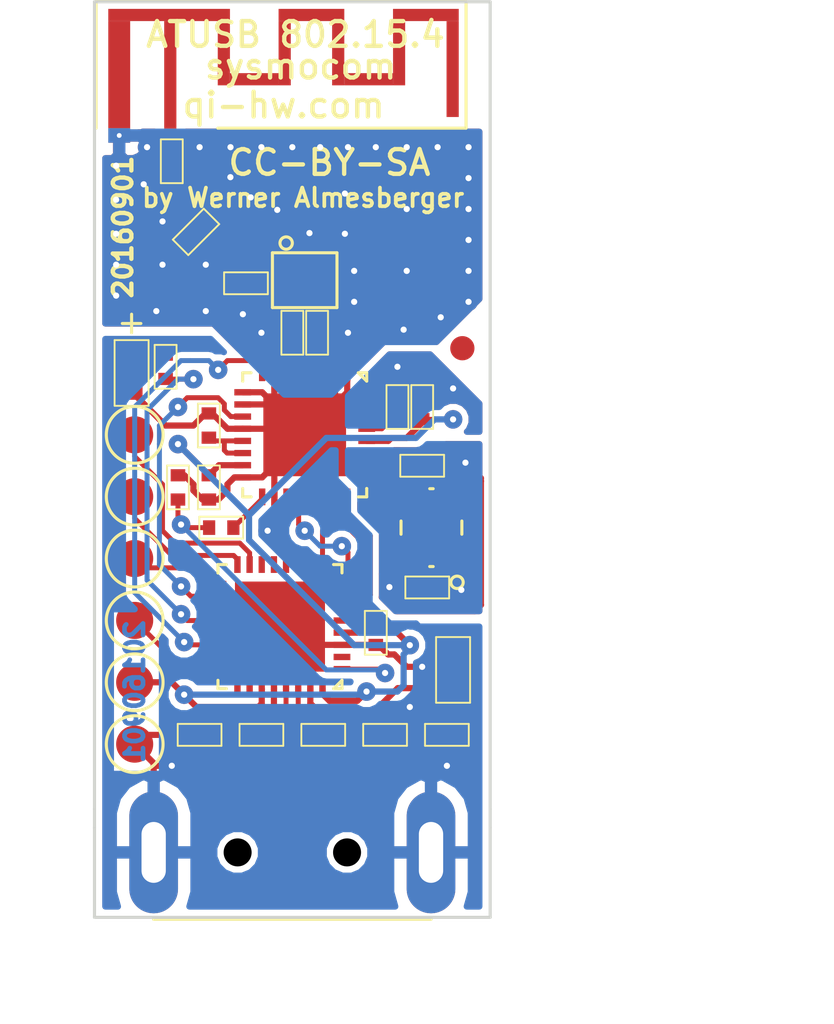
<source format=kicad_pcb>
(kicad_pcb (version 20160815) (host pcbnew 4.1.0-alpha+201608211231+7083~46~ubuntu16.04.1-product)

  (general
    (links 90)
    (no_connects 0)
    (area 114.03076 93.576139 147.966975 135.92556)
    (thickness 1.6002)
    (drawings 29)
    (tracks 510)
    (zones 0)
    (modules 36)
    (nets 45)
  )

  (page A4)
  (title_block
    (title "IEEE 802.15.4 USB Transceiver (AT86RF231)")
    (date "7 jun 2011")
    (rev 20110607)
    (company "Werner Almesberger")
  )

  (layers
    (0 Front signal)
    (31 Back signal)
    (35 F.Paste user)
    (37 F.SilkS user)
    (38 B.Mask user)
    (39 F.Mask user)
    (40 Dwgs.User user)
    (41 Cmts.User user)
    (44 Edge.Cuts user)
  )

  (setup
    (last_trace_width 0.2032)
    (user_trace_width 1.4732)
    (trace_clearance 0.2032)
    (zone_clearance 0.254)
    (zone_45_only no)
    (trace_min 0.2032)
    (segment_width 0.127)
    (edge_width 0.127)
    (via_size 0.762)
    (via_drill 0.254)
    (via_min_size 0.762)
    (via_min_drill 0.254)
    (uvia_size 0.508)
    (uvia_drill 0.127)
    (uvias_allowed no)
    (uvia_min_size 0.508)
    (uvia_min_drill 0.127)
    (pcb_text_width 0.3048)
    (pcb_text_size 1.524 2.032)
    (mod_edge_width 0.381)
    (mod_text_size 1.524 1.524)
    (mod_text_width 0.3048)
    (pad_size 1.524 1.524)
    (pad_drill 0.8128)
    (pad_to_mask_clearance 0)
    (pad_to_paste_clearance -0.0254)
    (aux_axis_origin 117.729 131.445)
    (visible_elements FFFFFF7F)
    (pcbplotparams
      (layerselection 0x011e8_ffffffff)
      (usegerberextensions false)
      (excludeedgelayer true)
      (linewidth 0.100000)
      (plotframeref false)
      (viasonmask false)
      (mode 1)
      (useauxorigin true)
      (hpglpennumber 1)
      (hpglpenspeed 20)
      (hpglpendiameter 15)
      (psnegative false)
      (psa4output false)
      (plotreference true)
      (plotvalue true)
      (plotinvisibletext false)
      (padsonsilk false)
      (subtractmaskfromsilk false)
      (outputformat 1)
      (mirror false)
      (drillshape 0)
      (scaleselection 1)
      (outputdirectory ""))
  )

  (net 0 "")
  (net 1 /RF/CLK)
  (net 2 /RF/CLKM)
  (net 3 /RF/FEED)
  (net 4 /RF/MISO)
  (net 5 /RF/RFN)
  (net 6 /RF/RPF)
  (net 7 /RF/SLP_TR)
  (net 8 /RF/nRST_RF)
  (net 9 /RF/nSS)
  (net 10 /USB/D+)
  (net 11 /USB/D-)
  (net 12 /USB/DN)
  (net 13 /USB/DP)
  (net 14 /USB/LED)
  (net 15 /USB/PDI)
  (net 16 /USB/PDO)
  (net 17 /USB/SCK)
  (net 18 /USB/VBUS)
  (net 19 /USB/nRESET)
  (net 20 VDD)
  (net 21 GND)
  (net 22 "Net-(ANT1-Pad2)")
  (net 23 "Net-(B1-Pad2)")
  (net 24 "Net-(B1-Pad3)")
  (net 25 "Net-(B1-Pad4)")
  (net 26 "Net-(C11-Pad2)")
  (net 27 "Net-(C12-Pad1)")
  (net 28 "Net-(C14-Pad1)")
  (net 29 "Net-(C15-Pad1)")
  (net 30 "Net-(D1-Pad1)")
  (net 31 "Net-(U1-Pad2)")
  (net 32 "Net-(U1-Pad5)")
  (net 33 /RF/IRQ_RF)
  (net 34 /RF/MOSI)
  (net 35 "Net-(U1-Pad10)")
  (net 36 /RF/SCLK)
  (net 37 "Net-(U1-Pad12)")
  (net 38 "Net-(U1-Pad13)")
  (net 39 "Net-(U1-Pad14)")
  (net 40 "Net-(U1-Pad19)")
  (net 41 "Net-(U1-Pad21)")
  (net 42 "Net-(U1-Pad23)")
  (net 43 "Net-(U1-Pad25)")
  (net 44 "Net-(U1-Pad26)")

  (net_class Default "This is the default net class."
    (clearance 0.2032)
    (trace_width 0.2032)
    (via_dia 0.762)
    (via_drill 0.254)
    (uvia_dia 0.508)
    (uvia_drill 0.127)
    (diff_pair_gap 0.25)
    (diff_pair_width 0.2)
    (add_net /RF/CLK)
    (add_net /RF/CLKM)
    (add_net /RF/IRQ_RF)
    (add_net /RF/MISO)
    (add_net /RF/MOSI)
    (add_net /RF/RFN)
    (add_net /RF/RPF)
    (add_net /RF/SCLK)
    (add_net /RF/SLP_TR)
    (add_net /RF/nRST_RF)
    (add_net /RF/nSS)
    (add_net /USB/D+)
    (add_net /USB/D-)
    (add_net /USB/DN)
    (add_net /USB/DP)
    (add_net /USB/LED)
    (add_net /USB/PDI)
    (add_net /USB/PDO)
    (add_net /USB/SCK)
    (add_net /USB/nRESET)
    (add_net GND)
    (add_net "Net-(ANT1-Pad2)")
    (add_net "Net-(B1-Pad2)")
    (add_net "Net-(B1-Pad3)")
    (add_net "Net-(B1-Pad4)")
    (add_net "Net-(C11-Pad2)")
    (add_net "Net-(C12-Pad1)")
    (add_net "Net-(C14-Pad1)")
    (add_net "Net-(C15-Pad1)")
    (add_net "Net-(D1-Pad1)")
    (add_net "Net-(U1-Pad10)")
    (add_net "Net-(U1-Pad12)")
    (add_net "Net-(U1-Pad13)")
    (add_net "Net-(U1-Pad14)")
    (add_net "Net-(U1-Pad19)")
    (add_net "Net-(U1-Pad2)")
    (add_net "Net-(U1-Pad21)")
    (add_net "Net-(U1-Pad23)")
    (add_net "Net-(U1-Pad25)")
    (add_net "Net-(U1-Pad26)")
    (add_net "Net-(U1-Pad5)")
  )

  (net_class 50R ""
    (clearance 0.2032)
    (trace_width 0.4826)
    (via_dia 0.762)
    (via_drill 0.254)
    (uvia_dia 0.508)
    (uvia_drill 0.127)
    (diff_pair_gap 0.25)
    (diff_pair_width 0.2)
    (add_net /RF/FEED)
  )

  (net_class Power ""
    (clearance 0.2032)
    (trace_width 0.254)
    (via_dia 0.762)
    (via_drill 0.254)
    (uvia_dia 0.508)
    (uvia_drill 0.127)
    (diff_pair_gap 0.25)
    (diff_pair_width 0.2)
    (add_net /USB/VBUS)
    (add_net VDD)
  )

  (module FIDUCIAL (layer Front) (tedit 4DEE809A) (tstamp 4D8A16F0)
    (at 125.857 128.778)
    (solder_mask_margin 0.00254)
    (attr smd)
    (fp_text reference FIDUCI-2 (at 0 1.524) (layer Cmts.User)
      (effects (font (size 0.508 0.508) (thickness 0.1016)))
    )
    (fp_text value Val* (at 0 0.381) (layer Cmts.User) hide
      (effects (font (size 0.508 0.508) (thickness 0.1016)))
    )
    (pad ? smd oval (at 0 0) (size 0.99568 0.99568) (layers Front))
    (pad "" smd oval (at 0 0) (size 1.99644 1.99644) (layers F.Mask))
  )

  (module FIDUCIAL (layer Front) (tedit 4DEE8067) (tstamp 4D8A175F)
    (at 132.842 108.077)
    (solder_mask_margin 0.00254)
    (attr smd)
    (fp_text reference FIDUCI-1 (at -1.143 -1.397) (layer Cmts.User)
      (effects (font (size 0.508 0.508) (thickness 0.1016)))
    )
    (fp_text value Val* (at 0 0.381) (layer Cmts.User) hide
      (effects (font (size 0.508 0.508) (thickness 0.1016)))
    )
    (pad ? smd oval (at 0 0) (size 0.99568 0.99568) (layers Front))
    (pad "" smd oval (at 0 0) (size 1.99644 1.99644) (layers F.Mask))
  )

  (module meander-2450MHz:MEANDER-2450MHz-right-1.0mm-RELAXED (layer Front) (tedit 57C7A9FE) (tstamp 57C7C06C)
    (at 118.745 99.441)
    (path /4C609C08/4C63FE17)
    (attr smd)
    (fp_text reference ANT1 (at 0 -0.381) (layer Cmts.User)
      (effects (font (size 0.508 0.508) (thickness 0.1016)))
    )
    (fp_text value 50R (at 0 0.381) (layer Cmts.User) hide
      (effects (font (size 0.508 0.508) (thickness 0.1016)))
    )
    (fp_line (start -0.94996 -0.39878) (end -0.94996 -5.59816) (layer F.SilkS) (width 0.127))
    (fp_line (start 14.2494 -5.59816) (end -0.94996 -5.59816) (layer F.SilkS) (width 0.127))
    (fp_line (start 14.2494 -5.59816) (end 14.2494 -0.39878) (layer F.SilkS) (width 0.127))
    (fp_line (start 14.2494 -0.39878) (end 4.04876 -0.39878) (layer F.SilkS) (width 0.127))
    (pad 1 thru_hole rect (at 0 -0.09906) (size 0.89916 0.5969) (drill 0.19812) (layers *.Cu)
      (net 21 GND))
    (pad X smd rect (at 0 -2.59842) (size 0.89916 4.39928) (layers Front))
    (pad X smd rect (at 2.04978 -5.04698) (size 4.99872 0.50038) (layers Front))
    (pad 2 smd rect (at 2.09804 -0.09906) (size 0.50038 0.5969) (layers Front)
      (net 22 "Net-(ANT1-Pad2)"))
    (pad X smd rect (at 2.09804 -2.59842) (size 0.50038 4.39928) (layers Front))
    (pad X smd rect (at 4.29768 -3.47726) (size 0.50038 2.63906) (layers Front))
    (pad X smd rect (at 5.54736 -2.40792) (size 1.99898 0.50038) (layers Front))
    (pad X smd rect (at 7.89686 -5.04698) (size 2.70002 0.50038) (layers Front))
    (pad X smd rect (at 8.99668 -3.47726) (size 0.50038 2.63906) (layers Front))
    (pad X smd rect (at 6.79704 -3.47726) (size 0.50038 2.63906) (layers Front))
    (pad X smd rect (at 11.49858 -3.47726) (size 0.49784 2.63906) (layers Front))
    (pad X smd rect (at 10.2489 -2.40792) (size 2.00152 0.50038) (layers Front))
    (pad X smd rect (at 12.5984 -5.04698) (size 2.70002 0.50038) (layers Front))
    (pad X smd rect (at 13.69822 -2.82702) (size 0.50038 3.93954) (layers Front))
  )

  (module 0805-6:0805-6 (layer Front) (tedit 56B455C5) (tstamp 57C7C081)
    (at 126.365 105.283 90)
    (path /4C609C08/4CF4B034)
    (attr smd)
    (fp_text reference B1 (at 0 -0.381 90) (layer Cmts.User)
      (effects (font (size 0.508 0.508) (thickness 0.1016)))
    )
    (fp_text value 2450FB15L0001 (at 0 0.381 90) (layer Cmts.User) hide
      (effects (font (size 0.508 0.508) (thickness 0.1016)))
    )
    (fp_line (start -1.12522 1.32588) (end -1.12522 -1.32588) (layer F.SilkS) (width 0.127))
    (fp_line (start -1.12522 -1.32588) (end 1.12522 -1.32588) (layer F.SilkS) (width 0.127))
    (fp_line (start 1.12522 -1.32588) (end 1.12522 1.32588) (layer F.SilkS) (width 0.127))
    (fp_line (start 1.12522 1.32588) (end -1.12522 1.32588) (layer F.SilkS) (width 0.127))
    (pad 1 smd rect (at 0.6477 -0.79756 90) (size 0.34798 0.8001) (layers Front F.Paste F.Mask)
      (net 3 /RF/FEED))
    (pad 2 smd rect (at 0 -0.79756 90) (size 0.34544 0.8001) (layers Front F.Paste F.Mask)
      (net 23 "Net-(B1-Pad2)"))
    (pad 3 smd rect (at -0.6477 -0.79756 90) (size 0.34798 0.8001) (layers Front F.Paste F.Mask)
      (net 24 "Net-(B1-Pad3)"))
    (pad 4 smd rect (at -0.6477 0.79756 90) (size 0.34798 0.8001) (layers Front F.Paste F.Mask)
      (net 25 "Net-(B1-Pad4)"))
    (pad 5 smd rect (at 0 0.79756 90) (size 0.34544 0.8001) (layers Front F.Paste F.Mask)
      (net 21 GND))
    (pad 6 smd rect (at 0.6477 0.79756 90) (size 0.34798 0.8001) (layers Front F.Paste F.Mask)
      (net 21 GND))
  )

  (module stdpass:0603 (layer Front) (tedit 537B9575) (tstamp 57C7C08E)
    (at 132.461 121.285 90)
    (path /4C609BEF/4C6401AA)
    (attr smd)
    (fp_text reference C1 (at 0 -0.381 90) (layer Cmts.User)
      (effects (font (size 0.508 0.508) (thickness 0.1016)))
    )
    (fp_text value 10uF (at 0 0.381 90) (layer Cmts.User) hide
      (effects (font (size 0.508 0.508) (thickness 0.1016)))
    )
    (fp_line (start -1.34874 0.6985) (end -1.34874 -0.6985) (layer F.SilkS) (width 0.0762))
    (fp_line (start -1.34874 -0.6985) (end 1.34874 -0.6985) (layer F.SilkS) (width 0.0762))
    (fp_line (start 1.34874 -0.6985) (end 1.34874 0.6985) (layer F.SilkS) (width 0.0762))
    (fp_line (start 1.34874 0.6985) (end -1.34874 0.6985) (layer F.SilkS) (width 0.0762))
    (pad 1 smd rect (at -0.7493 0 90) (size 0.70104 0.89916) (layers Front F.Paste F.Mask)
      (net 18 /USB/VBUS))
    (pad 2 smd rect (at 0.7493 0 90) (size 0.70104 0.89916) (layers Front F.Paste F.Mask)
      (net 21 GND))
  )

  (module stdpass:0402 (layer Front) (tedit 537B9575) (tstamp 57C7C097)
    (at 129.286 119.761 270)
    (path /4C609BEF/4C6401B3)
    (attr smd)
    (fp_text reference C2 (at 0 -0.381 270) (layer Cmts.User)
      (effects (font (size 0.508 0.508) (thickness 0.1016)))
    )
    (fp_text value 1uF (at 0 0.381 270) (layer Cmts.User) hide
      (effects (font (size 0.508 0.508) (thickness 0.1016)))
    )
    (fp_line (start -0.89916 0.44958) (end -0.89916 -0.44958) (layer F.SilkS) (width 0.0762))
    (fp_line (start -0.89916 -0.44958) (end 0.89916 -0.44958) (layer F.SilkS) (width 0.0762))
    (fp_line (start 0.89916 -0.44958) (end 0.89916 0.44958) (layer F.SilkS) (width 0.0762))
    (fp_line (start 0.89916 0.44958) (end -0.89916 0.44958) (layer F.SilkS) (width 0.0762))
    (pad 1 smd rect (at -0.49784 0 270) (size 0.50038 0.59944) (layers Front F.Paste F.Mask)
      (net 20 VDD))
    (pad 2 smd rect (at 0.49784 0 270) (size 0.50038 0.59944) (layers Front F.Paste F.Mask)
      (net 21 GND))
  )

  (module stdpass:0402 (layer Front) (tedit 537B9575) (tstamp 57C7C0A0)
    (at 123.952 105.41 180)
    (path /4C609C08/4C641710)
    (attr smd)
    (fp_text reference C3 (at 0 -0.381 180) (layer Cmts.User)
      (effects (font (size 0.508 0.508) (thickness 0.1016)))
    )
    (fp_text value 22pF/RF (at 0 0.381 180) (layer Cmts.User) hide
      (effects (font (size 0.508 0.508) (thickness 0.1016)))
    )
    (fp_line (start -0.89916 0.44958) (end -0.89916 -0.44958) (layer F.SilkS) (width 0.0762))
    (fp_line (start -0.89916 -0.44958) (end 0.89916 -0.44958) (layer F.SilkS) (width 0.0762))
    (fp_line (start 0.89916 -0.44958) (end 0.89916 0.44958) (layer F.SilkS) (width 0.0762))
    (fp_line (start 0.89916 0.44958) (end -0.89916 0.44958) (layer F.SilkS) (width 0.0762))
    (pad 1 smd rect (at -0.49784 0 180) (size 0.50038 0.59944) (layers Front F.Paste F.Mask)
      (net 23 "Net-(B1-Pad2)"))
    (pad 2 smd rect (at 0.49784 0 180) (size 0.50038 0.59944) (layers Front F.Paste F.Mask)
      (net 21 GND))
  )

  (module stdpass:0402 (layer Front) (tedit 537B9575) (tstamp 57C7C0A9)
    (at 125.857 107.442 270)
    (path /4C609C08/4C641506)
    (attr smd)
    (fp_text reference C8 (at 0 -0.381 270) (layer Cmts.User)
      (effects (font (size 0.508 0.508) (thickness 0.1016)))
    )
    (fp_text value 22pF/RF (at 0 0.381 270) (layer Cmts.User) hide
      (effects (font (size 0.508 0.508) (thickness 0.1016)))
    )
    (fp_line (start -0.89916 0.44958) (end -0.89916 -0.44958) (layer F.SilkS) (width 0.0762))
    (fp_line (start -0.89916 -0.44958) (end 0.89916 -0.44958) (layer F.SilkS) (width 0.0762))
    (fp_line (start 0.89916 -0.44958) (end 0.89916 0.44958) (layer F.SilkS) (width 0.0762))
    (fp_line (start 0.89916 0.44958) (end -0.89916 0.44958) (layer F.SilkS) (width 0.0762))
    (pad 1 smd rect (at -0.49784 0 270) (size 0.50038 0.59944) (layers Front F.Paste F.Mask)
      (net 24 "Net-(B1-Pad3)"))
    (pad 2 smd rect (at 0.49784 0 270) (size 0.50038 0.59944) (layers Front F.Paste F.Mask)
      (net 5 /RF/RFN))
  )

  (module stdpass:0402 (layer Front) (tedit 537B9575) (tstamp 57C7C0B2)
    (at 126.873 107.442 270)
    (path /4C609C08/4C641509)
    (attr smd)
    (fp_text reference C9 (at 0 -0.381 270) (layer Cmts.User)
      (effects (font (size 0.508 0.508) (thickness 0.1016)))
    )
    (fp_text value 22pF/RF (at 0 0.381 270) (layer Cmts.User) hide
      (effects (font (size 0.508 0.508) (thickness 0.1016)))
    )
    (fp_line (start -0.89916 0.44958) (end -0.89916 -0.44958) (layer F.SilkS) (width 0.0762))
    (fp_line (start -0.89916 -0.44958) (end 0.89916 -0.44958) (layer F.SilkS) (width 0.0762))
    (fp_line (start 0.89916 -0.44958) (end 0.89916 0.44958) (layer F.SilkS) (width 0.0762))
    (fp_line (start 0.89916 0.44958) (end -0.89916 0.44958) (layer F.SilkS) (width 0.0762))
    (pad 1 smd rect (at -0.49784 0 270) (size 0.50038 0.59944) (layers Front F.Paste F.Mask)
      (net 25 "Net-(B1-Pad4)"))
    (pad 2 smd rect (at 0.49784 0 270) (size 0.50038 0.59944) (layers Front F.Paste F.Mask)
      (net 6 /RF/RPF))
  )

  (module stdpass:0402 (layer Front) (tedit 537B9575) (tstamp 57C7C0BB)
    (at 122.428 113.792 270)
    (path /4C609C08/4C640A7E)
    (attr smd)
    (fp_text reference C10 (at 0 -0.381 270) (layer Cmts.User)
      (effects (font (size 0.508 0.508) (thickness 0.1016)))
    )
    (fp_text value 1uF (at 0 0.381 270) (layer Cmts.User) hide
      (effects (font (size 0.508 0.508) (thickness 0.1016)))
    )
    (fp_line (start -0.89916 0.44958) (end -0.89916 -0.44958) (layer F.SilkS) (width 0.0762))
    (fp_line (start -0.89916 -0.44958) (end 0.89916 -0.44958) (layer F.SilkS) (width 0.0762))
    (fp_line (start 0.89916 -0.44958) (end 0.89916 0.44958) (layer F.SilkS) (width 0.0762))
    (fp_line (start 0.89916 0.44958) (end -0.89916 0.44958) (layer F.SilkS) (width 0.0762))
    (pad 1 smd rect (at -0.49784 0 270) (size 0.50038 0.59944) (layers Front F.Paste F.Mask)
      (net 20 VDD))
    (pad 2 smd rect (at 0.49784 0 270) (size 0.50038 0.59944) (layers Front F.Paste F.Mask)
      (net 21 GND))
  )

  (module stdpass:0402 (layer Front) (tedit 537B9575) (tstamp 57C7C0C4)
    (at 130.175 110.49 270)
    (path /4C609C08/4C641004)
    (attr smd)
    (fp_text reference C11 (at 0 -0.381 270) (layer Cmts.User)
      (effects (font (size 0.508 0.508) (thickness 0.1016)))
    )
    (fp_text value 1uF (at 0 0.381 270) (layer Cmts.User) hide
      (effects (font (size 0.508 0.508) (thickness 0.1016)))
    )
    (fp_line (start -0.89916 0.44958) (end -0.89916 -0.44958) (layer F.SilkS) (width 0.0762))
    (fp_line (start -0.89916 -0.44958) (end 0.89916 -0.44958) (layer F.SilkS) (width 0.0762))
    (fp_line (start 0.89916 -0.44958) (end 0.89916 0.44958) (layer F.SilkS) (width 0.0762))
    (fp_line (start 0.89916 0.44958) (end -0.89916 0.44958) (layer F.SilkS) (width 0.0762))
    (pad 1 smd rect (at -0.49784 0 270) (size 0.50038 0.59944) (layers Front F.Paste F.Mask)
      (net 21 GND))
    (pad 2 smd rect (at 0.49784 0 270) (size 0.50038 0.59944) (layers Front F.Paste F.Mask)
      (net 26 "Net-(C11-Pad2)"))
  )

  (module stdpass:0402 (layer Front) (tedit 537B9575) (tstamp 57C7C0CD)
    (at 122.428 111.252 90)
    (path /4C609C08/4C640A84)
    (attr smd)
    (fp_text reference C12 (at 0 -0.381 90) (layer Cmts.User)
      (effects (font (size 0.508 0.508) (thickness 0.1016)))
    )
    (fp_text value 1uF (at 0 0.381 90) (layer Cmts.User) hide
      (effects (font (size 0.508 0.508) (thickness 0.1016)))
    )
    (fp_line (start -0.89916 0.44958) (end -0.89916 -0.44958) (layer F.SilkS) (width 0.0762))
    (fp_line (start -0.89916 -0.44958) (end 0.89916 -0.44958) (layer F.SilkS) (width 0.0762))
    (fp_line (start 0.89916 -0.44958) (end 0.89916 0.44958) (layer F.SilkS) (width 0.0762))
    (fp_line (start 0.89916 0.44958) (end -0.89916 0.44958) (layer F.SilkS) (width 0.0762))
    (pad 1 smd rect (at -0.49784 0 90) (size 0.50038 0.59944) (layers Front F.Paste F.Mask)
      (net 27 "Net-(C12-Pad1)"))
    (pad 2 smd rect (at 0.49784 0 90) (size 0.50038 0.59944) (layers Front F.Paste F.Mask)
      (net 21 GND))
  )

  (module stdpass:0402 (layer Front) (tedit 537B9575) (tstamp 57C7C0D6)
    (at 131.191 110.49 90)
    (path /4C609C08/4C640A76)
    (attr smd)
    (fp_text reference C13 (at 0 -0.381 90) (layer Cmts.User)
      (effects (font (size 0.508 0.508) (thickness 0.1016)))
    )
    (fp_text value 1uF (at 0 0.381 90) (layer Cmts.User) hide
      (effects (font (size 0.508 0.508) (thickness 0.1016)))
    )
    (fp_line (start -0.89916 0.44958) (end -0.89916 -0.44958) (layer F.SilkS) (width 0.0762))
    (fp_line (start -0.89916 -0.44958) (end 0.89916 -0.44958) (layer F.SilkS) (width 0.0762))
    (fp_line (start 0.89916 -0.44958) (end 0.89916 0.44958) (layer F.SilkS) (width 0.0762))
    (fp_line (start 0.89916 0.44958) (end -0.89916 0.44958) (layer F.SilkS) (width 0.0762))
    (pad 1 smd rect (at -0.49784 0 90) (size 0.50038 0.59944) (layers Front F.Paste F.Mask)
      (net 20 VDD))
    (pad 2 smd rect (at 0.49784 0 90) (size 0.50038 0.59944) (layers Front F.Paste F.Mask)
      (net 21 GND))
  )

  (module stdpass:0402 (layer Front) (tedit 537B9575) (tstamp 57C7C0DF)
    (at 131.191 112.903)
    (path /4C609C08/4C640A73)
    (attr smd)
    (fp_text reference C14 (at 0 -0.381) (layer Cmts.User)
      (effects (font (size 0.508 0.508) (thickness 0.1016)))
    )
    (fp_text value 12pF (at 0 0.381) (layer Cmts.User) hide
      (effects (font (size 0.508 0.508) (thickness 0.1016)))
    )
    (fp_line (start -0.89916 0.44958) (end -0.89916 -0.44958) (layer F.SilkS) (width 0.0762))
    (fp_line (start -0.89916 -0.44958) (end 0.89916 -0.44958) (layer F.SilkS) (width 0.0762))
    (fp_line (start 0.89916 -0.44958) (end 0.89916 0.44958) (layer F.SilkS) (width 0.0762))
    (fp_line (start 0.89916 0.44958) (end -0.89916 0.44958) (layer F.SilkS) (width 0.0762))
    (pad 1 smd rect (at -0.49784 0) (size 0.50038 0.59944) (layers Front F.Paste F.Mask)
      (net 28 "Net-(C14-Pad1)"))
    (pad 2 smd rect (at 0.49784 0) (size 0.50038 0.59944) (layers Front F.Paste F.Mask)
      (net 21 GND))
  )

  (module stdpass:0402 (layer Front) (tedit 537B9575) (tstamp 57C7C0E8)
    (at 131.4 117.9 180)
    (path /4C609C08/4C640A7B)
    (attr smd)
    (fp_text reference C15 (at 0 -0.381 180) (layer Cmts.User)
      (effects (font (size 0.508 0.508) (thickness 0.1016)))
    )
    (fp_text value 12pF (at 0 0.381 180) (layer Cmts.User) hide
      (effects (font (size 0.508 0.508) (thickness 0.1016)))
    )
    (fp_line (start -0.89916 0.44958) (end -0.89916 -0.44958) (layer F.SilkS) (width 0.0762))
    (fp_line (start -0.89916 -0.44958) (end 0.89916 -0.44958) (layer F.SilkS) (width 0.0762))
    (fp_line (start 0.89916 -0.44958) (end 0.89916 0.44958) (layer F.SilkS) (width 0.0762))
    (fp_line (start 0.89916 0.44958) (end -0.89916 0.44958) (layer F.SilkS) (width 0.0762))
    (pad 1 smd rect (at -0.49784 0 180) (size 0.50038 0.59944) (layers Front F.Paste F.Mask)
      (net 29 "Net-(C15-Pad1)"))
    (pad 2 smd rect (at 0.49784 0 180) (size 0.50038 0.59944) (layers Front F.Paste F.Mask)
      (net 21 GND))
  )

  (module stdpass:0402 (layer Front) (tedit 537B9575) (tstamp 57C7C0F1)
    (at 121.9 103.3 225)
    (path /4C609C08/4D3B018B)
    (attr smd)
    (fp_text reference C16 (at 0 -0.381 225) (layer Cmts.User)
      (effects (font (size 0.508 0.508) (thickness 0.1016)))
    )
    (fp_text value NC (at 0 0.381 225) (layer Cmts.User) hide
      (effects (font (size 0.508 0.508) (thickness 0.1016)))
    )
    (fp_line (start -0.89916 0.44958) (end -0.89916 -0.44958) (layer F.SilkS) (width 0.0762))
    (fp_line (start -0.89916 -0.44958) (end 0.89916 -0.44958) (layer F.SilkS) (width 0.0762))
    (fp_line (start 0.89916 -0.44958) (end 0.89916 0.44958) (layer F.SilkS) (width 0.0762))
    (fp_line (start 0.89916 0.44958) (end -0.89916 0.44958) (layer F.SilkS) (width 0.0762))
    (pad 1 smd rect (at -0.49784 0 225) (size 0.50038 0.59944) (layers Front F.Paste F.Mask)
      (net 3 /RF/FEED))
    (pad 2 smd rect (at 0.49784 0 225) (size 0.50038 0.59944) (layers Front F.Paste F.Mask)
      (net 21 GND))
  )

  (module stdpass:0402 (layer Front) (tedit 537B9575) (tstamp 57C7C0FA)
    (at 121.158 113.792 90)
    (path /4C609C08/4D425FF1)
    (attr smd)
    (fp_text reference C17 (at 0 -0.381 90) (layer Cmts.User)
      (effects (font (size 0.508 0.508) (thickness 0.1016)))
    )
    (fp_text value 2.2pF (at 0 0.381 90) (layer Cmts.User) hide
      (effects (font (size 0.508 0.508) (thickness 0.1016)))
    )
    (fp_line (start -0.89916 0.44958) (end -0.89916 -0.44958) (layer F.SilkS) (width 0.0762))
    (fp_line (start -0.89916 -0.44958) (end 0.89916 -0.44958) (layer F.SilkS) (width 0.0762))
    (fp_line (start 0.89916 -0.44958) (end 0.89916 0.44958) (layer F.SilkS) (width 0.0762))
    (fp_line (start 0.89916 0.44958) (end -0.89916 0.44958) (layer F.SilkS) (width 0.0762))
    (pad 1 smd rect (at -0.49784 0 90) (size 0.50038 0.59944) (layers Front F.Paste F.Mask)
      (net 1 /RF/CLK))
    (pad 2 smd rect (at 0.49784 0 90) (size 0.50038 0.59944) (layers Front F.Paste F.Mask)
      (net 21 GND))
  )

  (module usb_a_plug_smt:USB-A-PLUG-SMT (layer Front) (tedit 51C3B150) (tstamp 57C7C103)
    (at 125.857 128.778)
    (path /4C609BEF/4FBDA09F)
    (attr smd)
    (fp_text reference CON1 (at 0 -0.381) (layer Cmts.User)
      (effects (font (size 0.508 0.508) (thickness 0.1016)))
    )
    (fp_text value USB_A_PLUG (at 0 0.381) (layer Cmts.User) hide
      (effects (font (size 0.508 0.508) (thickness 0.1016)))
    )
    (fp_line (start -5.69976 2.74828) (end 5.69976 2.74828) (layer F.SilkS) (width 0.127))
    (pad 1 smd rect (at 3.49758 -2.69748) (size 1.20142 2.20218) (layers Front F.Paste F.Mask)
      (net 18 /USB/VBUS))
    (pad 2 smd rect (at 0.99822 -2.69748) (size 1.19888 2.20218) (layers Front F.Paste F.Mask)
      (net 11 /USB/D-))
    (pad 3 smd rect (at -0.99822 -2.69748) (size 1.19888 2.20218) (layers Front F.Paste F.Mask)
      (net 10 /USB/D+))
    (pad 4 smd rect (at -3.49758 -2.69748) (size 1.20142 2.20218) (layers Front F.Paste F.Mask)
      (net 21 GND))
    (pad 5 thru_hole oval (at -5.69722 0) (size 1.99898 4.99872) (drill oval 0.99822 2.49936) (layers *.Cu *.Mask)
      (net 21 GND))
    (pad 6 thru_hole oval (at 5.69722 0) (size 1.99898 4.99872) (drill oval 0.99822 2.49936) (layers *.Cu *.Mask)
      (net 21 GND))
    (pad HOLE np_thru_hole circle (at -2.2479 0) (size 1.15062 1.15062) (drill 1.15062) (layers *.Mask))
    (pad HOLE np_thru_hole circle (at 2.2479 0) (size 1.15062 1.15062) (drill 1.15062) (layers *.Mask))
  )

  (module stdpass:0603 (layer Front) (tedit 537B9575) (tstamp 57C7C10F)
    (at 119.253 109.093 270)
    (path /4C609BEF/4C6402EE)
    (attr smd)
    (fp_text reference D1 (at 0 -0.381 270) (layer Cmts.User)
      (effects (font (size 0.508 0.508) (thickness 0.1016)))
    )
    (fp_text value LTST-C190KRKT (at 0 0.381 270) (layer Cmts.User) hide
      (effects (font (size 0.508 0.508) (thickness 0.1016)))
    )
    (fp_line (start -1.34874 0.6985) (end -1.34874 -0.6985) (layer F.SilkS) (width 0.0762))
    (fp_line (start -1.34874 -0.6985) (end 1.34874 -0.6985) (layer F.SilkS) (width 0.0762))
    (fp_line (start 1.34874 -0.6985) (end 1.34874 0.6985) (layer F.SilkS) (width 0.0762))
    (fp_line (start 1.34874 0.6985) (end -1.34874 0.6985) (layer F.SilkS) (width 0.0762))
    (pad 1 smd rect (at -0.7493 0 270) (size 0.70104 0.89916) (layers Front F.Paste F.Mask)
      (net 30 "Net-(D1-Pad1)"))
    (pad 2 smd rect (at 0.7493 0 270) (size 0.70104 0.89916) (layers Front F.Paste F.Mask)
      (net 21 GND))
  )

  (module pads:PAD_C_60x60 (layer Front) (tedit 52D9BA48) (tstamp 57C7C118)
    (at 119.38 124.333)
    (path /4C609BEF/4C6401FE)
    (attr smd)
    (fp_text reference P11 (at 0 -0.381) (layer Cmts.User)
      (effects (font (size 0.508 0.508) (thickness 0.1016)))
    )
    (fp_text value TESTPOINT (at 0 0.381) (layer Cmts.User) hide
      (effects (font (size 0.508 0.508) (thickness 0.1016)))
    )
    (fp_circle (center 0 0) (end 0 -1.16586) (layer F.SilkS) (width 0.127))
    (pad 1 smd oval (at 0 0) (size 1.524 1.524) (layers Front F.Mask)
      (net 21 GND))
  )

  (module pads:PAD_C_60x60 (layer Front) (tedit 52D9BA48) (tstamp 57C7C11D)
    (at 119.38 121.793)
    (path /4C609BEF/4C640200)
    (attr smd)
    (fp_text reference P12 (at 0 -0.381) (layer Cmts.User)
      (effects (font (size 0.508 0.508) (thickness 0.1016)))
    )
    (fp_text value TESTPOINT (at 0 0.381) (layer Cmts.User) hide
      (effects (font (size 0.508 0.508) (thickness 0.1016)))
    )
    (fp_circle (center 0 0) (end 0 -1.16586) (layer F.SilkS) (width 0.127))
    (pad 1 smd oval (at 0 0) (size 1.524 1.524) (layers Front F.Mask)
      (net 20 VDD))
  )

  (module pads:PAD_C_60x60 (layer Front) (tedit 52D9BA48) (tstamp 57C7C122)
    (at 119.38 119.253)
    (path /4C609BEF/4C640202)
    (attr smd)
    (fp_text reference P13 (at 0 -0.381) (layer Cmts.User)
      (effects (font (size 0.508 0.508) (thickness 0.1016)))
    )
    (fp_text value TESTPOINT (at 0 0.381) (layer Cmts.User) hide
      (effects (font (size 0.508 0.508) (thickness 0.1016)))
    )
    (fp_circle (center 0 0) (end 0 -1.16586) (layer F.SilkS) (width 0.127))
    (pad 1 smd oval (at 0 0) (size 1.524 1.524) (layers Front F.Mask)
      (net 19 /USB/nRESET))
  )

  (module pads:PAD_C_60x60 (layer Front) (tedit 52D9BA48) (tstamp 57C7C127)
    (at 119.38 116.713)
    (path /4C609BEF/4C640203)
    (attr smd)
    (fp_text reference P14 (at 0 -0.381) (layer Cmts.User)
      (effects (font (size 0.508 0.508) (thickness 0.1016)))
    )
    (fp_text value TESTPOINT (at 0 0.381) (layer Cmts.User) hide
      (effects (font (size 0.508 0.508) (thickness 0.1016)))
    )
    (fp_circle (center 0 0) (end 0 -1.16586) (layer F.SilkS) (width 0.127))
    (pad 1 smd oval (at 0 0) (size 1.524 1.524) (layers Front F.Mask)
      (net 16 /USB/PDO))
  )

  (module pads:PAD_C_60x60 (layer Front) (tedit 52D9BA48) (tstamp 57C7C12C)
    (at 119.38 114.173)
    (path /4C609BEF/4D425D53)
    (attr smd)
    (fp_text reference P15 (at 0 -0.381) (layer Cmts.User)
      (effects (font (size 0.508 0.508) (thickness 0.1016)))
    )
    (fp_text value TESTPOINT (at 0 0.381) (layer Cmts.User) hide
      (effects (font (size 0.508 0.508) (thickness 0.1016)))
    )
    (fp_circle (center 0 0) (end 0 -1.16586) (layer F.SilkS) (width 0.127))
    (pad 1 smd oval (at 0 0) (size 1.524 1.524) (layers Front F.Mask)
      (net 15 /USB/PDI))
  )

  (module pads:PAD_C_60x60 (layer Front) (tedit 52D9BA48) (tstamp 57C7C131)
    (at 119.38 111.633)
    (path /4C609BEF/4D425D62)
    (attr smd)
    (fp_text reference P16 (at 0 -0.381) (layer Cmts.User)
      (effects (font (size 0.508 0.508) (thickness 0.1016)))
    )
    (fp_text value TESTPOINT (at 0 0.381) (layer Cmts.User) hide
      (effects (font (size 0.508 0.508) (thickness 0.1016)))
    )
    (fp_circle (center 0 0) (end 0 -1.16586) (layer F.SilkS) (width 0.127))
    (pad 1 smd oval (at 0 0) (size 1.524 1.524) (layers Front F.Mask)
      (net 17 /USB/SCK))
  )

  (module stdpass:0402 (layer Front) (tedit 537B9575) (tstamp 57C7C136)
    (at 120.65 108.839 270)
    (path /4C609BEF/4C6402F2)
    (attr smd)
    (fp_text reference R1 (at 0 -0.381 270) (layer Cmts.User)
      (effects (font (size 0.508 0.508) (thickness 0.1016)))
    )
    (fp_text value 180 (at 0 0.381 270) (layer Cmts.User) hide
      (effects (font (size 0.508 0.508) (thickness 0.1016)))
    )
    (fp_line (start -0.89916 0.44958) (end -0.89916 -0.44958) (layer F.SilkS) (width 0.0762))
    (fp_line (start -0.89916 -0.44958) (end 0.89916 -0.44958) (layer F.SilkS) (width 0.0762))
    (fp_line (start 0.89916 -0.44958) (end 0.89916 0.44958) (layer F.SilkS) (width 0.0762))
    (fp_line (start 0.89916 0.44958) (end -0.89916 0.44958) (layer F.SilkS) (width 0.0762))
    (pad 1 smd rect (at -0.49784 0 270) (size 0.50038 0.59944) (layers Front F.Paste F.Mask)
      (net 30 "Net-(D1-Pad1)"))
    (pad 2 smd rect (at 0.49784 0 270) (size 0.50038 0.59944) (layers Front F.Paste F.Mask)
      (net 14 /USB/LED))
  )

  (module stdpass:0402 (layer Front) (tedit 537B9575) (tstamp 57C7C13F)
    (at 120.904 100.4 270)
    (path /4C609C08/4CF4B07E)
    (attr smd)
    (fp_text reference R3 (at 0 -0.381 270) (layer Cmts.User)
      (effects (font (size 0.508 0.508) (thickness 0.1016)))
    )
    (fp_text value 0R (at 0 0.381 270) (layer Cmts.User) hide
      (effects (font (size 0.508 0.508) (thickness 0.1016)))
    )
    (fp_line (start -0.89916 0.44958) (end -0.89916 -0.44958) (layer F.SilkS) (width 0.0762))
    (fp_line (start -0.89916 -0.44958) (end 0.89916 -0.44958) (layer F.SilkS) (width 0.0762))
    (fp_line (start 0.89916 -0.44958) (end 0.89916 0.44958) (layer F.SilkS) (width 0.0762))
    (fp_line (start 0.89916 0.44958) (end -0.89916 0.44958) (layer F.SilkS) (width 0.0762))
    (pad 1 smd rect (at -0.49784 0 270) (size 0.50038 0.59944) (layers Front F.Paste F.Mask)
      (net 22 "Net-(ANT1-Pad2)"))
    (pad 2 smd rect (at 0.49784 0 270) (size 0.50038 0.59944) (layers Front F.Paste F.Mask)
      (net 3 /RF/FEED))
  )

  (module stdpass:0402 (layer Front) (tedit 537B9575) (tstamp 57C7C148)
    (at 124.587 123.952)
    (path /4C609BEF/4D4258D9)
    (attr smd)
    (fp_text reference R4 (at 0 -0.381) (layer Cmts.User)
      (effects (font (size 0.508 0.508) (thickness 0.1016)))
    )
    (fp_text value 22 (at 0 0.381) (layer Cmts.User) hide
      (effects (font (size 0.508 0.508) (thickness 0.1016)))
    )
    (fp_line (start -0.89916 0.44958) (end -0.89916 -0.44958) (layer F.SilkS) (width 0.0762))
    (fp_line (start -0.89916 -0.44958) (end 0.89916 -0.44958) (layer F.SilkS) (width 0.0762))
    (fp_line (start 0.89916 -0.44958) (end 0.89916 0.44958) (layer F.SilkS) (width 0.0762))
    (fp_line (start 0.89916 0.44958) (end -0.89916 0.44958) (layer F.SilkS) (width 0.0762))
    (pad 1 smd rect (at -0.49784 0) (size 0.50038 0.59944) (layers Front F.Paste F.Mask)
      (net 10 /USB/D+))
    (pad 2 smd rect (at 0.49784 0) (size 0.50038 0.59944) (layers Front F.Paste F.Mask)
      (net 13 /USB/DP))
  )

  (module stdpass:0402 (layer Front) (tedit 537B9575) (tstamp 57C7C151)
    (at 127.127 123.952)
    (path /4C609BEF/4D4258DC)
    (attr smd)
    (fp_text reference R5 (at 0 -0.381) (layer Cmts.User)
      (effects (font (size 0.508 0.508) (thickness 0.1016)))
    )
    (fp_text value 22 (at 0 0.381) (layer Cmts.User) hide
      (effects (font (size 0.508 0.508) (thickness 0.1016)))
    )
    (fp_line (start -0.89916 0.44958) (end -0.89916 -0.44958) (layer F.SilkS) (width 0.0762))
    (fp_line (start -0.89916 -0.44958) (end 0.89916 -0.44958) (layer F.SilkS) (width 0.0762))
    (fp_line (start 0.89916 -0.44958) (end 0.89916 0.44958) (layer F.SilkS) (width 0.0762))
    (fp_line (start 0.89916 0.44958) (end -0.89916 0.44958) (layer F.SilkS) (width 0.0762))
    (pad 1 smd rect (at -0.49784 0) (size 0.50038 0.59944) (layers Front F.Paste F.Mask)
      (net 12 /USB/DN))
    (pad 2 smd rect (at 0.49784 0) (size 0.50038 0.59944) (layers Front F.Paste F.Mask)
      (net 11 /USB/D-))
  )

  (module stdpass:0402 (layer Front) (tedit 537B9575) (tstamp 57C7C15A)
    (at 122.936 115.443 180)
    (path /4C609C08/4D425FEE)
    (attr smd)
    (fp_text reference R6 (at 0 -0.381 180) (layer Cmts.User)
      (effects (font (size 0.508 0.508) (thickness 0.1016)))
    )
    (fp_text value 180 (at 0 0.381 180) (layer Cmts.User) hide
      (effects (font (size 0.508 0.508) (thickness 0.1016)))
    )
    (fp_line (start -0.89916 0.44958) (end -0.89916 -0.44958) (layer F.SilkS) (width 0.0762))
    (fp_line (start -0.89916 -0.44958) (end 0.89916 -0.44958) (layer F.SilkS) (width 0.0762))
    (fp_line (start 0.89916 -0.44958) (end 0.89916 0.44958) (layer F.SilkS) (width 0.0762))
    (fp_line (start 0.89916 0.44958) (end -0.89916 0.44958) (layer F.SilkS) (width 0.0762))
    (pad 1 smd rect (at -0.49784 0 180) (size 0.50038 0.59944) (layers Front F.Paste F.Mask)
      (net 2 /RF/CLKM))
    (pad 2 smd rect (at 0.49784 0 180) (size 0.50038 0.59944) (layers Front F.Paste F.Mask)
      (net 1 /RF/CLK))
  )

  (module qfn:QFN32-VHHD-2 (layer Front) (tedit 56B74EE7) (tstamp 57C7C163)
    (at 125.349 119.507 180)
    (path /4C609BEF/579F67AD)
    (attr smd)
    (fp_text reference U1 (at 0 -0.381 180) (layer Cmts.User)
      (effects (font (size 0.508 0.508) (thickness 0.1016)))
    )
    (fp_text value ATmega32U2 (at 0 0.381 180) (layer Cmts.User) hide
      (effects (font (size 0.508 0.508) (thickness 0.1016)))
    )
    (fp_line (start -2.54762 -2.54762) (end -2.20472 -2.54762) (layer F.SilkS) (width 0.127))
    (fp_line (start -2.54762 -2.54762) (end -2.54762 -2.20472) (layer F.SilkS) (width 0.127))
    (fp_line (start -2.54762 -2.20472) (end -2.20472 -2.54762) (layer F.SilkS) (width 0.127))
    (fp_line (start -2.54762 2.54762) (end -2.54762 2.20472) (layer F.SilkS) (width 0.127))
    (fp_line (start -2.54762 2.54762) (end -2.20472 2.54762) (layer F.SilkS) (width 0.127))
    (fp_line (start -2.20472 2.54762) (end -2.20472 2.54762) (layer F.SilkS) (width 0.127))
    (fp_line (start 2.54762 2.54762) (end 2.20472 2.54762) (layer F.SilkS) (width 0.127))
    (fp_line (start 2.54762 2.54762) (end 2.54762 2.20472) (layer F.SilkS) (width 0.127))
    (fp_line (start 2.54762 2.20472) (end 2.54762 2.20472) (layer F.SilkS) (width 0.127))
    (fp_line (start 2.54762 -2.54762) (end 2.54762 -2.20472) (layer F.SilkS) (width 0.127))
    (fp_line (start 2.54762 -2.54762) (end 2.20472 -2.54762) (layer F.SilkS) (width 0.127))
    (fp_line (start 2.20472 -2.54762) (end 2.20472 -2.54762) (layer F.SilkS) (width 0.127))
    (pad 1 smd rect (at -2.54762 -1.74752 180) (size 0.68834 0.26162) (layers Front F.Paste F.Mask)
      (net 1 /RF/CLK))
    (pad 2 smd rect (at -2.54762 -1.24714 180) (size 0.68834 0.26162) (layers Front F.Paste F.Mask)
      (net 31 "Net-(U1-Pad2)"))
    (pad 3 smd rect (at -2.54762 -0.7493 180) (size 0.68834 0.25908) (layers Front F.Paste F.Mask)
      (net 21 GND))
    (pad 4 smd rect (at -2.54762 -0.24892 180) (size 0.68834 0.25908) (layers Front F.Paste F.Mask)
      (net 20 VDD))
    (pad 5 smd rect (at -2.54762 0.24892 180) (size 0.68834 0.25908) (layers Front F.Paste F.Mask)
      (net 32 "Net-(U1-Pad5)"))
    (pad 6 smd rect (at -2.54762 0.7493 180) (size 0.68834 0.25908) (layers Front F.Paste F.Mask)
      (net 33 /RF/IRQ_RF))
    (pad 7 smd rect (at -2.54762 1.24714 180) (size 0.68834 0.26162) (layers Front F.Paste F.Mask)
      (net 9 /RF/nSS))
    (pad 8 smd rect (at -2.54762 1.74752 180) (size 0.68834 0.26162) (layers Front F.Paste F.Mask)
      (net 4 /RF/MISO))
    (pad 9 smd rect (at -1.74752 2.54762 180) (size 0.26162 0.68834) (layers Front F.Paste F.Mask)
      (net 34 /RF/MOSI))
    (pad 10 smd rect (at -1.24714 2.54762 180) (size 0.26162 0.68834) (layers Front F.Paste F.Mask)
      (net 35 "Net-(U1-Pad10)"))
    (pad 11 smd rect (at -0.7493 2.54762 180) (size 0.25908 0.68834) (layers Front F.Paste F.Mask)
      (net 36 /RF/SCLK))
    (pad 12 smd rect (at -0.24892 2.54762 180) (size 0.25908 0.68834) (layers Front F.Paste F.Mask)
      (net 37 "Net-(U1-Pad12)"))
    (pad 13 smd rect (at 0.24892 2.54762 180) (size 0.25908 0.68834) (layers Front F.Paste F.Mask)
      (net 38 "Net-(U1-Pad13)"))
    (pad 14 smd rect (at 0.7493 2.54762 180) (size 0.25908 0.68834) (layers Front F.Paste F.Mask)
      (net 39 "Net-(U1-Pad14)"))
    (pad 15 smd rect (at 1.24714 2.54762 180) (size 0.26162 0.68834) (layers Front F.Paste F.Mask)
      (net 17 /USB/SCK))
    (pad 16 smd rect (at 1.74752 2.54762 180) (size 0.26162 0.68834) (layers Front F.Paste F.Mask)
      (net 15 /USB/PDI))
    (pad 17 smd rect (at 2.54762 1.74752 180) (size 0.68834 0.26162) (layers Front F.Paste F.Mask)
      (net 16 /USB/PDO))
    (pad 18 smd rect (at 2.54762 1.24714 180) (size 0.68834 0.26162) (layers Front F.Paste F.Mask)
      (net 7 /RF/SLP_TR))
    (pad 19 smd rect (at 2.54762 0.7493 180) (size 0.68834 0.25908) (layers Front F.Paste F.Mask)
      (net 40 "Net-(U1-Pad19)"))
    (pad 20 smd rect (at 2.54762 0.24892 180) (size 0.68834 0.25908) (layers Front F.Paste F.Mask)
      (net 14 /USB/LED))
    (pad 21 smd rect (at 2.54762 -0.24892 180) (size 0.68834 0.25908) (layers Front F.Paste F.Mask)
      (net 41 "Net-(U1-Pad21)"))
    (pad 22 smd rect (at 2.54762 -0.7493 180) (size 0.68834 0.25908) (layers Front F.Paste F.Mask)
      (net 8 /RF/nRST_RF))
    (pad 23 smd rect (at 2.54762 -1.24714 180) (size 0.68834 0.26162) (layers Front F.Paste F.Mask)
      (net 42 "Net-(U1-Pad23)"))
    (pad 24 smd rect (at 2.54762 -1.74752 180) (size 0.68834 0.26162) (layers Front F.Paste F.Mask)
      (net 19 /USB/nRESET))
    (pad 25 smd rect (at 1.74752 -2.54762 180) (size 0.26162 0.68834) (layers Front F.Paste F.Mask)
      (net 43 "Net-(U1-Pad25)"))
    (pad 26 smd rect (at 1.24714 -2.54762 180) (size 0.26162 0.68834) (layers Front F.Paste F.Mask)
      (net 44 "Net-(U1-Pad26)"))
    (pad 27 smd rect (at 0.7493 -2.54762 180) (size 0.25908 0.68834) (layers Front F.Paste F.Mask)
      (net 20 VDD))
    (pad 28 smd rect (at 0.24892 -2.54762 180) (size 0.25908 0.68834) (layers Front F.Paste F.Mask)
      (net 21 GND))
    (pad 29 smd rect (at -0.24892 -2.54762 180) (size 0.25908 0.68834) (layers Front F.Paste F.Mask)
      (net 13 /USB/DP))
    (pad 30 smd rect (at -0.7493 -2.54762 180) (size 0.25908 0.68834) (layers Front F.Paste F.Mask)
      (net 12 /USB/DN))
    (pad 31 smd rect (at -1.24714 -2.54762 180) (size 0.26162 0.68834) (layers Front F.Paste F.Mask)
      (net 18 /USB/VBUS))
    (pad 32 smd rect (at -1.74752 -2.54762 180) (size 0.26162 0.68834) (layers Front F.Paste F.Mask)
      (net 20 VDD))
    (pad 33 smd rect (at 0 0 180) (size 3.69824 3.69824) (layers Front F.Mask)
      (net 21 GND))
    (pad " " smd rect (at -0.79756 0.79756 180) (size 0.55118 0.55118) (layers F.Paste))
    (pad " " smd rect (at -0.79756 0 180) (size 0.55118 0.54864) (layers F.Paste))
    (pad " " smd rect (at -0.79756 -0.79756 180) (size 0.55118 0.55118) (layers F.Paste))
    (pad " " smd rect (at 0 0.79756 180) (size 0.54864 0.55118) (layers F.Paste))
    (pad " " smd rect (at 0 0 180) (size 0.54864 0.54864) (layers F.Paste))
    (pad " " smd rect (at 0 -0.79756 180) (size 0.54864 0.55118) (layers F.Paste))
    (pad " " smd rect (at 0.79756 0.79756 180) (size 0.55118 0.55118) (layers F.Paste))
    (pad " " smd rect (at 0.79756 0 180) (size 0.55118 0.54864) (layers F.Paste))
    (pad " " smd rect (at 0.79756 -0.79756 180) (size 0.55118 0.55118) (layers F.Paste))
  )

  (module qfn:QFN32-VHHD-6 (layer Front) (tedit 56B74EE7) (tstamp 57C7C19C)
    (at 126.365 111.633 270)
    (path /4C609C08/4D229690)
    (attr smd)
    (fp_text reference U2 (at 0 -0.381 270) (layer Cmts.User)
      (effects (font (size 0.508 0.508) (thickness 0.1016)))
    )
    (fp_text value AT86RF231 (at 0 0.381 270) (layer Cmts.User) hide
      (effects (font (size 0.508 0.508) (thickness 0.1016)))
    )
    (fp_line (start -2.54762 -2.54762) (end -2.20472 -2.54762) (layer F.SilkS) (width 0.127))
    (fp_line (start -2.54762 -2.54762) (end -2.54762 -2.20472) (layer F.SilkS) (width 0.127))
    (fp_line (start -2.54762 -2.20472) (end -2.20472 -2.54762) (layer F.SilkS) (width 0.127))
    (fp_line (start -2.54762 2.54762) (end -2.54762 2.20472) (layer F.SilkS) (width 0.127))
    (fp_line (start -2.54762 2.54762) (end -2.20472 2.54762) (layer F.SilkS) (width 0.127))
    (fp_line (start -2.20472 2.54762) (end -2.20472 2.54762) (layer F.SilkS) (width 0.127))
    (fp_line (start 2.54762 2.54762) (end 2.20472 2.54762) (layer F.SilkS) (width 0.127))
    (fp_line (start 2.54762 2.54762) (end 2.54762 2.20472) (layer F.SilkS) (width 0.127))
    (fp_line (start 2.54762 2.20472) (end 2.54762 2.20472) (layer F.SilkS) (width 0.127))
    (fp_line (start 2.54762 -2.54762) (end 2.54762 -2.20472) (layer F.SilkS) (width 0.127))
    (fp_line (start 2.54762 -2.54762) (end 2.20472 -2.54762) (layer F.SilkS) (width 0.127))
    (fp_line (start 2.20472 -2.54762) (end 2.20472 -2.54762) (layer F.SilkS) (width 0.127))
    (pad 1 smd rect (at -2.54762 -1.74752 270) (size 0.68834 0.26162) (layers Front F.Paste F.Mask)
      (net 21 GND))
    (pad 2 smd rect (at -2.54762 -1.24714 270) (size 0.68834 0.26162) (layers Front F.Paste F.Mask)
      (net 21 GND))
    (pad 3 smd rect (at -2.54762 -0.7493 270) (size 0.68834 0.25908) (layers Front F.Paste F.Mask)
      (net 21 GND))
    (pad 4 smd rect (at -2.54762 -0.24892 270) (size 0.68834 0.25908) (layers Front F.Paste F.Mask)
      (net 6 /RF/RPF))
    (pad 5 smd rect (at -2.54762 0.24892 270) (size 0.68834 0.25908) (layers Front F.Paste F.Mask)
      (net 5 /RF/RFN))
    (pad 6 smd rect (at -2.54762 0.7493 270) (size 0.68834 0.25908) (layers Front F.Paste F.Mask)
      (net 21 GND))
    (pad 7 smd rect (at -2.54762 1.24714 270) (size 0.68834 0.26162) (layers Front F.Paste F.Mask)
      (net 21 GND))
    (pad 8 smd rect (at -2.54762 1.74752 270) (size 0.68834 0.26162) (layers Front F.Paste F.Mask)
      (net 8 /RF/nRST_RF))
    (pad 9 smd rect (at -1.74752 2.54762 270) (size 0.26162 0.68834) (layers Front F.Paste F.Mask)
      (net 21 GND))
    (pad 10 smd rect (at -1.24714 2.54762 270) (size 0.26162 0.68834) (layers Front F.Paste F.Mask)
      (net 21 GND))
    (pad 11 smd rect (at -0.7493 2.54762 270) (size 0.25908 0.68834) (layers Front F.Paste F.Mask)
      (net 7 /RF/SLP_TR))
    (pad 12 smd rect (at -0.24892 2.54762 270) (size 0.25908 0.68834) (layers Front F.Paste F.Mask)
      (net 21 GND))
    (pad 13 smd rect (at 0.24892 2.54762 270) (size 0.25908 0.68834) (layers Front F.Paste F.Mask)
      (net 27 "Net-(C12-Pad1)"))
    (pad 14 smd rect (at 0.7493 2.54762 270) (size 0.25908 0.68834) (layers Front F.Paste F.Mask)
      (net 27 "Net-(C12-Pad1)"))
    (pad 15 smd rect (at 1.24714 2.54762 270) (size 0.26162 0.68834) (layers Front F.Paste F.Mask)
      (net 20 VDD))
    (pad 16 smd rect (at 1.74752 2.54762 270) (size 0.26162 0.68834) (layers Front F.Paste F.Mask)
      (net 21 GND))
    (pad 17 smd rect (at 2.54762 1.74752 270) (size 0.68834 0.26162) (layers Front F.Paste F.Mask)
      (net 2 /RF/CLKM))
    (pad 18 smd rect (at 2.54762 1.24714 270) (size 0.68834 0.26162) (layers Front F.Paste F.Mask)
      (net 21 GND))
    (pad 19 smd rect (at 2.54762 0.7493 270) (size 0.68834 0.25908) (layers Front F.Paste F.Mask)
      (net 36 /RF/SCLK))
    (pad 20 smd rect (at 2.54762 0.24892 270) (size 0.68834 0.25908) (layers Front F.Paste F.Mask)
      (net 4 /RF/MISO))
    (pad 21 smd rect (at 2.54762 -0.24892 270) (size 0.68834 0.25908) (layers Front F.Paste F.Mask)
      (net 21 GND))
    (pad 22 smd rect (at 2.54762 -0.7493 270) (size 0.68834 0.25908) (layers Front F.Paste F.Mask)
      (net 34 /RF/MOSI))
    (pad 23 smd rect (at 2.54762 -1.24714 270) (size 0.68834 0.26162) (layers Front F.Paste F.Mask)
      (net 9 /RF/nSS))
    (pad 24 smd rect (at 2.54762 -1.74752 270) (size 0.68834 0.26162) (layers Front F.Paste F.Mask)
      (net 33 /RF/IRQ_RF))
    (pad 25 smd rect (at 1.74752 -2.54762 270) (size 0.26162 0.68834) (layers Front F.Paste F.Mask)
      (net 29 "Net-(C15-Pad1)"))
    (pad 26 smd rect (at 1.24714 -2.54762 270) (size 0.26162 0.68834) (layers Front F.Paste F.Mask)
      (net 28 "Net-(C14-Pad1)"))
    (pad 27 smd rect (at 0.7493 -2.54762 270) (size 0.25908 0.68834) (layers Front F.Paste F.Mask)
      (net 21 GND))
    (pad 28 smd rect (at 0.24892 -2.54762 270) (size 0.25908 0.68834) (layers Front F.Paste F.Mask)
      (net 20 VDD))
    (pad 29 smd rect (at -0.24892 -2.54762 270) (size 0.25908 0.68834) (layers Front F.Paste F.Mask)
      (net 26 "Net-(C11-Pad2)"))
    (pad 30 smd rect (at -0.7493 -2.54762 270) (size 0.25908 0.68834) (layers Front F.Paste F.Mask)
      (net 21 GND))
    (pad 31 smd rect (at -1.24714 -2.54762 270) (size 0.26162 0.68834) (layers Front F.Paste F.Mask)
      (net 21 GND))
    (pad 32 smd rect (at -1.74752 -2.54762 270) (size 0.26162 0.68834) (layers Front F.Paste F.Mask)
      (net 21 GND))
    (pad 33 smd rect (at 0 0 270) (size 3.39852 3.39852) (layers Front F.Mask)
      (net 21 GND))
    (pad " " smd rect (at -0.5969 0.5969 270) (size 0.7493 0.7493) (layers F.Paste))
    (pad " " smd rect (at -0.5969 -0.5969 270) (size 0.7493 0.7493) (layers F.Paste))
    (pad " " smd rect (at 0.5969 0.5969 270) (size 0.7493 0.7493) (layers F.Paste))
    (pad " " smd rect (at 0.5969 -0.5969 270) (size 0.7493 0.7493) (layers F.Paste))
  )

  (module stdpass:0402 (layer Front) (tedit 537B9575) (tstamp 57C7C1D0)
    (at 122.047 123.952 180)
    (path /4C609BEF/4C6402FB)
    (attr smd)
    (fp_text reference VR1 (at 0 -0.381 180) (layer Cmts.User)
      (effects (font (size 0.508 0.508) (thickness 0.1016)))
    )
    (fp_text value 5.5Vdc (at 0 0.381 180) (layer Cmts.User) hide
      (effects (font (size 0.508 0.508) (thickness 0.1016)))
    )
    (fp_line (start -0.89916 0.44958) (end -0.89916 -0.44958) (layer F.SilkS) (width 0.0762))
    (fp_line (start -0.89916 -0.44958) (end 0.89916 -0.44958) (layer F.SilkS) (width 0.0762))
    (fp_line (start 0.89916 -0.44958) (end 0.89916 0.44958) (layer F.SilkS) (width 0.0762))
    (fp_line (start 0.89916 0.44958) (end -0.89916 0.44958) (layer F.SilkS) (width 0.0762))
    (pad 1 smd rect (at -0.49784 0 180) (size 0.50038 0.59944) (layers Front F.Paste F.Mask)
      (net 10 /USB/D+))
    (pad 2 smd rect (at 0.49784 0 180) (size 0.50038 0.59944) (layers Front F.Paste F.Mask)
      (net 21 GND))
  )

  (module stdpass:0402 (layer Front) (tedit 537B9575) (tstamp 57C7C1D9)
    (at 129.667 123.952)
    (path /4C609BEF/4C640343)
    (attr smd)
    (fp_text reference VR2 (at 0 -0.381) (layer Cmts.User)
      (effects (font (size 0.508 0.508) (thickness 0.1016)))
    )
    (fp_text value 5.5Vdc (at 0 0.381) (layer Cmts.User) hide
      (effects (font (size 0.508 0.508) (thickness 0.1016)))
    )
    (fp_line (start -0.89916 0.44958) (end -0.89916 -0.44958) (layer F.SilkS) (width 0.0762))
    (fp_line (start -0.89916 -0.44958) (end 0.89916 -0.44958) (layer F.SilkS) (width 0.0762))
    (fp_line (start 0.89916 -0.44958) (end 0.89916 0.44958) (layer F.SilkS) (width 0.0762))
    (fp_line (start 0.89916 0.44958) (end -0.89916 0.44958) (layer F.SilkS) (width 0.0762))
    (pad 1 smd rect (at -0.49784 0) (size 0.50038 0.59944) (layers Front F.Paste F.Mask)
      (net 11 /USB/D-))
    (pad 2 smd rect (at 0.49784 0) (size 0.50038 0.59944) (layers Front F.Paste F.Mask)
      (net 21 GND))
  )

  (module stdpass:0402 (layer Front) (tedit 537B9575) (tstamp 57C7C1E2)
    (at 132.207 123.952)
    (path /4C609BEF/4C64034D)
    (attr smd)
    (fp_text reference VR3 (at 0 -0.381) (layer Cmts.User)
      (effects (font (size 0.508 0.508) (thickness 0.1016)))
    )
    (fp_text value 5.5Vdc (at 0 0.381) (layer Cmts.User) hide
      (effects (font (size 0.508 0.508) (thickness 0.1016)))
    )
    (fp_line (start -0.89916 0.44958) (end -0.89916 -0.44958) (layer F.SilkS) (width 0.0762))
    (fp_line (start -0.89916 -0.44958) (end 0.89916 -0.44958) (layer F.SilkS) (width 0.0762))
    (fp_line (start 0.89916 -0.44958) (end 0.89916 0.44958) (layer F.SilkS) (width 0.0762))
    (fp_line (start 0.89916 0.44958) (end -0.89916 0.44958) (layer F.SilkS) (width 0.0762))
    (pad 1 smd rect (at -0.49784 0) (size 0.50038 0.59944) (layers Front F.Paste F.Mask)
      (net 18 /USB/VBUS))
    (pad 2 smd rect (at 0.49784 0) (size 0.50038 0.59944) (layers Front F.Paste F.Mask)
      (net 21 GND))
  )

  (module xtal-4:xtal4-3.2mmx2.5mm (layer Front) (tedit 51C3B151) (tstamp 57C7C1EB)
    (at 131.572 115.443 90)
    (path /4C609C08/4C63FA9F)
    (attr smd)
    (fp_text reference X1 (at 0 -0.381 90) (layer Cmts.User)
      (effects (font (size 0.508 0.508) (thickness 0.1016)))
    )
    (fp_text value 16MHz (at 0 0.381 90) (layer Cmts.User) hide
      (effects (font (size 0.508 0.508) (thickness 0.1016)))
    )
    (fp_circle (center -2.24536 1.05156) (end -2.24536 0.79756) (layer F.SilkS) (width 0.127))
    (fp_line (start -0.27178 -1.24968) (end 0.27178 -1.24968) (layer F.SilkS) (width 0.127))
    (fp_line (start -0.27178 1.24968) (end 0.27178 1.24968) (layer F.SilkS) (width 0.127))
    (fp_line (start -1.59766 0.07112) (end -1.59766 -0.07112) (layer F.SilkS) (width 0.127))
    (fp_line (start 1.59766 0.07112) (end 1.59766 -0.07112) (layer F.SilkS) (width 0.127))
    (pad 1 smd rect (at -1.09728 0.79756 90) (size 1.39954 1.20142) (layers Front F.Paste F.Mask)
      (net 29 "Net-(C15-Pad1)"))
    (pad 2 smd rect (at 1.09728 0.79756 90) (size 1.39954 1.20142) (layers Front F.Paste F.Mask)
      (net 21 GND))
    (pad 3 smd rect (at 1.09728 -0.79756 90) (size 1.39954 1.20142) (layers Front F.Paste F.Mask)
      (net 28 "Net-(C14-Pad1)"))
    (pad 4 smd rect (at -1.09728 -0.79756 90) (size 1.39954 1.20142) (layers Front F.Paste F.Mask)
      (net 21 GND))
  )

  (gr_text sysmocom (at 126.2 96.5) (layer F.SilkS) (tstamp 57C7C297)
    (effects (font (size 1.016 1.016) (thickness 0.1778)))
  )
  (gr_text "37.6 mm" (at 115.57 114.173 90) (layer Dwgs.User)
    (effects (font (size 2.032 1.524) (thickness 0.3048)))
  )
  (gr_line (start 118.872 107.061) (end 119.634 107.061) (angle 90) (layer F.SilkS) (width 0.127))
  (gr_line (start 119.253 107.442) (end 119.253 106.68) (angle 90) (layer F.SilkS) (width 0.127))
  (gr_circle (center 125.603 103.759) (end 125.603 104.013) (layer F.SilkS) (width 0.127))
  (gr_line (start 117.729 127.762) (end 117.729 131.445) (angle 90) (layer Edge.Cuts) (width 0.127))
  (gr_line (start 133.985 131.445) (end 133.985 127.762) (angle 90) (layer Edge.Cuts) (width 0.127))
  (gr_line (start 117.221 126.873) (end 117.221 127.762) (angle 90) (layer Dwgs.User) (width 0.127))
  (gr_line (start 133.985 127) (end 133.985 127.762) (angle 90) (layer Edge.Cuts) (width 0.127))
  (gr_line (start 117.729 127) (end 117.729 127.762) (angle 90) (layer Edge.Cuts) (width 0.127))
  (gr_text "by Werner Almesberger" (at 126.29896 101.89972) (layer F.SilkS)
    (effects (font (size 0.762 0.762) (thickness 0.1524)))
  )
  (gr_text CC-BY-SA (at 127.381 100.457) (layer F.SilkS)
    (effects (font (size 1.016 1.016) (thickness 0.1778)))
  )
  (gr_text qi-hw.com (at 125.5 98.1) (layer F.SilkS)
    (effects (font (size 1.016 1.016) (thickness 0.1778)))
  )
  (gr_text "ATUSB 802.15.4" (at 125.984 95.2) (layer F.SilkS)
    (effects (font (size 1.016 1.016) (thickness 0.1778)))
  )
  (gr_line (start 117.221 131.572) (end 117.221 127.635) (angle 90) (layer Dwgs.User) (width 0.127))
  (gr_text 20160901 (at 119.38 122.174 90) (layer Back)
    (effects (font (size 0.762 0.762) (thickness 0.1905)) (justify mirror))
  )
  (gr_text "Grid: 5 mil" (at 141.50086 113.40084) (layer Dwgs.User)
    (effects (font (thickness 0.3048)))
  )
  (gr_line (start 117.221 93.98) (end 117.221 126.873) (angle 90) (layer Dwgs.User) (width 0.127))
  (gr_line (start 117.475 93.853) (end 116.967 93.853) (angle 90) (layer Dwgs.User) (width 0.127))
  (gr_line (start 117.475 131.572) (end 116.967 131.572) (angle 90) (layer Dwgs.User) (width 0.127))
  (gr_text "16.3 mm" (at 125.857 134.112) (layer Dwgs.User)
    (effects (font (size 2.032 1.524) (thickness 0.3048)))
  )
  (gr_line (start 117.856 131.953) (end 133.858 131.953) (angle 90) (layer Dwgs.User) (width 0.127))
  (gr_line (start 133.985 131.699) (end 133.985 132.207) (angle 90) (layer Dwgs.User) (width 0.127))
  (gr_line (start 117.729 131.699) (end 117.729 132.207) (angle 90) (layer Dwgs.User) (width 0.127))
  (gr_line (start 133.985 131.445) (end 117.729 131.445) (angle 90) (layer Edge.Cuts) (width 0.127))
  (gr_line (start 117.729 93.853) (end 117.729 127) (angle 90) (layer Edge.Cuts) (width 0.127))
  (gr_line (start 133.985 93.853) (end 133.985 127) (angle 90) (layer Edge.Cuts) (width 0.127))
  (gr_line (start 117.729 93.853) (end 133.985 93.853) (angle 90) (layer Edge.Cuts) (width 0.127))
  (gr_text 20160901 (at 118.89994 103.10114 90) (layer F.SilkS)
    (effects (font (size 0.762 0.762) (thickness 0.1778)))
  )

  (segment (start 121.412 115.443) (end 121.285 115.316) (width 0.2032) (layer Front) (net 1))
  (segment (start 121.158 115.189) (end 121.158 114.28984) (width 0.2032) (layer Front) (net 1) (status 400))
  (segment (start 121.158 115.189) (end 121.285 115.316) (width 0.2032) (layer Front) (net 1))
  (segment (start 122.43816 115.443) (end 121.412 115.443) (width 0.2032) (layer Front) (net 1) (status 800))
  (segment (start 127.254 121.285) (end 129.54 121.285) (width 0.2032) (layer Back) (net 1))
  (segment (start 129.54 121.285) (end 129.667 121.412) (width 0.2032) (layer Back) (net 1))
  (segment (start 129.50952 121.25452) (end 129.667 121.412) (width 0.2032) (layer Front) (net 1))
  (via (at 129.667 121.412) (size 0.762) (layers Front Back) (net 1))
  (segment (start 129.50952 121.25452) (end 127.89662 121.25452) (width 0.2032) (layer Front) (net 1) (status 400))
  (via (at 121.285 115.316) (size 0.762) (layers Front Back) (net 1))
  (segment (start 121.285 115.316) (end 127.254 121.285) (width 0.2032) (layer Back) (net 1))
  (segment (start 124.61748 114.25936) (end 123.43384 115.443) (width 0.2032) (layer Front) (net 2) (status 400))
  (segment (start 124.61748 114.18062) (end 124.61748 114.25936) (width 0.2032) (layer Front) (net 2) (status 800))
  (segment (start 122.499647 102.700353) (end 124.434594 104.6353) (width 0.4826) (layer Front) (net 3))
  (segment (start 124.434594 104.6353) (end 125.56744 104.6353) (width 0.4826) (layer Front) (net 3))
  (segment (start 122.252026 102.947974) (end 122.499647 102.700353) (width 0.4826) (layer Front) (net 3))
  (segment (start 122.499647 102.700353) (end 122.499647 102.560647) (width 0.4826) (layer Front) (net 3))
  (segment (start 122.499647 102.560647) (end 121.415111 101.476111) (width 0.4826) (layer Front) (net 3))
  (segment (start 120.904 100.89784) (end 120.904 100.965) (width 0.4826) (layer Front) (net 3))
  (segment (start 120.904 100.965) (end 121.415111 101.476111) (width 0.4826) (layer Front) (net 3))
  (segment (start 125.139455 103.92767) (end 123.86667 103.92767) (width 1.9) (layer Front) (net 3))
  (segment (start 123.86667 103.92767) (end 121.415111 101.476111) (width 1.9) (layer Front) (net 3))
  (segment (start 121.415111 101.476111) (end 121.415111 101.474906) (width 1.9) (layer Front) (net 3))
  (segment (start 128.143 116.459) (end 127.889 116.205) (width 0.2032) (layer Front) (net 4))
  (segment (start 127.889 116.205) (end 127 116.205) (width 0.2032) (layer Back) (net 4))
  (segment (start 126.11608 115.32108) (end 126.365 115.57) (width 0.2032) (layer Front) (net 4))
  (via (at 126.365 115.57) (size 0.762) (layers Front Back) (net 4))
  (segment (start 126.11608 115.32108) (end 126.11608 114.18062) (width 0.2032) (layer Front) (net 4) (status 400))
  (segment (start 127.98552 117.75948) (end 128.143 117.602) (width 0.2032) (layer Front) (net 4))
  (via (at 127.889 116.205) (size 0.762) (layers Front Back) (net 4))
  (segment (start 127.89662 117.75948) (end 127.98552 117.75948) (width 0.2032) (layer Front) (net 4) (status 800))
  (segment (start 127 116.205) (end 126.365 115.57) (width 0.2032) (layer Back) (net 4))
  (segment (start 128.143 117.602) (end 128.143 116.459) (width 0.2032) (layer Front) (net 4))
  (segment (start 126.11608 108.19892) (end 125.857 107.93984) (width 0.2032) (layer Front) (net 5) (status 400))
  (segment (start 126.11608 109.08538) (end 126.11608 108.19892) (width 0.2032) (layer Front) (net 5) (status 800))
  (segment (start 126.61392 108.19892) (end 126.873 107.93984) (width 0.2032) (layer Front) (net 6) (status 400))
  (segment (start 126.61392 109.08538) (end 126.61392 108.19892) (width 0.2032) (layer Front) (net 6) (status 800))
  (segment (start 123.3297 110.8837) (end 123.063 110.617) (width 0.2032) (layer Front) (net 7))
  (segment (start 123.063 110.617) (end 123.063 110.363) (width 0.2032) (layer Front) (net 7))
  (segment (start 123.063 110.363) (end 122.809 110.109) (width 0.2032) (layer Front) (net 7))
  (segment (start 122.809 110.109) (end 121.539 110.109) (width 0.2032) (layer Front) (net 7))
  (segment (start 121.539 110.109) (end 121.158 110.49) (width 0.2032) (layer Front) (net 7))
  (segment (start 120.396 112.014) (end 120.396 111.252) (width 0.2032) (layer Back) (net 7))
  (segment (start 121.285 117.856) (end 120.396 116.967) (width 0.2032) (layer Back) (net 7))
  (segment (start 121.68886 118.25986) (end 121.285 117.856) (width 0.2032) (layer Front) (net 7))
  (via (at 121.285 117.856) (size 0.762) (layers Front Back) (net 7))
  (segment (start 121.68886 118.25986) (end 122.80138 118.25986) (width 0.2032) (layer Front) (net 7) (status 400))
  (segment (start 120.396 116.967) (end 120.396 112.014) (width 0.2032) (layer Back) (net 7))
  (via (at 121.158 110.49) (size 0.762) (layers Front Back) (net 7))
  (segment (start 120.396 111.252) (end 121.158 110.49) (width 0.2032) (layer Back) (net 7))
  (segment (start 123.81738 110.8837) (end 123.3297 110.8837) (width 0.2032) (layer Front) (net 7) (status 800))
  (segment (start 124.61748 108.74248) (end 124.46 108.585) (width 0.2032) (layer Front) (net 8))
  (segment (start 124.46 108.585) (end 123.19 108.585) (width 0.2032) (layer Front) (net 8))
  (segment (start 123.19 108.585) (end 122.809 108.966) (width 0.2032) (layer Front) (net 8))
  (via (at 122.809 108.966) (size 0.762) (layers Front Back) (net 8))
  (segment (start 122.809 108.966) (end 122.428 108.585) (width 0.2032) (layer Back) (net 8))
  (segment (start 122.428 108.585) (end 121.666 108.585) (width 0.2032) (layer Back) (net 8))
  (segment (start 119.38 110.871) (end 119.38 110.49) (width 0.2032) (layer Back) (net 8))
  (segment (start 121.412 120.142) (end 119.38 118.11) (width 0.2032) (layer Back) (net 8))
  (segment (start 121.5263 120.2563) (end 121.412 120.142) (width 0.2032) (layer Front) (net 8))
  (via (at 121.412 120.142) (size 0.762) (layers Front Back) (net 8))
  (segment (start 121.5263 120.2563) (end 122.80138 120.2563) (width 0.2032) (layer Front) (net 8) (status 400))
  (segment (start 119.38 118.11) (end 119.38 110.871) (width 0.2032) (layer Back) (net 8))
  (segment (start 121.285 108.585) (end 121.666 108.585) (width 0.2032) (layer Back) (net 8))
  (segment (start 119.38 110.49) (end 121.285 108.585) (width 0.2032) (layer Back) (net 8))
  (segment (start 124.61748 109.08538) (end 124.61748 108.74248) (width 0.2032) (layer Front) (net 8) (status 800))
  (segment (start 128.651 115.951) (end 127.61214 114.91214) (width 0.2032) (layer Front) (net 9))
  (segment (start 127.61214 114.91214) (end 127.61214 114.18062) (width 0.2032) (layer Front) (net 9) (status 400))
  (segment (start 127.89662 118.25986) (end 128.37414 118.25986) (width 0.2032) (layer Front) (net 9) (status 800))
  (segment (start 128.37414 118.25986) (end 128.651 117.983) (width 0.2032) (layer Front) (net 9))
  (segment (start 128.651 117.983) (end 128.651 115.951) (width 0.2032) (layer Front) (net 9))
  (segment (start 124.85878 125.23978) (end 124.08916 124.47016) (width 0.2032) (layer Front) (net 10))
  (segment (start 124.08916 124.47016) (end 124.08916 123.952) (width 0.2032) (layer Front) (net 10) (status 400))
  (segment (start 124.85878 126.08052) (end 124.85878 125.23978) (width 0.2032) (layer Front) (net 10) (status 800))
  (segment (start 122.54484 123.952) (end 124.08916 123.952) (width 0.2032) (layer Front) (net 10) (status C00))
  (segment (start 126.85522 125.23978) (end 127.62484 124.47016) (width 0.2032) (layer Front) (net 11))
  (segment (start 127.62484 124.47016) (end 127.62484 123.952) (width 0.2032) (layer Front) (net 11) (status 400))
  (segment (start 126.85522 126.08052) (end 126.85522 125.23978) (width 0.2032) (layer Front) (net 11) (status 800))
  (segment (start 127.62484 123.952) (end 129.16916 123.952) (width 0.2032) (layer Front) (net 11) (status C00))
  (segment (start 126.0983 123.42114) (end 126.62916 123.952) (width 0.2032) (layer Front) (net 12) (status 400))
  (segment (start 126.0983 122.05462) (end 126.0983 123.42114) (width 0.2032) (layer Front) (net 12) (status 800))
  (segment (start 125.59792 123.43892) (end 125.08484 123.952) (width 0.2032) (layer Front) (net 13) (status 400))
  (segment (start 125.59792 122.05462) (end 125.59792 123.43892) (width 0.2032) (layer Front) (net 13) (status 800))
  (segment (start 120.66016 109.347) (end 120.65 109.33684) (width 0.2032) (layer Front) (net 14) (status 400))
  (via (at 121.793 109.347) (size 0.762) (layers Front Back) (net 14))
  (segment (start 121.793 109.347) (end 120.66016 109.347) (width 0.2032) (layer Front) (net 14))
  (segment (start 121.793 109.347) (end 121.158 109.347) (width 0.2032) (layer Back) (net 14))
  (segment (start 119.888 110.617) (end 121.158 109.347) (width 0.2032) (layer Back) (net 14))
  (segment (start 121.285 118.999) (end 119.888 117.602) (width 0.2032) (layer Back) (net 14))
  (segment (start 121.54408 119.25808) (end 121.285 118.999) (width 0.2032) (layer Front) (net 14))
  (via (at 121.285 118.999) (size 0.762) (layers Front Back) (net 14))
  (segment (start 122.80138 119.25808) (end 121.54408 119.25808) (width 0.2032) (layer Front) (net 14) (status 800))
  (segment (start 119.888 117.602) (end 119.888 111.379) (width 0.2032) (layer Back) (net 14))
  (segment (start 119.888 111.379) (end 119.888 110.617) (width 0.2032) (layer Back) (net 14))
  (segment (start 123.60148 116.74348) (end 123.444 116.586) (width 0.2032) (layer Front) (net 15))
  (segment (start 123.444 116.586) (end 120.904 116.586) (width 0.2032) (layer Front) (net 15))
  (segment (start 120.904 116.586) (end 119.38 115.062) (width 0.2032) (layer Front) (net 15))
  (segment (start 119.38 115.062) (end 119.38 114.173) (width 0.2032) (layer Front) (net 15) (status 400))
  (segment (start 123.60148 116.95938) (end 123.60148 116.74348) (width 0.2032) (layer Front) (net 15) (status 800))
  (segment (start 122.58548 117.75948) (end 121.92 117.094) (width 0.2032) (layer Front) (net 16))
  (segment (start 121.92 117.094) (end 119.761 117.094) (width 0.2032) (layer Front) (net 16))
  (segment (start 119.761 117.094) (end 119.38 116.713) (width 0.2032) (layer Front) (net 16) (status 400))
  (segment (start 122.80138 117.75948) (end 122.58548 117.75948) (width 0.2032) (layer Front) (net 16) (status 800))
  (segment (start 124.10186 116.48186) (end 123.698 116.078) (width 0.2032) (layer Front) (net 17))
  (segment (start 123.698 116.078) (end 121.031 116.078) (width 0.2032) (layer Front) (net 17))
  (segment (start 121.031 116.078) (end 120.523 115.57) (width 0.2032) (layer Front) (net 17))
  (segment (start 120.523 115.57) (end 120.523 113.665) (width 0.2032) (layer Front) (net 17))
  (segment (start 119.38 112.522) (end 119.38 111.633) (width 0.2032) (layer Front) (net 17) (status 400))
  (segment (start 120.523 113.665) (end 119.38 112.522) (width 0.2032) (layer Front) (net 17))
  (segment (start 124.10186 116.95938) (end 124.10186 116.48186) (width 0.2032) (layer Front) (net 17) (status 800))
  (segment (start 129.35458 125.66142) (end 130.302 124.714) (width 0.254) (layer Front) (net 18))
  (segment (start 130.302 124.714) (end 130.94716 124.714) (width 0.254) (layer Front) (net 18))
  (segment (start 130.94716 124.714) (end 131.70916 123.952) (width 0.254) (layer Front) (net 18) (status 400))
  (segment (start 129.35458 126.08052) (end 129.35458 125.66142) (width 0.254) (layer Front) (net 18) (status 800))
  (segment (start 131.70916 123.17984) (end 132.461 122.428) (width 0.254) (layer Front) (net 18))
  (segment (start 132.461 122.428) (end 132.461 122.0343) (width 0.254) (layer Front) (net 18) (status 400))
  (segment (start 131.70916 123.952) (end 131.70916 123.17984) (width 0.254) (layer Front) (net 18) (status 800))
  (segment (start 126.59614 122.65914) (end 127 123.063) (width 0.254) (layer Front) (net 18))
  (segment (start 127 123.063) (end 129.159 123.063) (width 0.254) (layer Front) (net 18))
  (segment (start 129.159 123.063) (end 130.1877 122.0343) (width 0.254) (layer Front) (net 18))
  (segment (start 130.1877 122.0343) (end 132.461 122.0343) (width 0.254) (layer Front) (net 18) (status 400))
  (segment (start 126.59614 122.05462) (end 126.59614 122.65914) (width 0.254) (layer Front) (net 18) (status 800))
  (segment (start 121.38152 121.25452) (end 119.38 119.253) (width 0.2032) (layer Front) (net 19) (status 400))
  (segment (start 122.80138 121.25452) (end 121.38152 121.25452) (width 0.2032) (layer Front) (net 19) (status 800))
  (segment (start 128.52908 119.75592) (end 129.02184 119.26316) (width 0.254) (layer Front) (net 20))
  (segment (start 129.02184 119.26316) (end 129.286 119.26316) (width 0.254) (layer Front) (net 20) (status 400))
  (segment (start 127.89662 119.75592) (end 128.52908 119.75592) (width 0.254) (layer Front) (net 20) (status 800))
  (segment (start 120.904 121.793) (end 121.412 122.301) (width 0.254) (layer Front) (net 20))
  (segment (start 124.46 122.809) (end 121.92 122.809) (width 0.254) (layer Front) (net 20))
  (segment (start 124.5997 122.6693) (end 124.46 122.809) (width 0.254) (layer Front) (net 20))
  (segment (start 124.5997 122.6693) (end 124.5997 122.05462) (width 0.254) (layer Front) (net 20) (status 400))
  (segment (start 121.92 122.809) (end 121.412 122.301) (width 0.254) (layer Front) (net 20))
  (segment (start 119.38 121.793) (end 120.904 121.793) (width 0.254) (layer Front) (net 20) (status 800))
  (segment (start 127.09652 122.27052) (end 127.09652 122.05462) (width 0.254) (layer Front) (net 20) (status 400))
  (via (at 128.905 122.174) (size 0.762) (layers Front Back) (net 20))
  (segment (start 128.524 122.555) (end 128.905 122.174) (width 0.254) (layer Front) (net 20))
  (segment (start 127.381 122.555) (end 128.524 122.555) (width 0.254) (layer Front) (net 20))
  (segment (start 127.09652 122.27052) (end 127.381 122.555) (width 0.254) (layer Front) (net 20))
  (segment (start 128.778 122.301) (end 128.905 122.174) (width 0.254) (layer Back) (net 20))
  (via (at 121.412 122.301) (size 0.762) (layers Front Back) (net 20))
  (segment (start 121.412 122.301) (end 128.778 122.301) (width 0.254) (layer Back) (net 20))
  (segment (start 130.683 120.396) (end 130.429 120.65) (width 0.254) (layer Back) (net 20))
  (segment (start 130.429 120.65) (end 130.429 121.92) (width 0.254) (layer Back) (net 20))
  (segment (start 130.429 121.92) (end 130.175 122.174) (width 0.254) (layer Back) (net 20))
  (segment (start 130.175 122.174) (end 128.905 122.174) (width 0.254) (layer Back) (net 20))
  (segment (start 129.286 119.26316) (end 129.67716 119.26316) (width 0.254) (layer Front) (net 20) (status 800))
  (via (at 130.683 120.269) (size 0.762) (layers Front Back) (net 20))
  (segment (start 129.67716 119.26316) (end 130.683 120.269) (width 0.254) (layer Front) (net 20))
  (segment (start 130.683 120.269) (end 130.683 120.396) (width 0.254) (layer Back) (net 20))
  (segment (start 129.79908 111.88192) (end 129.921 111.76) (width 0.254) (layer Front) (net 20))
  (segment (start 128.91262 111.88192) (end 129.79908 111.88192) (width 0.254) (layer Front) (net 20) (status 800))
  (segment (start 131.191 111.125) (end 131.191 110.98784) (width 0.254) (layer Front) (net 20) (status 400))
  (segment (start 130.556 111.76) (end 131.191 111.125) (width 0.254) (layer Front) (net 20))
  (segment (start 129.921 111.76) (end 130.556 111.76) (width 0.254) (layer Front) (net 20))
  (segment (start 124.079 114.935) (end 121.158 112.014) (width 0.254) (layer Back) (net 20))
  (segment (start 122.428 113.284) (end 122.428 113.29416) (width 0.254) (layer Front) (net 20) (status 400))
  (via (at 121.158 112.014) (size 0.762) (layers Front Back) (net 20))
  (segment (start 122.428 113.284) (end 121.158 112.014) (width 0.254) (layer Front) (net 20))
  (segment (start 130.683 120.269) (end 128.397 120.269) (width 0.254) (layer Back) (net 20))
  (segment (start 128.397 120.269) (end 124.079 115.951) (width 0.254) (layer Back) (net 20))
  (segment (start 124.079 115.951) (end 124.079 114.935) (width 0.254) (layer Back) (net 20))
  (segment (start 132.461 110.998) (end 131.20116 110.998) (width 0.2032) (layer Front) (net 20))
  (segment (start 128.27 111.76) (end 130.937 111.76) (width 0.254) (layer Back) (net 20))
  (segment (start 130.937 111.76) (end 131.699 110.998) (width 0.254) (layer Back) (net 20))
  (segment (start 131.699 110.998) (end 132.461 110.998) (width 0.254) (layer Back) (net 20))
  (via (at 132.461 110.998) (size 0.762) (layers Front Back) (net 20))
  (segment (start 127.254 111.76) (end 128.27 111.76) (width 0.254) (layer Back) (net 20))
  (segment (start 131.20116 110.998) (end 131.191 110.98784) (width 0.2032) (layer Front) (net 20) (status 400))
  (segment (start 124.079 114.935) (end 127.254 111.76) (width 0.254) (layer Back) (net 20))
  (segment (start 122.84202 112.88014) (end 122.428 113.29416) (width 0.254) (layer Front) (net 20) (status 400))
  (segment (start 123.81738 112.88014) (end 122.84202 112.88014) (width 0.254) (layer Front) (net 20) (status 800))
  (segment (start 133.35 113.284) (end 133.35 118.1) (width 0.254) (layer Front) (net 21))
  (segment (start 133.35 118.1) (end 133.35 118.618) (width 0.254) (layer Front) (net 21))
  (segment (start 132.8 118) (end 133.338815 118) (width 0.2032) (layer Front) (net 21))
  (segment (start 133.338815 118) (end 133.35 118.011185) (width 0.2032) (layer Front) (net 21))
  (segment (start 133.35 118.011185) (end 133.35 118.1) (width 0.2032) (layer Front) (net 21))
  (segment (start 129.844178 117.884512) (end 132.684512 117.884512) (width 0.2032) (layer Back) (net 21))
  (segment (start 132.684512 117.884512) (end 132.8 118) (width 0.2032) (layer Back) (net 21))
  (via (at 132.8 118) (size 0.762) (drill 0.254) (layers Front Back) (net 21))
  (segment (start 129.844178 117.884512) (end 130.886672 117.884512) (width 0.2032) (layer Front) (net 21))
  (segment (start 130.886672 117.884512) (end 130.90216 117.9) (width 0.2032) (layer Front) (net 21))
  (segment (start 130.77444 116.54028) (end 130.77444 117.77228) (width 0.2032) (layer Front) (net 21))
  (segment (start 130.77444 117.77228) (end 130.90216 117.9) (width 0.2032) (layer Front) (net 21))
  (segment (start 129.794 116) (end 129.794 115.824) (width 0.254) (layer Front) (net 21))
  (segment (start 129.794 117.602) (end 129.794 116) (width 0.254) (layer Front) (net 21))
  (segment (start 129.794 116) (end 129.844178 116.050178) (width 0.2032) (layer Front) (net 21))
  (segment (start 129.844178 116.050178) (end 129.844178 117.884512) (width 0.2032) (layer Front) (net 21))
  (segment (start 132.969 114.75969) (end 130.225177 117.503513) (width 0.254) (layer Back) (net 21))
  (segment (start 130.225177 117.503513) (end 129.844178 117.884512) (width 0.254) (layer Back) (net 21))
  (segment (start 132.969 112.776) (end 132.969 114.75969) (width 0.254) (layer Back) (net 21))
  (via (at 129.844178 117.884512) (size 0.762) (drill 0.254) (layers Front Back) (net 21))
  (segment (start 120.523 102.87) (end 119.75079 102.09779) (width 0.2032) (layer Front) (net 21))
  (segment (start 119.75079 102.09779) (end 119.75079 101.346) (width 0.2032) (layer Front) (net 21))
  (segment (start 120.523 104.648) (end 122.301 104.648) (width 0.2032) (layer Front) (net 21))
  (segment (start 122.301 104.648) (end 122.301 104.405052) (width 0.2032) (layer Front) (net 21))
  (segment (start 122.301 104.405052) (end 121.547974 103.652026) (width 0.2032) (layer Front) (net 21))
  (segment (start 122.301 106.553) (end 122.301 104.648) (width 0.2032) (layer Front) (net 21))
  (segment (start 123.317 101.049033) (end 123.312129 101.053904) (width 0.254) (layer Front) (net 21))
  (segment (start 123.317 99.822) (end 123.317 101.049033) (width 0.254) (layer Front) (net 21))
  (segment (start 123.317933 101.053904) (end 123.312129 101.053904) (width 0.254) (layer Back) (net 21))
  (segment (start 124.147928 101.883899) (end 123.317933 101.053904) (width 0.254) (layer Back) (net 21))
  (via (at 123.312129 101.053904) (size 0.762) (drill 0.254) (layers Front Back) (net 21))
  (segment (start 124.528927 102.264898) (end 124.147928 101.883899) (width 0.254) (layer Front) (net 21))
  (segment (start 124.660619 102.39659) (end 124.528927 102.264898) (width 0.254) (layer Front) (net 21))
  (segment (start 125.237421 102.39659) (end 124.660619 102.39659) (width 0.254) (layer Front) (net 21))
  (via (at 124.147928 101.883899) (size 0.762) (drill 0.254) (layers Front Back) (net 21))
  (segment (start 125.607819 102.39659) (end 125.237421 102.39659) (width 0.254) (layer Back) (net 21))
  (segment (start 128.016 103.378) (end 126.589229 103.378) (width 0.254) (layer Front) (net 21))
  (segment (start 126.589229 103.378) (end 126.560433 103.349204) (width 0.254) (layer Front) (net 21))
  (via (at 125.237421 102.39659) (size 0.762) (drill 0.254) (layers Front Back) (net 21))
  (segment (start 126.560433 103.349204) (end 125.607819 102.39659) (width 0.254) (layer Back) (net 21))
  (segment (start 119.888 101.20879) (end 119.75079 101.346) (width 0.254) (layer Back) (net 21))
  (via (at 119.75079 101.346) (size 0.762) (drill 0.254) (layers Front Back) (net 21))
  (via (at 126.560433 103.349204) (size 0.762) (drill 0.254) (layers Front Back) (net 21))
  (segment (start 119.888 99.822) (end 119.888 101.20879) (width 0.254) (layer Back) (net 21))
  (segment (start 128.397 104.902) (end 128.397 103.759) (width 0.2032) (layer Front) (net 21))
  (segment (start 128.397 103.759) (end 128.016 103.378) (width 0.2032) (layer Front) (net 21))
  (segment (start 118.745 99.34194) (end 119.40794 99.34194) (width 0.2032) (layer Back) (net 21))
  (segment (start 119.40794 99.34194) (end 119.888 99.822) (width 0.2032) (layer Back) (net 21))
  (segment (start 118.618 100.584) (end 118.618 99.46894) (width 0.2032) (layer Back) (net 21))
  (segment (start 118.618 99.46894) (end 118.745 99.34194) (width 0.2032) (layer Back) (net 21))
  (segment (start 129.667 128.778) (end 128.143 130.302) (width 0.254) (layer Back) (net 21))
  (segment (start 128.143 130.302) (end 123.698 130.302) (width 0.254) (layer Back) (net 21))
  (segment (start 123.698 130.302) (end 122.174 128.778) (width 0.254) (layer Back) (net 21))
  (segment (start 122.174 128.778) (end 120.15978 128.778) (width 0.254) (layer Back) (net 21) (status 400))
  (segment (start 131.55422 128.778) (end 129.667 128.778) (width 0.254) (layer Back) (net 21) (status 800))
  (via (at 122.047 99.822) (size 0.762) (layers Front Back) (net 21))
  (segment (start 122.047 99.822) (end 119.888 99.822) (width 0.254) (layer Back) (net 21))
  (via (at 119.888 99.822) (size 0.762) (layers Front Back) (net 21))
  (segment (start 118.745 106.045) (end 118.618 105.918) (width 0.254) (layer Front) (net 21))
  (segment (start 118.618 101.981) (end 118.618 103.378) (width 0.254) (layer Back) (net 21))
  (via (at 118.618 103.378) (size 0.762) (layers Front Back) (net 21))
  (segment (start 118.618 103.378) (end 118.618 104.648) (width 0.254) (layer Front) (net 21))
  (segment (start 118.618 100.584) (end 118.618 101.981) (width 0.254) (layer Front) (net 21))
  (via (at 118.618 100.584) (size 0.762) (layers Front Back) (net 21))
  (via (at 118.618 101.981) (size 0.762) (layers Front Back) (net 21))
  (via (at 118.618 105.918) (size 0.762) (layers Front Back) (net 21))
  (via (at 118.618 104.648) (size 0.762) (layers Front Back) (net 21))
  (segment (start 118.618 104.648) (end 118.618 105.918) (width 0.254) (layer Back) (net 21))
  (segment (start 118.745 106.045) (end 118.618 105.918) (width 0.254) (layer Front) (net 21))
  (segment (start 129.28346 120.2563) (end 129.286 120.25884) (width 0.254) (layer Front) (net 21) (status 400))
  (segment (start 127.89662 120.2563) (end 129.28346 120.2563) (width 0.254) (layer Front) (net 21) (status 800))
  (segment (start 125.10008 122.93092) (end 124.714 123.317) (width 0.254) (layer Front) (net 21))
  (segment (start 124.714 123.317) (end 121.92 123.317) (width 0.254) (layer Front) (net 21))
  (segment (start 121.92 123.317) (end 121.666 123.571) (width 0.254) (layer Front) (net 21))
  (segment (start 121.666 123.571) (end 121.666 123.83516) (width 0.254) (layer Front) (net 21))
  (segment (start 121.666 123.83516) (end 121.54916 123.952) (width 0.254) (layer Front) (net 21) (status 400))
  (segment (start 125.10008 122.05462) (end 125.10008 122.93092) (width 0.254) (layer Front) (net 21) (status 800))
  (segment (start 120.15978 125.11278) (end 119.38 124.333) (width 0.254) (layer Front) (net 21) (status 400))
  (segment (start 120.15978 128.778) (end 120.15978 125.11278) (width 0.254) (layer Front) (net 21) (status 800))
  (segment (start 121.54916 124.72416) (end 122.35942 125.53442) (width 0.254) (layer Front) (net 21))
  (segment (start 122.35942 125.53442) (end 122.35942 126.08052) (width 0.254) (layer Front) (net 21) (status 400))
  (segment (start 121.54916 123.952) (end 121.54916 124.72416) (width 0.254) (layer Front) (net 21) (status 800))
  (segment (start 119.761 123.952) (end 119.38 124.333) (width 0.254) (layer Front) (net 21) (status 400))
  (segment (start 121.54916 123.952) (end 119.761 123.952) (width 0.254) (layer Front) (net 21) (status 800))
  (segment (start 129.40284 120.25884) (end 129.794 120.65) (width 0.254) (layer Front) (net 21))
  (segment (start 129.794 120.65) (end 130.048 120.65) (width 0.254) (layer Front) (net 21))
  (segment (start 130.048 120.65) (end 130.556 121.158) (width 0.254) (layer Front) (net 21))
  (segment (start 130.556 121.158) (end 131.191 121.158) (width 0.254) (layer Front) (net 21))
  (segment (start 131.191 121.158) (end 131.191 122.301) (width 0.254) (layer Back) (net 21))
  (segment (start 131.191 122.301) (end 130.683 122.809) (width 0.254) (layer Back) (net 21))
  (via (at 130.683 122.809) (size 0.762) (layers Front Back) (net 21))
  (segment (start 130.16484 123.32716) (end 130.16484 123.952) (width 0.254) (layer Front) (net 21) (status 400))
  (segment (start 130.16484 123.32716) (end 130.683 122.809) (width 0.254) (layer Front) (net 21))
  (via (at 131.191 121.158) (size 0.762) (layers Front Back) (net 21))
  (segment (start 129.286 120.25884) (end 129.40284 120.25884) (width 0.254) (layer Front) (net 21) (status 800))
  (segment (start 131.8387 121.158) (end 132.461 120.5357) (width 0.254) (layer Front) (net 21) (status 400))
  (segment (start 131.191 121.158) (end 131.8387 121.158) (width 0.254) (layer Front) (net 21))
  (via (at 133.096 99.822) (size 0.762) (layers Front Back) (net 21))
  (segment (start 131.826 99.822) (end 133.096 99.822) (width 0.254) (layer Back) (net 21))
  (via (at 131.826 99.822) (size 0.762) (layers Front Back) (net 21))
  (segment (start 130.556 99.822) (end 131.826 99.822) (width 0.254) (layer Front) (net 21))
  (via (at 130.556 99.822) (size 0.762) (layers Front Back) (net 21))
  (segment (start 129.286 99.822) (end 130.556 99.822) (width 0.254) (layer Back) (net 21))
  (via (at 129.286 99.822) (size 0.762) (layers Front Back) (net 21))
  (segment (start 128.143 99.822) (end 129.286 99.822) (width 0.254) (layer Front) (net 21))
  (via (at 128.143 99.822) (size 0.762) (layers Front Back) (net 21))
  (segment (start 127 99.822) (end 128.143 99.822) (width 0.254) (layer Back) (net 21))
  (via (at 127 99.822) (size 0.762) (layers Front Back) (net 21))
  (segment (start 125.857 99.822) (end 127 99.822) (width 0.254) (layer Front) (net 21))
  (via (at 125.857 99.822) (size 0.762) (layers Front Back) (net 21))
  (segment (start 124.587 99.822) (end 125.857 99.822) (width 0.254) (layer Back) (net 21))
  (via (at 124.587 99.822) (size 0.762) (layers Front Back) (net 21))
  (segment (start 123.952 99.822) (end 124.587 99.822) (width 0.254) (layer Front) (net 21))
  (segment (start 133.096 103.632) (end 133.096 104.902) (width 0.254) (layer Back) (net 21))
  (via (at 133.096 103.632) (size 0.762) (layers Front Back) (net 21))
  (segment (start 133.096 102.362) (end 133.096 103.632) (width 0.254) (layer Front) (net 21))
  (via (at 133.096 102.362) (size 0.762) (layers Front Back) (net 21))
  (segment (start 133.096 101.092) (end 133.096 102.362) (width 0.254) (layer Back) (net 21))
  (via (at 133.096 101.092) (size 0.762) (layers Front Back) (net 21))
  (segment (start 122.047 99.822) (end 123.317 99.822) (width 0.254) (layer Front) (net 21))
  (segment (start 123.317 99.822) (end 123.952 99.822) (width 0.254) (layer Front) (net 21))
  (via (at 123.317 99.822) (size 0.762) (layers Front Back) (net 21))
  (segment (start 133.096 99.822) (end 133.096 101.092) (width 0.254) (layer Front) (net 21))
  (segment (start 133.096 106.172) (end 133.096 106.172) (width 0.254) (layer Back) (net 21))
  (via (at 133.096 106.172) (size 0.762) (layers Front Back) (net 21))
  (segment (start 133.096 106.172) (end 133.096 104.902) (width 0.254) (layer Front) (net 21))
  (via (at 133.096 104.902) (size 0.762) (layers Front Back) (net 21))
  (via (at 131.953 106.807) (size 0.762) (layers Front Back) (net 21))
  (segment (start 133.096 106.172) (end 131.953 106.807) (width 0.254) (layer Back) (net 21))
  (segment (start 129.9337 112.3823) (end 130.048 112.268) (width 0.254) (layer Front) (net 21))
  (segment (start 130.048 112.268) (end 131.43484 112.268) (width 0.254) (layer Front) (net 21))
  (segment (start 128.91262 112.3823) (end 129.9337 112.3823) (width 0.254) (layer Front) (net 21) (status 800))
  (segment (start 130.06832 109.88548) (end 130.175 109.99216) (width 0.254) (layer Front) (net 21) (status 400))
  (segment (start 129.54 109.88548) (end 130.06832 109.88548) (width 0.254) (layer Front) (net 21))
  (segment (start 128.91262 109.88548) (end 129.54 109.88548) (width 0.254) (layer Front) (net 21) (status 800))
  (segment (start 129.39014 110.38586) (end 129.54 110.236) (width 0.254) (layer Front) (net 21))
  (segment (start 129.54 110.236) (end 129.54 109.88548) (width 0.254) (layer Front) (net 21))
  (segment (start 128.91262 110.38586) (end 129.39014 110.38586) (width 0.254) (layer Front) (net 21) (status 800))
  (segment (start 130.175 109.99216) (end 131.191 109.99216) (width 0.254) (layer Front) (net 21) (status C00))
  (segment (start 132.19684 109.99216) (end 132.461 109.728) (width 0.254) (layer Front) (net 21))
  (via (at 132.461 109.728) (size 0.762) (layers Front Back) (net 21))
  (segment (start 131.191 109.99216) (end 132.19684 109.99216) (width 0.254) (layer Front) (net 21) (status 800))
  (segment (start 129.54 109.474) (end 130.175 108.839) (width 0.254) (layer Front) (net 21))
  (via (at 130.175 108.839) (size 0.762) (layers Front Back) (net 21))
  (segment (start 129.54 109.88548) (end 129.54 109.474) (width 0.254) (layer Front) (net 21))
  (segment (start 122.29084 110.75416) (end 121.793 111.252) (width 0.254) (layer Front) (net 21))
  (segment (start 121.793 111.252) (end 120.65 111.252) (width 0.254) (layer Front) (net 21))
  (segment (start 120.65 111.252) (end 119.253 109.855) (width 0.254) (layer Front) (net 21))
  (segment (start 119.253 109.855) (end 119.253 109.8423) (width 0.254) (layer Front) (net 21) (status 400))
  (segment (start 122.428 110.75416) (end 122.29084 110.75416) (width 0.254) (layer Front) (net 21) (status 800))
  (segment (start 123.19508 111.38408) (end 122.56516 110.75416) (width 0.254) (layer Front) (net 21))
  (segment (start 122.56516 110.75416) (end 122.428 110.75416) (width 0.254) (layer Front) (net 21) (status 400))
  (segment (start 123.81738 111.38408) (end 123.19508 111.38408) (width 0.254) (layer Front) (net 21) (status 800))
  (segment (start 123.47448 113.38052) (end 123.19 113.665) (width 0.254) (layer Front) (net 21))
  (segment (start 123.19 113.665) (end 123.19 113.919) (width 0.254) (layer Front) (net 21))
  (segment (start 123.19 113.919) (end 122.81916 114.28984) (width 0.254) (layer Front) (net 21))
  (segment (start 122.81916 114.28984) (end 122.428 114.28984) (width 0.254) (layer Front) (net 21) (status 400))
  (segment (start 123.81738 113.38052) (end 123.47448 113.38052) (width 0.254) (layer Front) (net 21) (status 800))
  (segment (start 122.16384 114.28984) (end 121.793 113.919) (width 0.254) (layer Front) (net 21))
  (segment (start 121.793 113.919) (end 121.793 113.665) (width 0.254) (layer Front) (net 21))
  (segment (start 121.793 113.665) (end 121.42216 113.29416) (width 0.254) (layer Front) (net 21))
  (segment (start 121.42216 113.29416) (end 121.158 113.29416) (width 0.254) (layer Front) (net 21) (status 400))
  (segment (start 122.428 114.28984) (end 122.16384 114.28984) (width 0.254) (layer Front) (net 21) (status 800))
  (segment (start 125.11786 107.97286) (end 124.587 107.442) (width 0.254) (layer Front) (net 21))
  (via (at 124.587 107.442) (size 0.762) (layers Front Back) (net 21))
  (segment (start 125.11786 108.585) (end 125.11786 107.97286) (width 0.254) (layer Front) (net 21))
  (segment (start 125.11786 109.08538) (end 125.11786 108.585) (width 0.254) (layer Front) (net 21) (status 800))
  (segment (start 127.61214 107.97286) (end 128.143 107.442) (width 0.254) (layer Front) (net 21))
  (via (at 128.143 107.442) (size 0.762) (layers Front Back) (net 21))
  (segment (start 127.61214 108.585) (end 127.61214 107.97286) (width 0.254) (layer Front) (net 21))
  (segment (start 127.61214 109.08538) (end 127.61214 108.585) (width 0.254) (layer Front) (net 21) (status 800))
  (segment (start 127.1143 108.7247) (end 127.254 108.585) (width 0.254) (layer Front) (net 21))
  (segment (start 127.254 108.585) (end 127.61214 108.585) (width 0.254) (layer Front) (net 21))
  (segment (start 127.1143 109.08538) (end 127.1143 108.7247) (width 0.254) (layer Front) (net 21) (status 800))
  (segment (start 125.6157 108.7247) (end 125.476 108.585) (width 0.254) (layer Front) (net 21))
  (segment (start 125.476 108.585) (end 125.11786 108.585) (width 0.254) (layer Front) (net 21))
  (segment (start 125.6157 109.08538) (end 125.6157 108.7247) (width 0.254) (layer Front) (net 21) (status 800))
  (segment (start 125.11786 110.38586) (end 126.365 111.633) (width 0.254) (layer Front) (net 21) (status 400))
  (segment (start 125.11786 109.08538) (end 125.11786 110.38586) (width 0.254) (layer Front) (net 21) (status 800))
  (segment (start 125.6157 110.8837) (end 126.365 111.633) (width 0.254) (layer Front) (net 21) (status 400))
  (segment (start 125.6157 109.08538) (end 125.6157 110.8837) (width 0.254) (layer Front) (net 21) (status 800))
  (segment (start 127.1143 110.8837) (end 126.365 111.633) (width 0.254) (layer Front) (net 21) (status 400))
  (segment (start 127.1143 109.08538) (end 127.1143 110.8837) (width 0.254) (layer Front) (net 21) (status 800))
  (segment (start 127.61214 110.38586) (end 126.365 111.633) (width 0.254) (layer Front) (net 21) (status 400))
  (segment (start 127.61214 109.08538) (end 127.61214 110.38586) (width 0.254) (layer Front) (net 21) (status 800))
  (segment (start 124.61748 109.88548) (end 126.365 111.633) (width 0.254) (layer Front) (net 21) (status 400))
  (segment (start 123.81738 109.88548) (end 124.61748 109.88548) (width 0.254) (layer Front) (net 21) (status 800))
  (segment (start 125.11786 110.38586) (end 126.365 111.633) (width 0.254) (layer Front) (net 21) (status 400))
  (segment (start 123.81738 110.38586) (end 125.11786 110.38586) (width 0.254) (layer Front) (net 21) (status 800))
  (segment (start 126.11608 111.38408) (end 126.365 111.633) (width 0.254) (layer Front) (net 21) (status 400))
  (segment (start 123.81738 111.38408) (end 126.11608 111.38408) (width 0.254) (layer Front) (net 21) (status 800))
  (segment (start 128.11252 109.88548) (end 126.365 111.633) (width 0.254) (layer Front) (net 21) (status 400))
  (segment (start 128.11252 109.08538) (end 128.11252 109.88548) (width 0.254) (layer Front) (net 21) (status 800))
  (segment (start 128.11252 109.88548) (end 126.365 111.633) (width 0.254) (layer Front) (net 21) (status 400))
  (segment (start 128.91262 109.88548) (end 128.11252 109.88548) (width 0.254) (layer Front) (net 21) (status 800))
  (segment (start 127.61214 110.38586) (end 126.365 111.633) (width 0.254) (layer Front) (net 21) (status 400))
  (segment (start 128.91262 110.38586) (end 127.61214 110.38586) (width 0.254) (layer Front) (net 21) (status 800))
  (segment (start 127.1143 110.8837) (end 126.365 111.633) (width 0.254) (layer Front) (net 21) (status 400))
  (segment (start 128.91262 110.8837) (end 127.1143 110.8837) (width 0.254) (layer Front) (net 21) (status 800))
  (segment (start 127.1143 112.3823) (end 126.365 111.633) (width 0.254) (layer Front) (net 21) (status 400))
  (segment (start 128.91262 112.3823) (end 127.1143 112.3823) (width 0.254) (layer Front) (net 21) (status 800))
  (segment (start 126.61392 111.88192) (end 126.365 111.633) (width 0.254) (layer Front) (net 21) (status 400))
  (segment (start 126.61392 114.18062) (end 126.61392 111.88192) (width 0.254) (layer Front) (net 21) (status 800))
  (segment (start 124.61748 113.38052) (end 126.365 111.633) (width 0.254) (layer Front) (net 21) (status 400))
  (segment (start 123.81738 113.38052) (end 124.61748 113.38052) (width 0.254) (layer Front) (net 21) (status 800))
  (segment (start 125.11786 112.88014) (end 126.365 111.633) (width 0.254) (layer Front) (net 21) (status 400))
  (segment (start 125.11786 114.18062) (end 125.11786 112.88014) (width 0.254) (layer Front) (net 21) (status 800))
  (via (at 123.825 106.68) (size 0.762) (layers Front Back) (net 21))
  (segment (start 124.587 107.442) (end 123.825 106.68) (width 0.254) (layer Front) (net 21))
  (segment (start 123.45416 106.30916) (end 123.825 106.68) (width 0.254) (layer Front) (net 21))
  (segment (start 123.45416 106.299) (end 123.45416 106.30916) (width 0.254) (layer Front) (net 21))
  (segment (start 123.45416 105.41) (end 123.45416 106.299) (width 0.254) (layer Front) (net 21) (status 800))
  (segment (start 131.572 108.839) (end 132.461 109.728) (width 0.254) (layer Back) (net 21))
  (segment (start 130.175 108.839) (end 131.572 108.839) (width 0.254) (layer Back) (net 21))
  (segment (start 126.0983 120.2563) (end 125.349 119.507) (width 0.254) (layer Front) (net 21) (status 400))
  (segment (start 127.89662 120.2563) (end 126.0983 120.2563) (width 0.254) (layer Front) (net 21) (status 800))
  (segment (start 125.10008 119.75592) (end 125.349 119.507) (width 0.254) (layer Front) (net 21) (status 400))
  (segment (start 125.10008 122.05462) (end 125.10008 119.75592) (width 0.254) (layer Front) (net 21) (status 800))
  (via (at 128.397 106.172) (size 0.762) (layers Front Back) (net 21))
  (segment (start 128.143 106.426) (end 128.397 106.172) (width 0.2032) (layer Front) (net 21))
  (segment (start 128.143 107.442) (end 128.143 106.426) (width 0.2032) (layer Front) (net 21))
  (via (at 128.397 104.902) (size 0.762) (layers Front Back) (net 21))
  (segment (start 128.397 106.172) (end 128.397 104.902) (width 0.254) (layer Front) (net 21))
  (segment (start 128.1303 104.6353) (end 128.397 104.902) (width 0.254) (layer Front) (net 21))
  (segment (start 127.16256 104.6353) (end 128.1303 104.6353) (width 0.254) (layer Front) (net 21) (status 800))
  (segment (start 128.016 105.283) (end 128.397 104.902) (width 0.254) (layer Front) (net 21))
  (segment (start 127.16256 105.283) (end 128.016 105.283) (width 0.254) (layer Front) (net 21) (status 800))
  (via (at 122.301 104.648) (size 0.762) (layers Front Back) (net 21))
  (via (at 128.016 103.378) (size 0.762) (layers Front Back) (net 21))
  (via (at 120.523 104.648) (size 0.762) (layers Front Back) (net 21))
  (segment (start 120.523 102.87) (end 120.523 104.648) (width 0.254) (layer Back) (net 21))
  (via (at 120.523 102.87) (size 0.762) (layers Front Back) (net 21))
  (via (at 128.016 101.727) (size 0.762) (layers Front Back) (net 21))
  (segment (start 129.921 101.727) (end 128.016 101.727) (width 0.254) (layer Back) (net 21))
  (segment (start 130.556 102.362) (end 129.921 101.727) (width 0.254) (layer Back) (net 21))
  (via (at 130.556 102.362) (size 0.762) (layers Front Back) (net 21))
  (segment (start 133.096 102.362) (end 130.556 102.362) (width 0.254) (layer Front) (net 21))
  (via (at 130.556 104.902) (size 0.762) (layers Front Back) (net 21))
  (segment (start 130.556 102.362) (end 130.556 104.902) (width 0.254) (layer Front) (net 21))
  (via (at 130.429 107.315) (size 0.762) (layers Front Back) (net 21))
  (segment (start 131.953 106.807) (end 130.429 107.315) (width 0.254) (layer Back) (net 21))
  (segment (start 128.11252 107.47248) (end 128.143 107.442) (width 0.254) (layer Front) (net 21))
  (segment (start 128.11252 109.08538) (end 128.11252 107.47248) (width 0.254) (layer Front) (net 21) (status 800))
  (via (at 120.269 106.553) (size 0.762) (layers Front Back) (net 21))
  (segment (start 122.301 106.553) (end 120.269 106.553) (width 0.254) (layer Back) (net 21))
  (via (at 122.301 106.553) (size 0.762) (layers Front Back) (net 21))
  (segment (start 122.428 106.68) (end 122.301 106.553) (width 0.254) (layer Front) (net 21))
  (segment (start 123.825 106.68) (end 122.428 106.68) (width 0.254) (layer Front) (net 21))
  (segment (start 128.651 119.38) (end 124.841 115.57) (width 0.254) (layer Back) (net 21))
  (segment (start 125.11786 115.29314) (end 125.11786 114.18062) (width 0.254) (layer Front) (net 21) (status 400))
  (via (at 124.841 115.57) (size 0.762) (layers Front Back) (net 21))
  (segment (start 125.11786 115.29314) (end 124.841 115.57) (width 0.254) (layer Front) (net 21))
  (segment (start 131.191 121.158) (end 131.572 120.777) (width 0.254) (layer Back) (net 21))
  (segment (start 130.937 119.38) (end 128.778 119.38) (width 0.254) (layer Back) (net 21))
  (segment (start 131.572 120.015) (end 130.937 119.38) (width 0.254) (layer Back) (net 21))
  (segment (start 131.572 120.777) (end 131.572 120.015) (width 0.254) (layer Back) (net 21))
  (segment (start 128.778 119.38) (end 128.651 119.38) (width 0.254) (layer Back) (net 21))
  (segment (start 129.159 115.189) (end 128.651 114.681) (width 0.254) (layer Front) (net 21))
  (segment (start 128.651 114.681) (end 128.651 114.427) (width 0.254) (layer Front) (net 21))
  (segment (start 129.54 117.348) (end 129.54 115.57) (width 0.254) (layer Front) (net 21))
  (segment (start 129.794 117.602) (end 129.54 117.348) (width 0.254) (layer Front) (net 21))
  (segment (start 129.54 115.57) (end 129.159 115.189) (width 0.254) (layer Front) (net 21))
  (segment (start 129.794 115.824) (end 129.54 115.57) (width 0.254) (layer Front) (net 21))
  (segment (start 129.54 118.237) (end 129.54 117.348) (width 0.254) (layer Front) (net 21))
  (segment (start 129.921 118.618) (end 129.54 118.237) (width 0.254) (layer Front) (net 21))
  (segment (start 130.175 118.872) (end 129.921 118.618) (width 0.254) (layer Front) (net 21))
  (segment (start 133.35 118.872) (end 130.175 118.872) (width 0.254) (layer Front) (net 21))
  (segment (start 133.604 118.618) (end 133.35 118.872) (width 0.254) (layer Front) (net 21))
  (segment (start 133.604 113.538) (end 133.604 118.618) (width 0.254) (layer Front) (net 21))
  (segment (start 133.35 113.284) (end 133.604 113.538) (width 0.254) (layer Front) (net 21))
  (segment (start 133.35 118.618) (end 133.604 118.618) (width 0.254) (layer Front) (net 21))
  (segment (start 129.921 118.618) (end 133.35 118.618) (width 0.254) (layer Front) (net 21))
  (via (at 132.969 112.776) (size 0.762) (layers Front Back) (net 21))
  (segment (start 132.36956 113.37544) (end 132.969 112.776) (width 0.254) (layer Front) (net 21))
  (segment (start 132.36956 114.34572) (end 132.36956 113.37544) (width 0.254) (layer Front) (net 21) (status 800))
  (segment (start 132.461 112.268) (end 132.969 112.776) (width 0.254) (layer Front) (net 21))
  (segment (start 131.68884 112.268) (end 132.461 112.268) (width 0.254) (layer Front) (net 21))
  (segment (start 131.43484 112.268) (end 131.68884 112.268) (width 0.254) (layer Front) (net 21))
  (segment (start 133.604 113.411) (end 132.969 112.776) (width 0.254) (layer Front) (net 21))
  (segment (start 133.604 113.538) (end 133.604 113.411) (width 0.254) (layer Front) (net 21))
  (segment (start 131.68884 112.903) (end 131.68884 112.268) (width 0.254) (layer Front) (net 21) (status 800))
  (segment (start 131.55422 123.68022) (end 130.683 122.809) (width 0.254) (layer Back) (net 21))
  (segment (start 131.55422 125.222) (end 131.55422 123.68022) (width 0.254) (layer Back) (net 21))
  (segment (start 131.55422 125.87478) (end 131.55422 128.778) (width 0.254) (layer Front) (net 21) (status 400))
  (via (at 132.207 125.222) (size 0.762) (layers Front Back) (net 21))
  (segment (start 131.55422 125.87478) (end 132.207 125.222) (width 0.254) (layer Front) (net 21))
  (segment (start 131.55422 125.222) (end 132.207 125.222) (width 0.254) (layer Back) (net 21))
  (segment (start 132.70484 124.72416) (end 132.207 125.222) (width 0.254) (layer Front) (net 21))
  (segment (start 132.70484 123.952) (end 132.70484 124.72416) (width 0.254) (layer Front) (net 21) (status 800))
  (segment (start 131.55422 128.778) (end 131.55422 125.222) (width 0.254) (layer Back) (net 21) (status 800))
  (segment (start 120.15978 125.96622) (end 120.15978 128.778) (width 0.254) (layer Back) (net 21) (status 400))
  (segment (start 120.904 125.222) (end 120.15978 125.96622) (width 0.254) (layer Back) (net 21))
  (via (at 120.904 125.222) (size 0.762) (layers Front Back) (net 21))
  (segment (start 120.269 125.222) (end 120.904 125.222) (width 0.254) (layer Front) (net 21))
  (segment (start 119.38 124.333) (end 120.269 125.222) (width 0.254) (layer Front) (net 21) (status 800))
  (segment (start 120.904 99.90216) (end 120.904 99.4029) (width 0.2032) (layer Front) (net 22))
  (segment (start 120.904 99.4029) (end 120.848121 99.347021) (width 0.2032) (layer Front) (net 22))
  (segment (start 124.57684 105.283) (end 124.44984 105.41) (width 0.2032) (layer Front) (net 23) (status 400))
  (segment (start 125.56744 105.283) (end 124.57684 105.283) (width 0.2032) (layer Front) (net 23) (status 800))
  (segment (start 125.857 106.22026) (end 125.56744 105.9307) (width 0.2032) (layer Front) (net 24) (status 400))
  (segment (start 125.857 106.94416) (end 125.857 106.22026) (width 0.2032) (layer Front) (net 24) (status 800))
  (segment (start 126.873 106.22026) (end 127.16256 105.9307) (width 0.2032) (layer Front) (net 25) (status 400))
  (segment (start 126.873 106.94416) (end 126.873 106.22026) (width 0.2032) (layer Front) (net 25) (status 800))
  (segment (start 129.93116 110.98784) (end 129.667 111.252) (width 0.2032) (layer Front) (net 26))
  (segment (start 129.53492 111.38408) (end 128.91262 111.38408) (width 0.2032) (layer Front) (net 26) (status 400))
  (segment (start 129.53492 111.38408) (end 129.667 111.252) (width 0.2032) (layer Front) (net 26))
  (segment (start 130.175 110.98784) (end 129.93116 110.98784) (width 0.2032) (layer Front) (net 26) (status 800))
  (segment (start 122.56008 111.88192) (end 122.428 111.74984) (width 0.2032) (layer Front) (net 27) (status 400))
  (segment (start 123.063 111.88192) (end 122.56008 111.88192) (width 0.2032) (layer Front) (net 27))
  (segment (start 123.81738 111.88192) (end 123.063 111.88192) (width 0.2032) (layer Front) (net 27) (status 800))
  (segment (start 123.1773 112.3823) (end 123.063 112.268) (width 0.2032) (layer Front) (net 27))
  (segment (start 123.063 112.268) (end 123.063 111.88192) (width 0.2032) (layer Front) (net 27))
  (segment (start 123.81738 112.3823) (end 123.1773 112.3823) (width 0.2032) (layer Front) (net 27) (status 800))
  (segment (start 130.6703 112.88014) (end 130.69316 112.903) (width 0.2032) (layer Front) (net 28) (status 400))
  (segment (start 128.91262 112.88014) (end 130.6703 112.88014) (width 0.2032) (layer Front) (net 28) (status 800))
  (segment (start 130.77444 112.98428) (end 130.69316 112.903) (width 0.2032) (layer Front) (net 28) (status 400))
  (segment (start 130.77444 114.34572) (end 130.77444 112.98428) (width 0.2032) (layer Front) (net 28) (status 800))
  (segment (start 132.36956 116.54028) (end 132.36956 117.42828) (width 0.2032) (layer Front) (net 29))
  (segment (start 132.36956 117.42828) (end 131.89784 117.9) (width 0.2032) (layer Front) (net 29))
  (segment (start 132.36956 116.24056) (end 131.572 115.443) (width 0.2032) (layer Front) (net 29))
  (segment (start 131.572 115.443) (end 130.048 115.443) (width 0.2032) (layer Front) (net 29))
  (segment (start 130.048 115.443) (end 129.794 115.189) (width 0.2032) (layer Front) (net 29))
  (segment (start 129.794 115.189) (end 129.794 113.919) (width 0.2032) (layer Front) (net 29))
  (segment (start 129.25552 113.38052) (end 128.91262 113.38052) (width 0.2032) (layer Front) (net 29) (status 400))
  (segment (start 129.25552 113.38052) (end 129.794 113.919) (width 0.2032) (layer Front) (net 29))
  (segment (start 132.36956 116.54028) (end 132.36956 116.24056) (width 0.2032) (layer Front) (net 29) (status 800))
  (segment (start 120.64746 108.3437) (end 120.65 108.34116) (width 0.2032) (layer Front) (net 30) (status 400))
  (segment (start 119.253 108.3437) (end 120.64746 108.3437) (width 0.2032) (layer Front) (net 30) (status 800))
  (segment (start 128.5113 118.7577) (end 129.06248 118.20652) (width 0.2032) (layer Front) (net 33))
  (segment (start 129.06248 118.20652) (end 129.06248 115.77828) (width 0.2032) (layer Front) (net 33))
  (segment (start 129.06248 115.77828) (end 128.11252 114.82832) (width 0.2032) (layer Front) (net 33))
  (segment (start 128.11252 114.82832) (end 128.11252 114.18062) (width 0.2032) (layer Front) (net 33) (status 400))
  (segment (start 127.89662 118.7577) (end 128.5113 118.7577) (width 0.2032) (layer Front) (net 33) (status 800))
  (segment (start 127.1143 115.5573) (end 127.09652 115.57508) (width 0.2032) (layer Front) (net 34))
  (segment (start 127.09652 115.57508) (end 127.09652 116.95938) (width 0.2032) (layer Front) (net 34) (status 400))
  (segment (start 127.1143 114.18062) (end 127.1143 115.5573) (width 0.2032) (layer Front) (net 34) (status 800))
  (segment (start 126.0983 116.4463) (end 125.6157 115.9637) (width 0.2032) (layer Front) (net 36))
  (segment (start 125.6157 115.9637) (end 125.6157 114.18062) (width 0.2032) (layer Front) (net 36) (status 400))
  (segment (start 126.0983 116.95938) (end 126.0983 116.4463) (width 0.2032) (layer Front) (net 36) (status 800))

  (zone (net 21) (net_name GND) (layer Back) (tstamp 4D4661E3) (hatch edge 0.508)
    (connect_pads (clearance 0.254))
    (min_thickness 0.254)
    (fill yes (mode segment) (arc_segments 16) (thermal_gap 0.508) (thermal_bridge_width 0.508))
    (polygon
      (pts
        (xy 127.508 110.109) (xy 129.667 107.95) (xy 131.826 107.95) (xy 133.731 106.045) (xy 133.731 99.06)
        (xy 117.983 99.06) (xy 117.983 107.188) (xy 122.555 107.188) (xy 125.476 110.109)
      )
    )
    (filled_polygon
      (pts
        (xy 133.5405 106.055894) (xy 131.773394 107.823) (xy 129.667 107.823) (xy 129.618399 107.832667) (xy 129.577197 107.860197)
        (xy 127.455394 109.982) (xy 125.528606 109.982) (xy 122.644803 107.098197) (xy 122.603601 107.070667) (xy 122.555 107.061)
        (xy 118.1735 107.061) (xy 118.1735 100.27539) (xy 118.45925 100.27539) (xy 118.618 100.11664) (xy 118.618 99.46894)
        (xy 118.872 99.46894) (xy 118.872 100.11664) (xy 119.03075 100.27539) (xy 119.320889 100.27539) (xy 119.554278 100.178717)
        (xy 119.732907 100.000089) (xy 119.82958 99.7667) (xy 119.82958 99.62769) (xy 119.67083 99.46894) (xy 118.872 99.46894)
        (xy 118.618 99.46894) (xy 118.598 99.46894) (xy 118.598 99.21494) (xy 118.618 99.21494) (xy 118.618 99.19494)
        (xy 118.872 99.19494) (xy 118.872 99.21494) (xy 119.67083 99.21494) (xy 119.69877 99.187) (xy 133.5405 99.187)
      )
    )
    (fill_segments
      (pts (xy 119.69877 99.187) (xy 133.5405 99.187))
      (pts (xy 118.598 99.4283) (xy 133.5405 99.4283))
      (pts (xy 118.618 99.6696) (xy 118.872 99.6696))
      (pts (xy 119.82958 99.6696) (xy 133.5405 99.6696))
      (pts (xy 118.618 99.9109) (xy 118.872 99.9109))
      (pts (xy 119.76985 99.9109) (xy 133.5405 99.9109))
      (pts (xy 118.58244 100.1522) (xy 118.90756 100.1522))
      (pts (xy 119.580795 100.1522) (xy 133.5405 100.1522))
      (pts (xy 118.1735 100.3935) (xy 133.5405 100.3935))
      (pts (xy 118.1735 100.6348) (xy 133.5405 100.6348))
      (pts (xy 118.1735 100.8761) (xy 133.5405 100.8761))
      (pts (xy 118.1735 101.1174) (xy 133.5405 101.1174))
      (pts (xy 118.1735 101.3587) (xy 133.5405 101.3587))
      (pts (xy 118.1735 101.6) (xy 133.5405 101.6))
      (pts (xy 118.1735 101.8413) (xy 133.5405 101.8413))
      (pts (xy 118.1735 102.0826) (xy 133.5405 102.0826))
      (pts (xy 118.1735 102.3239) (xy 133.5405 102.3239))
      (pts (xy 118.1735 102.5652) (xy 133.5405 102.5652))
      (pts (xy 118.1735 102.8065) (xy 133.5405 102.8065))
      (pts (xy 118.1735 103.0478) (xy 133.5405 103.0478))
      (pts (xy 118.1735 103.2891) (xy 133.5405 103.2891))
      (pts (xy 118.1735 103.5304) (xy 133.5405 103.5304))
      (pts (xy 118.1735 103.7717) (xy 133.5405 103.7717))
      (pts (xy 118.1735 104.013) (xy 133.5405 104.013))
      (pts (xy 118.1735 104.2543) (xy 133.5405 104.2543))
      (pts (xy 118.1735 104.4956) (xy 133.5405 104.4956))
      (pts (xy 118.1735 104.7369) (xy 133.5405 104.7369))
      (pts (xy 118.1735 104.9782) (xy 133.5405 104.9782))
      (pts (xy 118.1735 105.2195) (xy 133.5405 105.2195))
      (pts (xy 118.1735 105.4608) (xy 133.5405 105.4608))
      (pts (xy 118.1735 105.7021) (xy 133.5405 105.7021))
      (pts (xy 118.1735 105.9434) (xy 133.5405 105.9434))
      (pts (xy 118.1735 106.1847) (xy 133.411694 106.1847))
      (pts (xy 118.1735 106.426) (xy 133.170394 106.426))
      (pts (xy 118.1735 106.6673) (xy 132.929094 106.6673))
      (pts (xy 118.1735 106.9086) (xy 132.687794 106.9086))
      (pts (xy 122.696506 107.1499) (xy 132.446494 107.1499))
      (pts (xy 122.937806 107.3912) (xy 132.205194 107.3912))
      (pts (xy 123.179106 107.6325) (xy 131.963894 107.6325))
      (pts (xy 123.420406 107.8738) (xy 129.563594 107.8738))
      (pts (xy 123.661706 108.1151) (xy 129.322294 108.1151))
      (pts (xy 123.903006 108.3564) (xy 129.080994 108.3564))
      (pts (xy 124.144306 108.5977) (xy 128.839694 108.5977))
      (pts (xy 124.385606 108.839) (xy 128.598394 108.839))
      (pts (xy 124.626906 109.0803) (xy 128.357094 109.0803))
      (pts (xy 124.868206 109.3216) (xy 128.115794 109.3216))
      (pts (xy 125.109506 109.5629) (xy 127.874494 109.5629))
      (pts (xy 125.350806 109.8042) (xy 127.633194 109.8042))
      (pts (xy 133.5405 99.187) (xy 133.5405 106.055894))
      (pts (xy 133.2992 99.187) (xy 133.2992 106.297194))
      (pts (xy 133.0579 99.187) (xy 133.0579 106.538494))
      (pts (xy 132.8166 99.187) (xy 132.8166 106.779794))
      (pts (xy 132.5753 99.187) (xy 132.5753 107.021094))
      (pts (xy 132.334 99.187) (xy 132.334 107.262394))
      (pts (xy 132.0927 99.187) (xy 132.0927 107.503694))
      (pts (xy 131.8514 99.187) (xy 131.8514 107.744994))
      (pts (xy 131.6101 99.187) (xy 131.6101 107.823))
      (pts (xy 131.3688 99.187) (xy 131.3688 107.823))
      (pts (xy 131.1275 99.187) (xy 131.1275 107.823))
      (pts (xy 130.8862 99.187) (xy 130.8862 107.823))
      (pts (xy 130.6449 99.187) (xy 130.6449 107.823))
      (pts (xy 130.4036 99.187) (xy 130.4036 107.823))
      (pts (xy 130.1623 99.187) (xy 130.1623 107.823))
      (pts (xy 129.921 99.187) (xy 129.921 107.823))
      (pts (xy 129.6797 99.187) (xy 129.6797 107.823))
      (pts (xy 129.4384 99.187) (xy 129.4384 107.998994))
      (pts (xy 129.1971 99.187) (xy 129.1971 108.240294))
      (pts (xy 128.9558 99.187) (xy 128.9558 108.481594))
      (pts (xy 128.7145 99.187) (xy 128.7145 108.722894))
      (pts (xy 128.4732 99.187) (xy 128.4732 108.964194))
      (pts (xy 128.2319 99.187) (xy 128.2319 109.205494))
      (pts (xy 127.9906 99.187) (xy 127.9906 109.446794))
      (pts (xy 127.7493 99.187) (xy 127.7493 109.688094))
      (pts (xy 127.508 99.187) (xy 127.508 109.929394))
      (pts (xy 127.2667 99.187) (xy 127.2667 109.982))
      (pts (xy 127.0254 99.187) (xy 127.0254 109.982))
      (pts (xy 126.7841 99.187) (xy 126.7841 109.982))
      (pts (xy 126.5428 99.187) (xy 126.5428 109.982))
      (pts (xy 126.3015 99.187) (xy 126.3015 109.982))
      (pts (xy 126.0602 99.187) (xy 126.0602 109.982))
      (pts (xy 125.8189 99.187) (xy 125.8189 109.982))
      (pts (xy 125.5776 99.187) (xy 125.5776 109.982))
      (pts (xy 125.3363 99.187) (xy 125.3363 109.789694))
      (pts (xy 125.095 99.187) (xy 125.095 109.548394))
      (pts (xy 124.8537 99.187) (xy 124.8537 109.307094))
      (pts (xy 124.6124 99.187) (xy 124.6124 109.065794))
      (pts (xy 124.3711 99.187) (xy 124.3711 108.824494))
      (pts (xy 124.1298 99.187) (xy 124.1298 108.583194))
      (pts (xy 123.8885 99.187) (xy 123.8885 108.341894))
      (pts (xy 123.6472 99.187) (xy 123.6472 108.100594))
      (pts (xy 123.4059 99.187) (xy 123.4059 107.859294))
      (pts (xy 123.1646 99.187) (xy 123.1646 107.617994))
      (pts (xy 122.9233 99.187) (xy 122.9233 107.376694))
      (pts (xy 122.682 99.187) (xy 122.682 107.135394))
      (pts (xy 122.4407 99.187) (xy 122.4407 107.061))
      (pts (xy 122.1994 99.187) (xy 122.1994 107.061))
      (pts (xy 121.9581 99.187) (xy 121.9581 107.061))
      (pts (xy 121.7168 99.187) (xy 121.7168 107.061))
      (pts (xy 121.4755 99.187) (xy 121.4755 107.061))
      (pts (xy 121.2342 99.187) (xy 121.2342 107.061))
      (pts (xy 120.9929 99.187) (xy 120.9929 107.061))
      (pts (xy 120.7516 99.187) (xy 120.7516 107.061))
      (pts (xy 120.5103 99.187) (xy 120.5103 107.061))
      (pts (xy 120.269 99.187) (xy 120.269 107.061))
      (pts (xy 120.0277 99.187) (xy 120.0277 107.061))
      (pts (xy 119.7864 99.187) (xy 119.7864 99.58451))
      (pts (xy 119.7864 99.870946) (xy 119.7864 107.061))
      (pts (xy 119.5451 99.21494) (xy 119.5451 99.46894))
      (pts (xy 119.5451 100.182519) (xy 119.5451 107.061))
      (pts (xy 119.3038 99.21494) (xy 119.3038 99.46894))
      (pts (xy 119.3038 100.27539) (xy 119.3038 107.061))
      (pts (xy 119.0625 99.21494) (xy 119.0625 99.46894))
      (pts (xy 119.0625 100.27539) (xy 119.0625 107.061))
      (pts (xy 118.8212 99.19494) (xy 118.8212 99.46894))
      (pts (xy 118.8212 99.46894) (xy 118.8212 107.061))
      (pts (xy 118.5799 100.15474) (xy 118.5799 107.061))
      (pts (xy 118.3386 100.27539) (xy 118.3386 107.061))
    )
  )
  (zone (net 21) (net_name GND) (layer Back) (tstamp 4D466268) (hatch edge 0.508)
    (connect_pads (clearance 0.254))
    (min_thickness 0.254)
    (fill yes (mode segment) (arc_segments 16) (thermal_gap 0.508) (thermal_bridge_width 0.508))
    (polygon
      (pts
        (xy 133.731 111.633) (xy 133.731 110.363) (xy 131.572 108.204) (xy 129.794 108.204) (xy 128.016 109.982)
        (xy 128.016 111.633)
      )
    )
    (filled_polygon
      (pts
        (xy 133.5405 110.352106) (xy 133.5405 111.506) (xy 133.030684 111.506) (xy 133.106615 111.430202) (xy 133.222867 111.150236)
        (xy 133.223132 110.847094) (xy 133.107368 110.566926) (xy 132.893202 110.352385) (xy 132.613236 110.236133) (xy 132.310094 110.235868)
        (xy 132.029926 110.351632) (xy 131.891316 110.49) (xy 131.699 110.49) (xy 131.504597 110.528669) (xy 131.33979 110.63879)
        (xy 130.72658 111.252) (xy 128.143 111.252) (xy 128.143 110.034606) (xy 129.846606 108.331) (xy 131.519394 108.331)
      )
    )
    (fill_segments
      (pts (xy 129.846606 108.331) (xy 131.519394 108.331))
      (pts (xy 129.605306 108.5723) (xy 131.760694 108.5723))
      (pts (xy 129.364006 108.8136) (xy 132.001994 108.8136))
      (pts (xy 129.122706 109.0549) (xy 132.243294 109.0549))
      (pts (xy 128.881406 109.2962) (xy 132.484594 109.2962))
      (pts (xy 128.640106 109.5375) (xy 132.725894 109.5375))
      (pts (xy 128.398806 109.7788) (xy 132.967194 109.7788))
      (pts (xy 128.157506 110.0201) (xy 133.208494 110.0201))
      (pts (xy 128.143 110.2614) (xy 132.248303 110.2614))
      (pts (xy 132.674086 110.2614) (xy 133.449794 110.2614))
      (pts (xy 128.143 110.5027) (xy 131.635153 110.5027))
      (pts (xy 133.043255 110.5027) (xy 133.5405 110.5027))
      (pts (xy 128.143 110.744) (xy 131.23458 110.744))
      (pts (xy 133.180535 110.744) (xy 133.5405 110.744))
      (pts (xy 128.143 110.9853) (xy 130.99328 110.9853))
      (pts (xy 133.223011 110.9853) (xy 133.5405 110.9853))
      (pts (xy 128.143 111.2266) (xy 130.75198 111.2266))
      (pts (xy 133.191157 111.2266) (xy 133.5405 111.2266))
      (pts (xy 133.06885 111.4679) (xy 133.5405 111.4679))
      (pts (xy 133.5405 110.352106) (xy 133.5405 111.506))
      (pts (xy 133.2992 110.110806) (xy 133.2992 111.506))
      (pts (xy 133.0579 109.869506) (xy 133.0579 110.517372))
      (pts (xy 133.0579 111.478832) (xy 133.0579 111.506))
      (pts (xy 132.8166 109.628206) (xy 132.8166 110.320578))
      (pts (xy 132.5753 109.386906) (xy 132.5753 110.2361))
      (pts (xy 132.334 109.145606) (xy 132.334 110.235889))
      (pts (xy 132.0927 108.904306) (xy 132.0927 110.325694))
      (pts (xy 131.8514 108.663006) (xy 131.8514 110.49))
      (pts (xy 131.6101 108.421706) (xy 131.6101 110.507683))
      (pts (xy 131.3688 108.331) (xy 131.3688 110.619406))
      (pts (xy 131.1275 108.331) (xy 131.1275 110.85108))
      (pts (xy 130.8862 108.331) (xy 130.8862 111.09238))
      (pts (xy 130.6449 108.331) (xy 130.6449 111.252))
      (pts (xy 130.4036 108.331) (xy 130.4036 111.252))
      (pts (xy 130.1623 108.331) (xy 130.1623 111.252))
      (pts (xy 129.921 108.331) (xy 129.921 111.252))
      (pts (xy 129.6797 108.497906) (xy 129.6797 111.252))
      (pts (xy 129.4384 108.739206) (xy 129.4384 111.252))
      (pts (xy 129.1971 108.980506) (xy 129.1971 111.252))
      (pts (xy 128.9558 109.221806) (xy 128.9558 111.252))
      (pts (xy 128.7145 109.463106) (xy 128.7145 111.252))
      (pts (xy 128.4732 109.704406) (xy 128.4732 111.252))
      (pts (xy 128.2319 109.945706) (xy 128.2319 111.252))
    )
  )
  (zone (net 21) (net_name GND) (layer Back) (tstamp 4D4662A4) (hatch edge 0.508)
    (connect_pads (clearance 0.254))
    (min_thickness 0.254)
    (fill yes (mode segment) (arc_segments 16) (thermal_gap 0.508) (thermal_bridge_width 0.508))
    (polygon
      (pts
        (xy 133.731 118.999) (xy 133.731 111.887) (xy 128.016 111.887) (xy 128.016 113.284) (xy 128.524 113.792)
        (xy 128.524 114.808) (xy 129.413 115.697) (xy 129.413 118.364) (xy 130.048 118.999)
      )
    )
    (filled_polygon
      (pts
        (xy 133.5405 118.872) (xy 130.100606 118.872) (xy 129.54 118.311394) (xy 129.54 115.697) (xy 129.530333 115.648399)
        (xy 129.502803 115.607197) (xy 128.651 114.755394) (xy 128.651 113.792) (xy 128.641333 113.743399) (xy 128.613803 113.702197)
        (xy 128.143 113.231394) (xy 128.143 112.268) (xy 130.937 112.268) (xy 131.131403 112.229331) (xy 131.29621 112.11921)
        (xy 131.40142 112.014) (xy 133.5405 112.014)
      )
    )
    (fill_segments
      (pts (xy 131.40142 112.014) (xy 133.5405 112.014))
      (pts (xy 131.000847 112.2553) (xy 133.5405 112.2553))
      (pts (xy 128.143 112.4966) (xy 133.5405 112.4966))
      (pts (xy 128.143 112.7379) (xy 133.5405 112.7379))
      (pts (xy 128.143 112.9792) (xy 133.5405 112.9792))
      (pts (xy 128.143 113.2205) (xy 133.5405 113.2205))
      (pts (xy 128.373406 113.4618) (xy 133.5405 113.4618))
      (pts (xy 128.614407 113.7031) (xy 133.5405 113.7031))
      (pts (xy 128.651 113.9444) (xy 133.5405 113.9444))
      (pts (xy 128.651 114.1857) (xy 133.5405 114.1857))
      (pts (xy 128.651 114.427) (xy 133.5405 114.427))
      (pts (xy 128.651 114.6683) (xy 133.5405 114.6683))
      (pts (xy 128.805206 114.9096) (xy 133.5405 114.9096))
      (pts (xy 129.046506 115.1509) (xy 133.5405 115.1509))
      (pts (xy 129.287806 115.3922) (xy 133.5405 115.3922))
      (pts (xy 129.520378 115.6335) (xy 133.5405 115.6335))
      (pts (xy 129.54 115.8748) (xy 133.5405 115.8748))
      (pts (xy 129.54 116.1161) (xy 133.5405 116.1161))
      (pts (xy 129.54 116.3574) (xy 133.5405 116.3574))
      (pts (xy 129.54 116.5987) (xy 133.5405 116.5987))
      (pts (xy 129.54 116.84) (xy 133.5405 116.84))
      (pts (xy 129.54 117.0813) (xy 133.5405 117.0813))
      (pts (xy 129.54 117.3226) (xy 133.5405 117.3226))
      (pts (xy 129.54 117.5639) (xy 133.5405 117.5639))
      (pts (xy 129.54 117.8052) (xy 133.5405 117.8052))
      (pts (xy 129.54 118.0465) (xy 133.5405 118.0465))
      (pts (xy 129.54 118.2878) (xy 133.5405 118.2878))
      (pts (xy 129.757706 118.5291) (xy 133.5405 118.5291))
      (pts (xy 129.999006 118.7704) (xy 133.5405 118.7704))
      (pts (xy 133.5405 112.014) (xy 133.5405 118.872))
      (pts (xy 133.2992 112.014) (xy 133.2992 118.872))
      (pts (xy 133.0579 112.014) (xy 133.0579 118.872))
      (pts (xy 132.8166 112.014) (xy 132.8166 118.872))
      (pts (xy 132.5753 112.014) (xy 132.5753 118.872))
      (pts (xy 132.334 112.014) (xy 132.334 118.872))
      (pts (xy 132.0927 112.014) (xy 132.0927 118.872))
      (pts (xy 131.8514 112.014) (xy 131.8514 118.872))
      (pts (xy 131.6101 112.014) (xy 131.6101 118.872))
      (pts (xy 131.3688 112.04662) (xy 131.3688 118.872))
      (pts (xy 131.1275 112.230108) (xy 131.1275 118.872))
      (pts (xy 130.8862 112.268) (xy 130.8862 118.872))
      (pts (xy 130.6449 112.268) (xy 130.6449 118.872))
      (pts (xy 130.4036 112.268) (xy 130.4036 118.872))
      (pts (xy 130.1623 112.268) (xy 130.1623 118.872))
      (pts (xy 129.921 112.268) (xy 129.921 118.692394))
      (pts (xy 129.6797 112.268) (xy 129.6797 118.451094))
      (pts (xy 129.4384 112.268) (xy 129.4384 115.542794))
      (pts (xy 129.1971 112.268) (xy 129.1971 115.301494))
      (pts (xy 128.9558 112.268) (xy 128.9558 115.060194))
      (pts (xy 128.7145 112.268) (xy 128.7145 114.818894))
      (pts (xy 128.4732 112.268) (xy 128.4732 113.561594))
      (pts (xy 128.2319 112.268) (xy 128.2319 113.320294))
    )
  )
  (zone (net 21) (net_name GND) (layer Back) (tstamp 4D466301) (hatch edge 0.508)
    (connect_pads (clearance 0.254))
    (min_thickness 0.254)
    (fill yes (mode segment) (arc_segments 16) (thermal_gap 0.508) (thermal_bridge_width 0.508))
    (polygon
      (pts
        (xy 133.731 131.318) (xy 133.731 119.38) (xy 130.048 119.38) (xy 129.159 118.491) (xy 129.159 115.697)
        (xy 128.27 114.808) (xy 128.27 113.919) (xy 127.762 113.411) (xy 127.762 110.363) (xy 125.349 110.363)
        (xy 122.555 107.569) (xy 117.983 107.569) (xy 117.983 131.318)
      )
    )
    (filled_polygon
      (pts
        (xy 123.045528 108.239134) (xy 122.961236 108.204133) (xy 122.709629 108.203913) (xy 122.612683 108.139136) (xy 122.428 108.1024)
        (xy 121.285 108.1024) (xy 121.100317 108.139136) (xy 120.94375 108.24375) (xy 119.03875 110.14875) (xy 118.934136 110.305317)
        (xy 118.8974 110.49) (xy 118.8974 118.11) (xy 118.934136 118.294683) (xy 119.03875 118.45125) (xy 119.382393 118.794893)
        (xy 118.402735 118.794893) (xy 118.402735 125.553107) (xy 120.498235 125.553107) (xy 120.498235 119.910735) (xy 120.650069 120.062569)
        (xy 120.649868 120.292906) (xy 120.765632 120.573074) (xy 120.979798 120.787615) (xy 121.259764 120.903867) (xy 121.562906 120.904132)
        (xy 121.843074 120.788368) (xy 122.057615 120.574202) (xy 122.173867 120.294236) (xy 122.174132 119.991094) (xy 122.058368 119.710926)
        (xy 121.854741 119.506943) (xy 121.930615 119.431202) (xy 122.046867 119.151236) (xy 122.047132 118.848094) (xy 121.931368 118.567926)
        (xy 121.79113 118.427443) (xy 121.930615 118.288202) (xy 122.046867 118.008236) (xy 122.047132 117.705094) (xy 121.931368 117.424926)
        (xy 121.717202 117.210385) (xy 121.437236 117.094133) (xy 121.20543 117.09393) (xy 120.8786 116.7671) (xy 120.8786 115.972329)
        (xy 121.132764 116.077867) (xy 121.36457 116.07807) (xy 126.91275 121.62625) (xy 127.069317 121.730864) (xy 127.254 121.767601)
        (xy 127.254005 121.7676) (xy 128.248671 121.7676) (xy 128.238124 121.793) (xy 121.981576 121.793) (xy 121.844202 121.655385)
        (xy 121.564236 121.539133) (xy 121.261094 121.538868) (xy 120.980926 121.654632) (xy 120.766385 121.868798) (xy 120.650133 122.148764)
        (xy 120.649868 122.451906) (xy 120.765632 122.732074) (xy 120.979798 122.946615) (xy 121.259764 123.062867) (xy 121.562906 123.063132)
        (xy 121.843074 122.947368) (xy 121.981684 122.809) (xy 128.462202 122.809) (xy 128.472798 122.819615) (xy 128.752764 122.935867)
        (xy 129.055906 122.936132) (xy 129.336074 122.820368) (xy 129.474684 122.682) (xy 130.175 122.682) (xy 130.369403 122.643331)
        (xy 130.53421 122.53321) (xy 130.78821 122.27921) (xy 130.898331 122.114404) (xy 130.925145 121.979597) (xy 130.937 121.92)
        (xy 130.937 120.988534) (xy 131.114074 120.915368) (xy 131.328615 120.701202) (xy 131.444867 120.421236) (xy 131.445132 120.118094)
        (xy 131.329368 119.837926) (xy 131.115202 119.623385) (xy 130.835236 119.507133) (xy 130.683093 119.507) (xy 133.5405 119.507)
        (xy 133.5405 131.0005) (xy 133.021365 131.0005) (xy 133.18871 130.40487) (xy 133.18871 128.905) (xy 131.68122 128.905)
        (xy 131.68122 128.925) (xy 131.42722 128.925) (xy 131.42722 128.905) (xy 129.91973 128.905) (xy 129.91973 130.40487)
        (xy 130.087075 131.0005) (xy 121.626925 131.0005) (xy 121.79427 130.40487) (xy 121.79427 128.967387) (xy 122.652625 128.967387)
        (xy 122.797907 129.318998) (xy 123.066687 129.588247) (xy 123.418044 129.734143) (xy 123.798487 129.734475) (xy 124.150098 129.589193)
        (xy 124.419347 129.320413) (xy 124.565243 128.969056) (xy 124.565244 128.967387) (xy 127.148425 128.967387) (xy 127.293707 129.318998)
        (xy 127.562487 129.588247) (xy 127.913844 129.734143) (xy 128.294287 129.734475) (xy 128.645898 129.589193) (xy 128.915147 129.320413)
        (xy 129.061043 128.969056) (xy 129.061375 128.588613) (xy 128.916093 128.237002) (xy 128.647313 127.967753) (xy 128.295956 127.821857)
        (xy 127.915513 127.821525) (xy 127.563902 127.966807) (xy 127.294653 128.235587) (xy 127.148757 128.586944) (xy 127.148425 128.967387)
        (xy 124.565244 128.967387) (xy 124.565575 128.588613) (xy 124.420293 128.237002) (xy 124.151513 127.967753) (xy 123.800156 127.821857)
        (xy 123.419713 127.821525) (xy 123.068102 127.966807) (xy 122.798853 128.235587) (xy 122.652957 128.586944) (xy 122.652625 128.967387)
        (xy 121.79427 128.967387) (xy 121.79427 128.905) (xy 120.28678 128.905) (xy 120.28678 128.925) (xy 120.03278 128.925)
        (xy 120.03278 128.905) (xy 118.52529 128.905) (xy 118.52529 130.40487) (xy 118.692635 131.0005) (xy 118.1735 131.0005)
        (xy 118.1735 127.15113) (xy 118.52529 127.15113) (xy 118.52529 128.651) (xy 120.03278 128.651) (xy 120.03278 125.807865)
        (xy 120.28678 125.807865) (xy 120.28678 128.651) (xy 121.79427 128.651) (xy 121.79427 127.15113) (xy 129.91973 127.15113)
        (xy 129.91973 128.651) (xy 131.42722 128.651) (xy 131.42722 125.807865) (xy 131.68122 125.807865) (xy 131.68122 128.651)
        (xy 133.18871 128.651) (xy 133.18871 127.15113) (xy 133.015691 126.535305) (xy 132.620176 126.032568) (xy 132.062379 125.719457)
        (xy 131.934574 125.688511) (xy 131.68122 125.807865) (xy 131.42722 125.807865) (xy 131.173866 125.688511) (xy 131.046061 125.719457)
        (xy 130.488264 126.032568) (xy 130.092749 126.535305) (xy 129.91973 127.15113) (xy 121.79427 127.15113) (xy 121.621251 126.535305)
        (xy 121.225736 126.032568) (xy 120.667939 125.719457) (xy 120.540134 125.688511) (xy 120.28678 125.807865) (xy 120.03278 125.807865)
        (xy 119.779426 125.688511) (xy 119.651621 125.719457) (xy 119.093824 126.032568) (xy 118.698309 126.535305) (xy 118.52529 127.15113)
        (xy 118.1735 127.15113) (xy 118.1735 107.696) (xy 122.502394 107.696)
      )
    )
    (filled_polygon
      (pts
        (xy 127.635 113.411) (xy 127.644667 113.459601) (xy 127.672197 113.500803) (xy 128.143 113.971606) (xy 128.143 114.808)
        (xy 128.152667 114.856601) (xy 128.180197 114.897803) (xy 129.032 115.749606) (xy 129.032 118.491) (xy 129.041667 118.539601)
        (xy 129.069197 118.580803) (xy 129.958197 119.469803) (xy 129.999399 119.497333) (xy 130.048 119.507) (xy 130.531775 119.507)
        (xy 130.251926 119.622632) (xy 130.113316 119.761) (xy 128.60742 119.761) (xy 124.587 115.74058) (xy 124.587 115.720906)
        (xy 125.602868 115.720906) (xy 125.718632 116.001074) (xy 125.932798 116.215615) (xy 126.212764 116.331867) (xy 126.44457 116.33207)
        (xy 126.658748 116.546247) (xy 126.65875 116.54625) (xy 126.777731 116.62575) (xy 126.815317 116.650864) (xy 127 116.687601)
        (xy 127.000005 116.6876) (xy 127.294068 116.6876) (xy 127.456798 116.850615) (xy 127.736764 116.966867) (xy 128.039906 116.967132)
        (xy 128.320074 116.851368) (xy 128.534615 116.637202) (xy 128.650867 116.357236) (xy 128.651132 116.054094) (xy 128.535368 115.773926)
        (xy 128.321202 115.559385) (xy 128.041236 115.443133) (xy 127.738094 115.442868) (xy 127.457926 115.558632) (xy 127.293871 115.7224)
        (xy 127.199899 115.7224) (xy 127.126931 115.649431) (xy 127.127132 115.419094) (xy 127.011368 115.138926) (xy 126.797202 114.924385)
        (xy 126.517236 114.808133) (xy 126.214094 114.807868) (xy 125.933926 114.923632) (xy 125.719385 115.137798) (xy 125.603133 115.417764)
        (xy 125.602868 115.720906) (xy 124.587 115.720906) (xy 124.587 115.14542) (xy 127.46442 112.268) (xy 127.635 112.268)
      )
    )
    (fill_segments
      (pts (xy 118.1735 107.696) (xy 122.502394 107.696))
      (pts (xy 118.1735 107.9373) (xy 122.743694 107.9373))
      (pts (xy 118.1735 108.1786) (xy 121.041255 108.1786))
      (pts (xy 122.671746 108.1786) (xy 122.984994 108.1786))
      (pts (xy 118.1735 108.4199) (xy 120.7676 108.4199))
      (pts (xy 118.1735 108.6612) (xy 120.5263 108.6612))
      (pts (xy 118.1735 108.9025) (xy 120.285 108.9025))
      (pts (xy 118.1735 109.1438) (xy 120.0437 109.1438))
      (pts (xy 118.1735 109.3851) (xy 119.8024 109.3851))
      (pts (xy 118.1735 109.6264) (xy 119.5611 109.6264))
      (pts (xy 118.1735 109.8677) (xy 119.3198 109.8677))
      (pts (xy 118.1735 110.109) (xy 119.0785 110.109))
      (pts (xy 118.1735 110.3503) (xy 118.925189 110.3503))
      (pts (xy 118.1735 110.5916) (xy 118.8974 110.5916))
      (pts (xy 118.1735 110.8329) (xy 118.8974 110.8329))
      (pts (xy 118.1735 111.0742) (xy 118.8974 111.0742))
      (pts (xy 118.1735 111.3155) (xy 118.8974 111.3155))
      (pts (xy 118.1735 111.5568) (xy 118.8974 111.5568))
      (pts (xy 118.1735 111.7981) (xy 118.8974 111.7981))
      (pts (xy 118.1735 112.0394) (xy 118.8974 112.0394))
      (pts (xy 118.1735 112.2807) (xy 118.8974 112.2807))
      (pts (xy 118.1735 112.522) (xy 118.8974 112.522))
      (pts (xy 118.1735 112.7633) (xy 118.8974 112.7633))
      (pts (xy 118.1735 113.0046) (xy 118.8974 113.0046))
      (pts (xy 118.1735 113.2459) (xy 118.8974 113.2459))
      (pts (xy 118.1735 113.4872) (xy 118.8974 113.4872))
      (pts (xy 118.1735 113.7285) (xy 118.8974 113.7285))
      (pts (xy 118.1735 113.9698) (xy 118.8974 113.9698))
      (pts (xy 118.1735 114.2111) (xy 118.8974 114.2111))
      (pts (xy 118.1735 114.4524) (xy 118.8974 114.4524))
      (pts (xy 118.1735 114.6937) (xy 118.8974 114.6937))
      (pts (xy 118.1735 114.935) (xy 118.8974 114.935))
      (pts (xy 118.1735 115.1763) (xy 118.8974 115.1763))
      (pts (xy 118.1735 115.4176) (xy 118.8974 115.4176))
      (pts (xy 118.1735 115.6589) (xy 118.8974 115.6589))
      (pts (xy 118.1735 115.9002) (xy 118.8974 115.9002))
      (pts (xy 118.1735 116.1415) (xy 118.8974 116.1415))
      (pts (xy 120.8786 116.1415) (xy 121.428 116.1415))
      (pts (xy 118.1735 116.3828) (xy 118.8974 116.3828))
      (pts (xy 120.8786 116.3828) (xy 121.6693 116.3828))
      (pts (xy 118.1735 116.6241) (xy 118.8974 116.6241))
      (pts (xy 120.8786 116.6241) (xy 121.9106 116.6241))
      (pts (xy 118.1735 116.8654) (xy 118.8974 116.8654))
      (pts (xy 120.9769 116.8654) (xy 122.1519 116.8654))
      (pts (xy 118.1735 117.1067) (xy 118.8974 117.1067))
      (pts (xy 121.467501 117.1067) (xy 122.3932 117.1067))
      (pts (xy 118.1735 117.348) (xy 118.8974 117.348))
      (pts (xy 121.854577 117.348) (xy 122.6345 117.348))
      (pts (xy 118.1735 117.5893) (xy 118.8974 117.5893))
      (pts (xy 121.999287 117.5893) (xy 122.8758 117.5893))
      (pts (xy 118.1735 117.8306) (xy 118.8974 117.8306))
      (pts (xy 122.047022 117.8306) (xy 123.1171 117.8306))
      (pts (xy 118.1735 118.0719) (xy 118.8974 118.0719))
      (pts (xy 122.020431 118.0719) (xy 123.3584 118.0719))
      (pts (xy 118.1735 118.3132) (xy 118.946508 118.3132))
      (pts (xy 121.905573 118.3132) (xy 123.5997 118.3132))
      (pts (xy 118.1735 118.5545) (xy 119.142 118.5545))
      (pts (xy 121.917966 118.5545) (xy 123.841 118.5545))
      (pts (xy 118.1735 118.7958) (xy 118.402735 118.7958))
      (pts (xy 122.025525 118.7958) (xy 124.0823 118.7958))
      (pts (xy 118.1735 119.0371) (xy 118.402735 119.0371))
      (pts (xy 122.046966 119.0371) (xy 124.3236 119.0371))
      (pts (xy 118.1735 119.2784) (xy 118.402735 119.2784))
      (pts (xy 121.994063 119.2784) (xy 124.5649 119.2784))
      (pts (xy 118.1735 119.5197) (xy 118.402735 119.5197))
      (pts (xy 121.867476 119.5197) (xy 124.8062 119.5197))
      (pts (xy 130.865501 119.5197) (xy 133.5405 119.5197))
      (pts (xy 118.1735 119.761) (xy 118.402735 119.761))
      (pts (xy 122.079059 119.761) (xy 125.0475 119.761))
      (pts (xy 131.252577 119.761) (xy 133.5405 119.761))
      (pts (xy 118.1735 120.0023) (xy 118.402735 120.0023))
      (pts (xy 120.498235 120.0023) (xy 120.5898 120.0023))
      (pts (xy 122.174122 120.0023) (xy 125.2888 120.0023))
      (pts (xy 131.397287 120.0023) (xy 133.5405 120.0023))
      (pts (xy 118.1735 120.2436) (xy 118.402735 120.2436))
      (pts (xy 120.498235 120.2436) (xy 120.649912 120.2436))
      (pts (xy 122.173911 120.2436) (xy 125.5301 120.2436))
      (pts (xy 131.445022 120.2436) (xy 133.5405 120.2436))
      (pts (xy 118.1735 120.4849) (xy 118.402735 120.4849))
      (pts (xy 120.498235 120.4849) (xy 120.729198 120.4849))
      (pts (xy 122.094696 120.4849) (xy 125.7714 120.4849))
      (pts (xy 131.418431 120.4849) (xy 133.5405 120.4849))
      (pts (xy 118.1735 120.7262) (xy 118.402735 120.7262))
      (pts (xy 120.498235 120.7262) (xy 120.91849 120.7262))
      (pts (xy 121.90535 120.7262) (xy 126.0127 120.7262))
      (pts (xy 131.303573 120.7262) (xy 133.5405 120.7262))
      (pts (xy 118.1735 120.9675) (xy 118.402735 120.9675))
      (pts (xy 120.498235 120.9675) (xy 126.254 120.9675))
      (pts (xy 130.987905 120.9675) (xy 133.5405 120.9675))
      (pts (xy 118.1735 121.2088) (xy 118.402735 121.2088))
      (pts (xy 120.498235 121.2088) (xy 126.4953 121.2088))
      (pts (xy 130.937 121.2088) (xy 133.5405 121.2088))
      (pts (xy 118.1735 121.4501) (xy 118.402735 121.4501))
      (pts (xy 120.498235 121.4501) (xy 126.7366 121.4501))
      (pts (xy 130.937 121.4501) (xy 133.5405 121.4501))
      (pts (xy 118.1735 121.6914) (xy 118.402735 121.6914))
      (pts (xy 120.498235 121.6914) (xy 120.944094 121.6914))
      (pts (xy 121.880154 121.6914) (xy 127.010254 121.6914))
      (pts (xy 130.937 121.6914) (xy 133.5405 121.6914))
      (pts (xy 118.1735 121.9327) (xy 118.402735 121.9327))
      (pts (xy 120.498235 121.9327) (xy 120.739851 121.9327))
      (pts (xy 130.934473 121.9327) (xy 133.5405 121.9327))
      (pts (xy 118.1735 122.174) (xy 118.402735 122.174))
      (pts (xy 120.498235 122.174) (xy 120.650111 122.174))
      (pts (xy 130.858509 122.174) (xy 133.5405 122.174))
      (pts (xy 118.1735 122.4153) (xy 118.402735 122.4153))
      (pts (xy 120.498235 122.4153) (xy 120.649901 122.4153))
      (pts (xy 130.65212 122.4153) (xy 133.5405 122.4153))
      (pts (xy 118.1735 122.6566) (xy 118.402735 122.6566))
      (pts (xy 120.498235 122.6566) (xy 120.734446 122.6566))
      (pts (xy 130.302694 122.6566) (xy 133.5405 122.6566))
      (pts (xy 118.1735 122.8979) (xy 118.402735 122.8979))
      (pts (xy 120.498235 122.8979) (xy 120.931168 122.8979))
      (pts (xy 121.892628 122.8979) (xy 128.661329 122.8979))
      (pts (xy 129.148433 122.8979) (xy 133.5405 122.8979))
      (pts (xy 118.1735 123.1392) (xy 118.402735 123.1392))
      (pts (xy 120.498235 123.1392) (xy 133.5405 123.1392))
      (pts (xy 118.1735 123.3805) (xy 118.402735 123.3805))
      (pts (xy 120.498235 123.3805) (xy 133.5405 123.3805))
      (pts (xy 118.1735 123.6218) (xy 118.402735 123.6218))
      (pts (xy 120.498235 123.6218) (xy 133.5405 123.6218))
      (pts (xy 118.1735 123.8631) (xy 118.402735 123.8631))
      (pts (xy 120.498235 123.8631) (xy 133.5405 123.8631))
      (pts (xy 118.1735 124.1044) (xy 118.402735 124.1044))
      (pts (xy 120.498235 124.1044) (xy 133.5405 124.1044))
      (pts (xy 118.1735 124.3457) (xy 118.402735 124.3457))
      (pts (xy 120.498235 124.3457) (xy 133.5405 124.3457))
      (pts (xy 118.1735 124.587) (xy 118.402735 124.587))
      (pts (xy 120.498235 124.587) (xy 133.5405 124.587))
      (pts (xy 118.1735 124.8283) (xy 118.402735 124.8283))
      (pts (xy 120.498235 124.8283) (xy 133.5405 124.8283))
      (pts (xy 118.1735 125.0696) (xy 118.402735 125.0696))
      (pts (xy 120.498235 125.0696) (xy 133.5405 125.0696))
      (pts (xy 118.1735 125.3109) (xy 118.402735 125.3109))
      (pts (xy 120.498235 125.3109) (xy 133.5405 125.3109))
      (pts (xy 118.1735 125.5522) (xy 118.402735 125.5522))
      (pts (xy 120.498235 125.5522) (xy 133.5405 125.5522))
      (pts (xy 118.1735 125.7935) (xy 119.519716 125.7935))
      (pts (xy 120.002288 125.7935) (xy 120.317273 125.7935))
      (pts (xy 120.799845 125.7935) (xy 130.914156 125.7935))
      (pts (xy 131.396728 125.7935) (xy 131.711713 125.7935))
      (pts (xy 132.194285 125.7935) (xy 133.5405 125.7935))
      (pts (xy 118.1735 126.0348) (xy 119.092069 126.0348))
      (pts (xy 120.03278 126.0348) (xy 120.28678 126.0348))
      (pts (xy 121.227492 126.0348) (xy 130.486509 126.0348))
      (pts (xy 131.42722 126.0348) (xy 131.68122 126.0348))
      (pts (xy 132.621932 126.0348) (xy 133.5405 126.0348))
      (pts (xy 118.1735 126.2761) (xy 118.902232 126.2761))
      (pts (xy 120.03278 126.2761) (xy 120.28678 126.2761))
      (pts (xy 121.417329 126.2761) (xy 130.296672 126.2761))
      (pts (xy 131.42722 126.2761) (xy 131.68122 126.2761))
      (pts (xy 132.811769 126.2761) (xy 133.5405 126.2761))
      (pts (xy 118.1735 126.5174) (xy 118.712396 126.5174))
      (pts (xy 120.03278 126.5174) (xy 120.28678 126.5174))
      (pts (xy 121.607165 126.5174) (xy 130.106836 126.5174))
      (pts (xy 131.42722 126.5174) (xy 131.68122 126.5174))
      (pts (xy 133.001605 126.5174) (xy 133.5405 126.5174))
      (pts (xy 118.1735 126.7587) (xy 118.635546 126.7587))
      (pts (xy 120.03278 126.7587) (xy 120.28678 126.7587))
      (pts (xy 121.684015 126.7587) (xy 130.029986 126.7587))
      (pts (xy 131.42722 126.7587) (xy 131.68122 126.7587))
      (pts (xy 133.078455 126.7587) (xy 133.5405 126.7587))
      (pts (xy 118.1735 127) (xy 118.567751 127))
      (pts (xy 120.03278 127) (xy 120.28678 127))
      (pts (xy 121.75181 127) (xy 129.962191 127))
      (pts (xy 131.42722 127) (xy 131.68122 127))
      (pts (xy 133.14625 127) (xy 133.5405 127))
      (pts (xy 118.1735 127.2413) (xy 118.52529 127.2413))
      (pts (xy 120.03278 127.2413) (xy 120.28678 127.2413))
      (pts (xy 121.79427 127.2413) (xy 129.91973 127.2413))
      (pts (xy 131.42722 127.2413) (xy 131.68122 127.2413))
      (pts (xy 133.18871 127.2413) (xy 133.5405 127.2413))
      (pts (xy 118.1735 127.4826) (xy 118.52529 127.4826))
      (pts (xy 120.03278 127.4826) (xy 120.28678 127.4826))
      (pts (xy 121.79427 127.4826) (xy 129.91973 127.4826))
      (pts (xy 131.42722 127.4826) (xy 131.68122 127.4826))
      (pts (xy 133.18871 127.4826) (xy 133.5405 127.4826))
      (pts (xy 118.1735 127.7239) (xy 118.52529 127.7239))
      (pts (xy 120.03278 127.7239) (xy 120.28678 127.7239))
      (pts (xy 121.79427 127.7239) (xy 129.91973 127.7239))
      (pts (xy 131.42722 127.7239) (xy 131.68122 127.7239))
      (pts (xy 133.18871 127.7239) (xy 133.5405 127.7239))
      (pts (xy 118.1735 127.9652) (xy 118.52529 127.9652))
      (pts (xy 120.03278 127.9652) (xy 120.28678 127.9652))
      (pts (xy 121.79427 127.9652) (xy 123.071992 127.9652))
      (pts (xy 124.145365 127.9652) (xy 127.567792 127.9652))
      (pts (xy 128.641165 127.9652) (xy 129.91973 127.9652))
      (pts (xy 131.42722 127.9652) (xy 131.68122 127.9652))
      (pts (xy 133.18871 127.9652) (xy 133.5405 127.9652))
      (pts (xy 118.1735 128.2065) (xy 118.52529 128.2065))
      (pts (xy 120.03278 128.2065) (xy 120.28678 128.2065))
      (pts (xy 121.79427 128.2065) (xy 122.827991 128.2065))
      (pts (xy 124.389845 128.2065) (xy 127.323791 128.2065))
      (pts (xy 128.885645 128.2065) (xy 129.91973 128.2065))
      (pts (xy 131.42722 128.2065) (xy 131.68122 128.2065))
      (pts (xy 133.18871 128.2065) (xy 133.5405 128.2065))
      (pts (xy 118.1735 128.4478) (xy 118.52529 128.4478))
      (pts (xy 120.03278 128.4478) (xy 120.28678 128.4478))
      (pts (xy 121.79427 128.4478) (xy 122.710735 128.4478))
      (pts (xy 124.507393 128.4478) (xy 127.206535 128.4478))
      (pts (xy 129.003193 128.4478) (xy 129.91973 128.4478))
      (pts (xy 131.42722 128.4478) (xy 131.68122 128.4478))
      (pts (xy 133.18871 128.4478) (xy 133.5405 128.4478))
      (pts (xy 118.1735 128.6891) (xy 122.652868 128.6891))
      (pts (xy 124.565487 128.6891) (xy 127.148668 128.6891))
      (pts (xy 129.061287 128.6891) (xy 133.5405 128.6891))
      (pts (xy 118.1735 128.9304) (xy 118.52529 128.9304))
      (pts (xy 121.79427 128.9304) (xy 122.652658 128.9304))
      (pts (xy 124.565276 128.9304) (xy 127.148458 128.9304))
      (pts (xy 129.061076 128.9304) (xy 129.91973 128.9304))
      (pts (xy 133.18871 128.9304) (xy 133.5405 128.9304))
      (pts (xy 118.1735 129.1717) (xy 118.52529 129.1717))
      (pts (xy 121.79427 129.1717) (xy 122.737045 129.1717))
      (pts (xy 124.481097 129.1717) (xy 127.232845 129.1717))
      (pts (xy 128.976897 129.1717) (xy 129.91973 129.1717))
      (pts (xy 133.18871 129.1717) (xy 133.5405 129.1717))
      (pts (xy 118.1735 129.413) (xy 118.52529 129.413))
      (pts (xy 121.79427 129.413) (xy 122.891745 129.413))
      (pts (xy 124.326598 129.413) (xy 127.387545 129.413))
      (pts (xy 128.822398 129.413) (xy 129.91973 129.413))
      (pts (xy 133.18871 129.413) (xy 133.5405 129.413))
      (pts (xy 118.1735 129.6543) (xy 118.52529 129.6543))
      (pts (xy 121.79427 129.6543) (xy 123.22576 129.6543))
      (pts (xy 123.992526 129.6543) (xy 127.72156 129.6543))
      (pts (xy 128.488326 129.6543) (xy 129.91973 129.6543))
      (pts (xy 133.18871 129.6543) (xy 133.5405 129.6543))
      (pts (xy 118.1735 129.8956) (xy 118.52529 129.8956))
      (pts (xy 121.79427 129.8956) (xy 129.91973 129.8956))
      (pts (xy 133.18871 129.8956) (xy 133.5405 129.8956))
      (pts (xy 118.1735 130.1369) (xy 118.52529 130.1369))
      (pts (xy 121.79427 130.1369) (xy 129.91973 130.1369))
      (pts (xy 133.18871 130.1369) (xy 133.5405 130.1369))
      (pts (xy 118.1735 130.3782) (xy 118.52529 130.3782))
      (pts (xy 121.79427 130.3782) (xy 129.91973 130.3782))
      (pts (xy 133.18871 130.3782) (xy 133.5405 130.3782))
      (pts (xy 118.1735 130.6195) (xy 118.585591 130.6195))
      (pts (xy 121.733968 130.6195) (xy 129.980031 130.6195))
      (pts (xy 133.128408 130.6195) (xy 133.5405 130.6195))
      (pts (xy 118.1735 130.8608) (xy 118.653385 130.8608))
      (pts (xy 121.666174 130.8608) (xy 130.047825 130.8608))
      (pts (xy 133.060614 130.8608) (xy 133.5405 130.8608))
      (pts (xy 133.5405 119.507) (xy 133.5405 131.0005))
      (pts (xy 133.2992 119.507) (xy 133.2992 131.0005))
      (pts (xy 133.0579 119.507) (xy 133.0579 126.68554))
      (pts (xy 133.0579 128.651) (xy 133.0579 128.905))
      (pts (xy 133.0579 130.870462) (xy 133.0579 131.0005))
      (pts (xy 132.8166 119.507) (xy 132.8166 126.282242))
      (pts (xy 132.8166 128.651) (xy 132.8166 128.905))
      (pts (xy 132.5753 119.507) (xy 132.5753 126.007378))
      (pts (xy 132.5753 128.651) (xy 132.5753 128.905))
      (pts (xy 132.334 119.507) (xy 132.334 125.871928))
      (pts (xy 132.334 128.651) (xy 132.334 128.905))
      (pts (xy 132.0927 119.507) (xy 132.0927 125.736478))
      (pts (xy 132.0927 128.651) (xy 132.0927 128.905))
      (pts (xy 131.8514 119.507) (xy 131.8514 125.727693))
      (pts (xy 131.8514 128.651) (xy 131.8514 128.905))
      (pts (xy 131.6101 119.507) (xy 131.6101 125.807865))
      (pts (xy 131.6101 125.807865) (xy 131.6101 128.925))
      (pts (xy 131.3688 119.507) (xy 131.3688 119.933358))
      (pts (xy 131.3688 120.604426) (xy 131.3688 125.780344))
      (pts (xy 131.3688 128.651) (xy 131.3688 128.905))
      (pts (xy 131.1275 119.507) (xy 131.1275 119.635705))
      (pts (xy 131.1275 120.901966) (xy 131.1275 125.699737))
      (pts (xy 131.1275 128.651) (xy 131.1275 128.905))
      (pts (xy 130.8862 119.507) (xy 130.8862 119.528296))
      (pts (xy 130.8862 122.13256) (xy 130.8862 125.809192))
      (pts (xy 130.8862 128.651) (xy 130.8862 128.905))
      (pts (xy 130.6449 122.42252) (xy 130.6449 125.944642))
      (pts (xy 130.6449 128.651) (xy 130.6449 128.905))
      (pts (xy 130.4036 122.620482) (xy 130.4036 126.140183))
      (pts (xy 130.4036 128.651) (xy 130.4036 128.905))
      (pts (xy 130.1623 122.682) (xy 130.1623 126.446899))
      (pts (xy 130.1623 128.651) (xy 130.1623 128.905))
      (pts (xy 129.921 122.682) (xy 129.921 127.146609))
      (pts (xy 129.921 128.651) (xy 129.921 128.905))
      (pts (xy 129.921 130.40939) (xy 129.921 131.0005))
      (pts (xy 129.6797 122.682) (xy 129.6797 127.15113))
      (pts (xy 129.6797 127.15113) (xy 129.6797 131.0005))
      (pts (xy 129.4384 122.718221) (xy 129.4384 127.15113))
      (pts (xy 129.4384 127.15113) (xy 129.4384 131.0005))
      (pts (xy 129.1971 122.877792) (xy 129.1971 127.15113))
      (pts (xy 129.1971 127.15113) (xy 129.1971 131.0005))
      (pts (xy 128.9558 122.936044) (xy 128.9558 127.15113))
      (pts (xy 128.9558 127.15113) (xy 128.9558 128.333101))
      (pts (xy 128.9558 129.22251) (xy 128.9558 131.0005))
      (pts (xy 128.7145 122.919978) (xy 128.7145 127.15113))
      (pts (xy 128.7145 127.15113) (xy 128.7145 128.035058))
      (pts (xy 128.7145 129.520711) (xy 128.7145 131.0005))
      (pts (xy 128.4732 122.819781) (xy 128.4732 127.15113))
      (pts (xy 128.4732 127.15113) (xy 128.4732 127.895456))
      (pts (xy 128.4732 129.660551) (xy 128.4732 131.0005))
      (pts (xy 128.2319 121.7676) (xy 128.2319 121.793))
      (pts (xy 128.2319 122.809) (xy 128.2319 127.15113))
      (pts (xy 128.2319 127.15113) (xy 128.2319 127.821802))
      (pts (xy 128.2319 129.73442) (xy 128.2319 131.0005))
      (pts (xy 127.9906 121.7676) (xy 127.9906 121.793))
      (pts (xy 127.9906 122.809) (xy 127.9906 127.15113))
      (pts (xy 127.9906 127.15113) (xy 127.9906 127.821591))
      (pts (xy 127.9906 129.734209) (xy 127.9906 131.0005))
      (pts (xy 127.7493 121.7676) (xy 127.7493 121.793))
      (pts (xy 127.7493 122.809) (xy 127.7493 127.15113))
      (pts (xy 127.7493 127.15113) (xy 127.7493 127.890202))
      (pts (xy 127.7493 129.665818) (xy 127.7493 131.0005))
      (pts (xy 127.508 121.7676) (xy 127.508 121.793))
      (pts (xy 127.508 122.809) (xy 127.508 127.15113))
      (pts (xy 127.508 127.15113) (xy 127.508 128.022611))
      (pts (xy 127.508 129.533664) (xy 127.508 131.0005))
      (pts (xy 127.2667 121.7676) (xy 127.2667 121.793))
      (pts (xy 127.2667 122.809) (xy 127.2667 127.15113))
      (pts (xy 127.2667 127.15113) (xy 127.2667 128.302905))
      (pts (xy 127.2667 129.253635) (xy 127.2667 131.0005))
      (pts (xy 127.0254 121.701519) (xy 127.0254 121.793))
      (pts (xy 127.0254 122.809) (xy 127.0254 127.15113))
      (pts (xy 127.0254 127.15113) (xy 127.0254 128.967387))
      (pts (xy 127.0254 128.967387) (xy 127.0254 131.0005))
      (pts (xy 126.7841 121.4976) (xy 126.7841 121.793))
      (pts (xy 126.7841 122.809) (xy 126.7841 127.15113))
      (pts (xy 126.7841 127.15113) (xy 126.7841 128.967387))
      (pts (xy 126.7841 128.967387) (xy 126.7841 131.0005))
      (pts (xy 126.5428 121.2563) (xy 126.5428 121.793))
      (pts (xy 126.5428 122.809) (xy 126.5428 127.15113))
      (pts (xy 126.5428 127.15113) (xy 126.5428 128.967387))
      (pts (xy 126.5428 128.967387) (xy 126.5428 131.0005))
      (pts (xy 126.3015 121.015) (xy 126.3015 121.793))
      (pts (xy 126.3015 122.809) (xy 126.3015 127.15113))
      (pts (xy 126.3015 127.15113) (xy 126.3015 128.967387))
      (pts (xy 126.3015 128.967387) (xy 126.3015 131.0005))
      (pts (xy 126.0602 120.7737) (xy 126.0602 121.793))
      (pts (xy 126.0602 122.809) (xy 126.0602 127.15113))
      (pts (xy 126.0602 127.15113) (xy 126.0602 128.967387))
      (pts (xy 126.0602 128.967387) (xy 126.0602 131.0005))
      (pts (xy 125.8189 120.5324) (xy 125.8189 121.793))
      (pts (xy 125.8189 122.809) (xy 125.8189 127.15113))
      (pts (xy 125.8189 127.15113) (xy 125.8189 128.967387))
      (pts (xy 125.8189 128.967387) (xy 125.8189 131.0005))
      (pts (xy 125.5776 120.2911) (xy 125.5776 121.793))
      (pts (xy 125.5776 122.809) (xy 125.5776 127.15113))
      (pts (xy 125.5776 127.15113) (xy 125.5776 128.967387))
      (pts (xy 125.5776 128.967387) (xy 125.5776 131.0005))
      (pts (xy 125.3363 120.0498) (xy 125.3363 121.793))
      (pts (xy 125.3363 122.809) (xy 125.3363 127.15113))
      (pts (xy 125.3363 127.15113) (xy 125.3363 128.967387))
      (pts (xy 125.3363 128.967387) (xy 125.3363 131.0005))
      (pts (xy 125.095 119.8085) (xy 125.095 121.793))
      (pts (xy 125.095 122.809) (xy 125.095 127.15113))
      (pts (xy 125.095 127.15113) (xy 125.095 128.967387))
      (pts (xy 125.095 128.967387) (xy 125.095 131.0005))
      (pts (xy 124.8537 119.5672) (xy 124.8537 121.793))
      (pts (xy 124.8537 122.809) (xy 124.8537 127.15113))
      (pts (xy 124.8537 127.15113) (xy 124.8537 128.967387))
      (pts (xy 124.8537 128.967387) (xy 124.8537 131.0005))
      (pts (xy 124.6124 119.3259) (xy 124.6124 121.793))
      (pts (xy 124.6124 122.809) (xy 124.6124 127.15113))
      (pts (xy 124.6124 127.15113) (xy 124.6124 128.967387))
      (pts (xy 124.6124 128.967387) (xy 124.6124 131.0005))
      (pts (xy 124.3711 119.0846) (xy 124.3711 121.793))
      (pts (xy 124.3711 122.809) (xy 124.3711 127.15113))
      (pts (xy 124.3711 127.15113) (xy 124.3711 128.187724))
      (pts (xy 124.3711 129.368576) (xy 124.3711 131.0005))
      (pts (xy 124.1298 118.8433) (xy 124.1298 121.793))
      (pts (xy 124.1298 122.809) (xy 124.1298 127.15113))
      (pts (xy 124.1298 127.15113) (xy 124.1298 127.958737))
      (pts (xy 124.1298 129.59758) (xy 124.1298 131.0005))
      (pts (xy 123.8885 118.602) (xy 123.8885 121.793))
      (pts (xy 123.8885 122.809) (xy 123.8885 127.15113))
      (pts (xy 123.8885 127.15113) (xy 123.8885 127.858541))
      (pts (xy 123.8885 129.697283) (xy 123.8885 131.0005))
      (pts (xy 123.6472 118.3607) (xy 123.6472 121.793))
      (pts (xy 123.6472 122.809) (xy 123.6472 127.15113))
      (pts (xy 123.6472 127.15113) (xy 123.6472 127.821724))
      (pts (xy 123.6472 129.734342) (xy 123.6472 131.0005))
      (pts (xy 123.4059 118.1194) (xy 123.4059 121.793))
      (pts (xy 123.4059 122.809) (xy 123.4059 127.15113))
      (pts (xy 123.4059 127.15113) (xy 123.4059 127.827232))
      (pts (xy 123.4059 129.7291) (xy 123.4059 131.0005))
      (pts (xy 123.1646 117.8781) (xy 123.1646 121.793))
      (pts (xy 123.1646 122.809) (xy 123.1646 127.15113))
      (pts (xy 123.1646 127.15113) (xy 123.1646 127.926935))
      (pts (xy 123.1646 129.628903) (xy 123.1646 131.0005))
      (pts (xy 122.9233 108.116906) (xy 122.9233 108.2041))
      (pts (xy 122.9233 117.6368) (xy 122.9233 121.793))
      (pts (xy 122.9233 122.809) (xy 122.9233 127.15113))
      (pts (xy 122.9233 127.15113) (xy 122.9233 128.111356))
      (pts (xy 122.9233 129.444609) (xy 122.9233 131.0005))
      (pts (xy 122.682 107.875606) (xy 122.682 108.185452))
      (pts (xy 122.682 117.3955) (xy 122.682 121.793))
      (pts (xy 122.682 122.809) (xy 122.682 127.15113))
      (pts (xy 122.682 127.15113) (xy 122.682 128.517))
      (pts (xy 122.682 129.03848) (xy 122.682 131.0005))
      (pts (xy 122.4407 107.696) (xy 122.4407 108.104927))
      (pts (xy 122.4407 117.1542) (xy 122.4407 121.793))
      (pts (xy 122.4407 122.809) (xy 122.4407 127.15113))
      (pts (xy 122.4407 127.15113) (xy 122.4407 128.967387))
      (pts (xy 122.4407 128.967387) (xy 122.4407 131.0005))
      (pts (xy 122.1994 107.696) (xy 122.1994 108.1024))
      (pts (xy 122.1994 116.9129) (xy 122.1994 121.793))
      (pts (xy 122.1994 122.809) (xy 122.1994 127.15113))
      (pts (xy 122.1994 127.15113) (xy 122.1994 128.967387))
      (pts (xy 122.1994 128.967387) (xy 122.1994 131.0005))
      (pts (xy 121.9581 107.696) (xy 121.9581 108.1024))
      (pts (xy 121.9581 116.6716) (xy 121.9581 117.489622))
      (pts (xy 121.9581 118.222011) (xy 121.9581 118.632622))
      (pts (xy 121.9581 119.365011) (xy 121.9581 119.610483))
      (pts (xy 121.9581 120.673544) (xy 121.9581 121.769483))
      (pts (xy 121.9581 122.832543) (xy 121.9581 127.15113))
      (pts (xy 121.9581 127.15113) (xy 121.9581 128.967387))
      (pts (xy 121.9581 128.967387) (xy 121.9581 131.0005))
      (pts (xy 121.7168 107.696) (xy 121.7168 108.1024))
      (pts (xy 121.7168 116.4303) (xy 121.7168 117.210219))
      (pts (xy 121.7168 120.840544) (xy 121.7168 121.602484))
      (pts (xy 121.7168 122.999544) (xy 121.7168 126.875392))
      (pts (xy 121.7168 128.651) (xy 121.7168 128.905))
      (pts (xy 121.7168 130.680609) (xy 121.7168 131.0005))
      (pts (xy 121.4755 107.696) (xy 121.4755 108.1024))
      (pts (xy 121.4755 116.189) (xy 121.4755 117.110022))
      (pts (xy 121.4755 120.904055) (xy 121.4755 121.539056))
      (pts (xy 121.4755 123.063055) (xy 121.4755 126.350042))
      (pts (xy 121.4755 128.651) (xy 121.4755 128.905))
      (pts (xy 121.2342 107.696) (xy 121.2342 108.112504))
      (pts (xy 121.2342 116.077955) (xy 121.2342 117.093956))
      (pts (xy 121.2342 120.893251) (xy 121.2342 121.54998))
      (pts (xy 121.2342 123.052251) (xy 121.2342 126.043327))
      (pts (xy 121.2342 128.651) (xy 121.2342 128.905))
      (pts (xy 120.9929 107.696) (xy 120.9929 108.210909))
      (pts (xy 120.9929 116.01979) (xy 120.9929 116.8814))
      (pts (xy 120.9929 120.793055) (xy 120.9929 121.649684))
      (pts (xy 120.9929 122.952055) (xy 120.9929 125.901869))
      (pts (xy 120.9929 128.651) (xy 120.9929 128.905))
      (pts (xy 120.7516 107.696) (xy 120.7516 108.4359))
      (pts (xy 120.7516 120.539114) (xy 120.7516 121.904404))
      (pts (xy 120.7516 122.698114) (xy 120.7516 125.766419))
      (pts (xy 120.7516 128.651) (xy 120.7516 128.905))
      (pts (xy 120.5103 107.696) (xy 120.5103 108.6772))
      (pts (xy 120.5103 119.9228) (xy 120.5103 125.702565))
      (pts (xy 120.5103 128.651) (xy 120.5103 128.905))
      (pts (xy 120.269 107.696) (xy 120.269 108.9185))
      (pts (xy 120.269 125.553107) (xy 120.269 125.807865))
      (pts (xy 120.269 125.807865) (xy 120.269 128.925))
      (pts (xy 120.0277 107.696) (xy 120.0277 109.1598))
      (pts (xy 120.0277 125.553107) (xy 120.0277 125.805472))
      (pts (xy 120.0277 128.651) (xy 120.0277 128.905))
      (pts (xy 119.7864 107.696) (xy 119.7864 109.4011))
      (pts (xy 119.7864 125.553107) (xy 119.7864 125.691797))
      (pts (xy 119.7864 128.651) (xy 119.7864 128.905))
      (pts (xy 119.5451 107.696) (xy 119.5451 109.6424))
      (pts (xy 119.5451 125.553107) (xy 119.5451 125.77925))
      (pts (xy 119.5451 128.651) (xy 119.5451 128.905))
      (pts (xy 119.3038 107.696) (xy 119.3038 109.8837))
      (pts (xy 119.3038 118.7163) (xy 119.3038 118.794893))
      (pts (xy 119.3038 125.553107) (xy 119.3038 125.914701))
      (pts (xy 119.3038 128.651) (xy 119.3038 128.905))
      (pts (xy 119.0625 107.696) (xy 119.0625 110.125))
      (pts (xy 119.0625 118.475) (xy 119.0625 118.794893))
      (pts (xy 119.0625 125.553107) (xy 119.0625 126.072383))
      (pts (xy 119.0625 128.651) (xy 119.0625 128.905))
      (pts (xy 118.8212 107.696) (xy 118.8212 118.794893))
      (pts (xy 118.8212 125.553107) (xy 118.8212 126.379098))
      (pts (xy 118.8212 128.651) (xy 118.8212 128.905))
      (pts (xy 118.5799 107.696) (xy 118.5799 118.794893))
      (pts (xy 118.5799 125.553107) (xy 118.5799 126.956757))
      (pts (xy 118.5799 128.651) (xy 118.5799 128.905))
      (pts (xy 118.5799 130.599243) (xy 118.5799 131.0005))
      (pts (xy 118.3386 107.696) (xy 118.3386 127.15113))
      (pts (xy 118.3386 127.15113) (xy 118.3386 131.0005))
      (pts (xy 127.46442 112.268) (xy 127.635 112.268))
      (pts (xy 127.22312 112.5093) (xy 127.635 112.5093))
      (pts (xy 126.98182 112.7506) (xy 127.635 112.7506))
      (pts (xy 126.74052 112.9919) (xy 127.635 112.9919))
      (pts (xy 126.49922 113.2332) (xy 127.635 113.2332))
      (pts (xy 126.25792 113.4745) (xy 127.654622 113.4745))
      (pts (xy 126.01662 113.7158) (xy 127.887194 113.7158))
      (pts (xy 125.77532 113.9571) (xy 128.128494 113.9571))
      (pts (xy 125.53402 114.1984) (xy 128.143 114.1984))
      (pts (xy 125.29272 114.4397) (xy 128.143 114.4397))
      (pts (xy 125.05142 114.681) (xy 128.143 114.681))
      (pts (xy 124.81012 114.9223) (xy 125.93715 114.9223))
      (pts (xy 126.792181 114.9223) (xy 128.204694 114.9223))
      (pts (xy 124.587 115.1636) (xy 125.708672 115.1636))
      (pts (xy 127.021564 115.1636) (xy 128.445994 115.1636))
      (pts (xy 124.587 115.4049) (xy 125.608475 115.4049))
      (pts (xy 127.121268 115.4049) (xy 128.687294 115.4049))
      (pts (xy 124.587 115.6462) (xy 125.602934 115.6462))
      (pts (xy 127.126933 115.6462) (xy 127.370205 115.6462))
      (pts (xy 128.407866 115.6462) (xy 128.928594 115.6462))
      (pts (xy 124.73392 115.8875) (xy 125.671703 115.8875))
      (pts (xy 128.582297 115.8875) (xy 129.032 115.8875))
      (pts (xy 124.97522 116.1288) (xy 125.846134 116.1288))
      (pts (xy 128.651066 116.1288) (xy 129.032 116.1288))
      (pts (xy 125.21652 116.3701) (xy 126.4826 116.3701))
      (pts (xy 128.645525 116.3701) (xy 129.032 116.3701))
      (pts (xy 125.45782 116.6114) (xy 126.756254 116.6114))
      (pts (xy 128.545328 116.6114) (xy 129.032 116.6114))
      (pts (xy 125.69912 116.8527) (xy 127.461819 116.8527))
      (pts (xy 128.31685 116.8527) (xy 129.032 116.8527))
      (pts (xy 125.94042 117.094) (xy 129.032 117.094))
      (pts (xy 126.18172 117.3353) (xy 129.032 117.3353))
      (pts (xy 126.42302 117.5766) (xy 129.032 117.5766))
      (pts (xy 126.66432 117.8179) (xy 129.032 117.8179))
      (pts (xy 126.90562 118.0592) (xy 129.032 118.0592))
      (pts (xy 127.14692 118.3005) (xy 129.032 118.3005))
      (pts (xy 127.38822 118.5418) (xy 129.043136 118.5418))
      (pts (xy 127.62952 118.7831) (xy 129.271494 118.7831))
      (pts (xy 127.87082 119.0244) (xy 129.512794 119.0244))
      (pts (xy 128.11212 119.2657) (xy 129.754094 119.2657))
      (pts (xy 128.35342 119.507) (xy 130.531775 119.507))
      (pts (xy 128.59472 119.7483) (xy 130.126039 119.7483))
      (pts (xy 130.531775 119.507) (xy 130.531775 119.507))
      (pts (xy 130.290475 119.507) (xy 130.290475 119.606703))
      (pts (xy 130.049175 119.507) (xy 130.049175 119.761))
      (pts (xy 129.807875 119.319481) (xy 129.807875 119.761))
      (pts (xy 129.566575 119.078181) (xy 129.566575 119.761))
      (pts (xy 129.325275 118.836881) (xy 129.325275 119.761))
      (pts (xy 129.083975 118.595581) (xy 129.083975 119.761))
      (pts (xy 128.842675 115.560281) (xy 128.842675 119.761))
      (pts (xy 128.601375 115.318981) (xy 128.601375 115.933674))
      (pts (xy 128.601375 116.476427) (xy 128.601375 119.754955))
      (pts (xy 128.360075 115.077681) (xy 128.360075 115.598327))
      (pts (xy 128.360075 116.811437) (xy 128.360075 119.513655))
      (pts (xy 128.118775 113.947381) (xy 128.118775 115.47533))
      (pts (xy 128.118775 116.934544) (xy 128.118775 119.272355))
      (pts (xy 127.877475 113.706081) (xy 127.877475 115.44299))
      (pts (xy 127.877475 116.96699) (xy 127.877475 119.031055))
      (pts (xy 127.636175 113.416907) (xy 127.636175 115.48498))
      (pts (xy 127.636175 116.925098) (xy 127.636175 118.789755))
      (pts (xy 127.394875 112.337545) (xy 127.394875 115.621572))
      (pts (xy 127.394875 116.788583) (xy 127.394875 118.548455))
      (pts (xy 127.153575 112.578845) (xy 127.153575 115.676076))
      (pts (xy 127.153575 116.6876) (xy 127.153575 118.307155))
      (pts (xy 126.912275 112.820145) (xy 126.912275 115.03966))
      (pts (xy 126.912275 116.67015) (xy 126.912275 118.065855))
      (pts (xy 126.670975 113.061445) (xy 126.670975 114.871971))
      (pts (xy 126.670975 116.554418) (xy 126.670975 117.824555))
      (pts (xy 126.429675 113.302745) (xy 126.429675 114.808057))
      (pts (xy 126.429675 116.332056) (xy 126.429675 117.583255))
      (pts (xy 126.188375 113.544045) (xy 126.188375 114.818494))
      (pts (xy 126.188375 116.321739) (xy 126.188375 117.341955))
      (pts (xy 125.947075 113.785345) (xy 125.947075 114.918198))
      (pts (xy 125.947075 116.221543) (xy 125.947075 117.100655))
      (pts (xy 125.705775 114.026645) (xy 125.705775 115.170574))
      (pts (xy 125.705775 115.969957) (xy 125.705775 116.859355))
      (pts (xy 125.464475 114.267945) (xy 125.464475 115.720906))
      (pts (xy 125.464475 115.720906) (xy 125.464475 116.618055))
      (pts (xy 125.223175 114.509245) (xy 125.223175 115.720906))
      (pts (xy 125.223175 115.720906) (xy 125.223175 116.376755))
      (pts (xy 124.981875 114.750545) (xy 124.981875 115.720906))
      (pts (xy 124.981875 115.720906) (xy 124.981875 116.135455))
      (pts (xy 124.740575 114.991845) (xy 124.740575 115.720906))
      (pts (xy 124.740575 115.720906) (xy 124.740575 115.894155))
    )
  )
  (zone (net 21) (net_name GND) (layer Front) (tstamp 4D466517) (hatch edge 0.508)
    (connect_pads (clearance 0.254))
    (min_thickness 0.254)
    (fill yes (mode segment) (arc_segments 16) (thermal_gap 0.508) (thermal_bridge_width 0.255))
    (polygon
      (pts
        (xy 133.731 118.999) (xy 133.731 111.887) (xy 129.032 111.887) (xy 129.032 114.3) (xy 128.524 114.3)
        (xy 128.524 114.808) (xy 129.286 115.57) (xy 129.286 118.237) (xy 130.048 118.999)
      )
    )
    (filled_polygon
      (pts
        (xy 133.5405 118.872) (xy 130.100606 118.872) (xy 129.526837 118.298231) (xy 129.54508 118.20652) (xy 129.54508 118.05925)
        (xy 130.01697 118.05925) (xy 130.01697 118.32603) (xy 130.113643 118.559419) (xy 130.292272 118.738047) (xy 130.525661 118.83472)
        (xy 130.74291 118.83472) (xy 130.90166 118.67597) (xy 130.90166 117.9005) (xy 130.17572 117.9005) (xy 130.01697 118.05925)
        (xy 129.54508 118.05925) (xy 129.54508 117.381689) (xy 129.635403 117.599748) (xy 129.814031 117.778377) (xy 130.04742 117.87505)
        (xy 130.15127 117.87505) (xy 130.17572 117.8995) (xy 130.90166 117.8995) (xy 130.90166 117.8795) (xy 130.90266 117.8795)
        (xy 130.90266 117.8995) (xy 130.92266 117.8995) (xy 130.92266 117.9005) (xy 130.90266 117.9005) (xy 130.90266 118.67597)
        (xy 131.06141 118.83472) (xy 131.278659 118.83472) (xy 131.512048 118.738047) (xy 131.661912 118.588184) (xy 132.14803 118.588184)
        (xy 132.296689 118.558614) (xy 132.422716 118.474406) (xy 132.506924 118.348379) (xy 132.536494 118.19972) (xy 132.536494 117.943846)
        (xy 132.71081 117.76953) (xy 132.805033 117.628514) (xy 132.97027 117.628514) (xy 133.118929 117.598944) (xy 133.244956 117.514736)
        (xy 133.329164 117.388709) (xy 133.358734 117.24005) (xy 133.358734 115.84051) (xy 133.329164 115.691851) (xy 133.272801 115.607497)
        (xy 133.329969 115.583817) (xy 133.508597 115.405188) (xy 133.5405 115.328167)
      )
    )
    (filled_polygon
      (pts
        (xy 130.77494 116.53978) (xy 130.79494 116.53978) (xy 130.79494 116.54078) (xy 130.77494 116.54078) (xy 130.77494 116.56078)
        (xy 130.77394 116.56078) (xy 130.77394 116.54078) (xy 130.75394 116.54078) (xy 130.75394 116.53978) (xy 130.77394 116.53978)
        (xy 130.77394 116.51978) (xy 130.77494 116.51978)
      )
    )
    (filled_polygon
      (pts
        (xy 129.3114 114.1189) (xy 129.3114 115.189) (xy 129.348136 115.373683) (xy 129.363748 115.397048) (xy 128.651 114.6843)
        (xy 128.651 114.427) (xy 129.032 114.427) (xy 129.080601 114.417333) (xy 129.121803 114.389803) (xy 129.149333 114.348601)
        (xy 129.159 114.3) (xy 129.159 113.9665)
      )
    )
    (filled_polygon
      (pts
        (xy 132.37006 114.34522) (xy 132.39006 114.34522) (xy 132.39006 114.34622) (xy 132.37006 114.34622) (xy 132.37006 114.36622)
        (xy 132.36906 114.36622) (xy 132.36906 114.34622) (xy 132.34906 114.34622) (xy 132.34906 114.34522) (xy 132.36906 114.34522)
        (xy 132.36906 114.32522) (xy 132.37006 114.32522)
      )
    )
    (filled_polygon
      (pts
        (xy 133.5405 113.363273) (xy 133.508597 113.286252) (xy 133.329969 113.107623) (xy 133.09658 113.01095) (xy 132.52881 113.01095)
        (xy 132.52577 113.01399) (xy 132.41528 112.9035) (xy 131.68934 112.9035) (xy 131.68934 112.9235) (xy 131.68834 112.9235)
        (xy 131.68834 112.9035) (xy 131.66834 112.9035) (xy 131.66834 112.9025) (xy 131.68834 112.9025) (xy 131.68834 112.8825)
        (xy 131.68934 112.8825) (xy 131.68934 112.9025) (xy 132.41528 112.9025) (xy 132.57403 112.74375) (xy 132.57403 112.47697)
        (xy 132.477357 112.243581) (xy 132.298728 112.064953) (xy 132.175717 112.014) (xy 133.5405 112.014)
      )
    )
    (filled_polygon
      (pts
        (xy 130.168284 112.328594) (xy 130.122216 112.39754) (xy 129.74778 112.39754) (xy 129.74016 112.38992) (xy 129.79908 112.38992)
        (xy 129.993483 112.351251) (xy 130.118076 112.268) (xy 130.25897 112.268)
      )
    )
    (fill_segments
      (pts (xy 133.5405 115.328167) (xy 133.5405 115.328167))
      (pts (xy 133.344318 115.569467) (xy 133.5405 115.569467))
      (pts (xy 133.352818 115.810767) (xy 133.5405 115.810767))
      (pts (xy 133.358734 116.052067) (xy 133.5405 116.052067))
      (pts (xy 133.358734 116.293367) (xy 133.5405 116.293367))
      (pts (xy 133.358734 116.534667) (xy 133.5405 116.534667))
      (pts (xy 133.358734 116.775967) (xy 133.5405 116.775967))
      (pts (xy 133.358734 117.017267) (xy 133.5405 117.017267))
      (pts (xy 133.35505 117.258567) (xy 133.5405 117.258567))
      (pts (xy 129.54508 117.499867) (xy 129.59403 117.499867))
      (pts (xy 133.254891 117.499867) (xy 133.5405 117.499867))
      (pts (xy 129.54508 117.741167) (xy 129.776821 117.741167))
      (pts (xy 132.729761 117.741167) (xy 133.5405 117.741167))
      (pts (xy 129.54508 117.982467) (xy 130.093753 117.982467))
      (pts (xy 130.90166 117.982467) (xy 130.90266 117.982467))
      (pts (xy 132.536494 117.982467) (xy 133.5405 117.982467))
      (pts (xy 129.541649 118.223767) (xy 130.01697 118.223767))
      (pts (xy 130.90166 118.223767) (xy 130.90266 118.223767))
      (pts (xy 132.53171 118.223767) (xy 133.5405 118.223767))
      (pts (xy 129.693673 118.465067) (xy 130.074561 118.465067))
      (pts (xy 130.90166 118.465067) (xy 130.90266 118.465067))
      (pts (xy 132.428956 118.465067) (xy 133.5405 118.465067))
      (pts (xy 129.934973 118.706367) (xy 130.260591 118.706367))
      (pts (xy 130.871263 118.706367) (xy 130.933057 118.706367))
      (pts (xy 131.543728 118.706367) (xy 133.5405 118.706367))
      (pts (xy 133.5405 115.328167) (xy 133.5405 118.872))
      (pts (xy 133.2992 115.596563) (xy 133.2992 115.647007))
      (pts (xy 133.2992 117.433554) (xy 133.2992 118.872))
      (pts (xy 133.0579 117.611084) (xy 133.0579 118.872))
      (pts (xy 132.8166 117.628514) (xy 132.8166 118.872))
      (pts (xy 132.5753 117.90504) (xy 132.5753 118.872))
      (pts (xy 132.334 118.533684) (xy 132.334 118.872))
      (pts (xy 132.0927 118.588184) (xy 132.0927 118.872))
      (pts (xy 131.8514 118.588184) (xy 131.8514 118.872))
      (pts (xy 131.6101 118.639996) (xy 131.6101 118.872))
      (pts (xy 131.3688 118.797383) (xy 131.3688 118.872))
      (pts (xy 131.1275 118.83472) (xy 131.1275 118.872))
      (pts (xy 130.8862 117.8995) (xy 130.8862 117.9005))
      (pts (xy 130.8862 118.69143) (xy 130.8862 118.872))
      (pts (xy 130.6449 117.8995) (xy 130.6449 117.9005))
      (pts (xy 130.6449 118.83472) (xy 130.6449 118.872))
      (pts (xy 130.4036 117.8995) (xy 130.4036 117.9005))
      (pts (xy 130.4036 118.78416) (xy 130.4036 118.872))
      (pts (xy 130.1623 117.88608) (xy 130.1623 117.91392))
      (pts (xy 130.1623 118.608075) (xy 130.1623 118.872))
      (pts (xy 129.921 117.822685) (xy 129.921 118.05925))
      (pts (xy 129.921 118.05925) (xy 129.921 118.692394))
      (pts (xy 129.6797 117.644045) (xy 129.6797 118.05925))
      (pts (xy 129.6797 118.05925) (xy 129.6797 118.451094))
      (pts (xy 130.77394 116.51978) (xy 130.77494 116.51978))
      (pts (xy 130.79494 116.53978) (xy 130.79494 116.54078))
      (pts (xy 129.159 113.9665) (xy 129.159 113.9665))
      (pts (xy 129.159 114.2078) (xy 129.3114 114.2078))
      (pts (xy 128.651 114.4491) (xy 129.3114 114.4491))
      (pts (xy 128.6571 114.6904) (xy 129.3114 114.6904))
      (pts (xy 128.8984 114.9317) (xy 129.3114 114.9317))
      (pts (xy 129.1397 115.173) (xy 129.3114 115.173))
      (pts (xy 129.363748 115.397048) (xy 129.363748 115.397048))
      (pts (xy 129.122448 114.388838) (xy 129.122448 115.155748))
      (pts (xy 128.881148 114.427) (xy 128.881148 114.914448))
      (pts (xy 132.36906 114.32522) (xy 132.37006 114.32522))
      (pts (xy 132.39006 114.34522) (xy 132.39006 114.34622))
      (pts (xy 132.175717 112.014) (xy 133.5405 112.014))
      (pts (xy 132.482212 112.2553) (xy 133.5405 112.2553))
      (pts (xy 132.57403 112.4966) (xy 133.5405 112.4966))
      (pts (xy 132.57403 112.7379) (xy 133.5405 112.7379))
      (pts (xy 132.49098 112.9792) (xy 133.5405 112.9792))
      (pts (xy 133.442846 113.2205) (xy 133.5405 113.2205))
      (pts (xy 133.5405 112.014) (xy 133.5405 113.363273))
      (pts (xy 133.2992 112.014) (xy 133.2992 113.094879))
      (pts (xy 133.0579 112.014) (xy 133.0579 113.01095))
      (pts (xy 132.8166 112.014) (xy 132.8166 113.01095))
      (pts (xy 132.5753 112.014) (xy 132.5753 113.01095))
      (pts (xy 132.334 112.014) (xy 132.334 112.100225))
      (pts (xy 132.334 112.9025) (xy 132.334 112.9035))
      (pts (xy 132.0927 112.9025) (xy 132.0927 112.9035))
      (pts (xy 131.8514 112.9025) (xy 131.8514 112.9035))
      (pts (xy 130.118076 112.268) (xy 130.25897 112.268))
      (pts (xy 130.25897 112.268) (xy 130.25897 112.268))
      (pts (xy 130.01767 112.33509) (xy 130.01767 112.39754))
      (pts (xy 129.77637 112.38992) (xy 129.77637 112.39754))
    )
  )
  (zone (net 21) (net_name GND) (layer Front) (tstamp 4D466A4B) (hatch edge 0.508)
    (connect_pads (clearance 0.254))
    (min_thickness 0.254)
    (fill yes (mode segment) (arc_segments 16) (thermal_gap 0.508) (thermal_bridge_width 0.508))
    (polygon
      (pts
        (xy 128.778 108.839) (xy 129.667 107.95) (xy 131.826 107.95) (xy 133.731 106.045) (xy 133.731 99.06)
        (xy 117.983 99.06) (xy 117.983 107.188) (xy 122.555 107.188) (xy 124.206 108.839)
      )
    )
    (filled_polygon
      (pts
        (xy 133.5405 106.055894) (xy 131.773394 107.823) (xy 129.667 107.823) (xy 129.618399 107.832667) (xy 129.577197 107.860197)
        (xy 128.861976 108.575418) (xy 128.781657 108.381512) (xy 128.603029 108.202883) (xy 128.36964 108.10621) (xy 128.336675 108.10621)
        (xy 128.177925 108.26496) (xy 128.177925 108.278159) (xy 128.102649 108.202883) (xy 127.901874 108.119719) (xy 127.888365 108.10621)
        (xy 127.836295 108.10621) (xy 127.822786 108.119719) (xy 127.622011 108.202883) (xy 127.612775 108.212119) (xy 127.603539 108.202883)
        (xy 127.561184 108.185339) (xy 127.561184 107.68965) (xy 127.531614 107.540991) (xy 127.465471 107.442) (xy 127.531614 107.343009)
        (xy 127.561184 107.19435) (xy 127.561184 106.69397) (xy 127.531614 106.545311) (xy 127.496764 106.493154) (xy 127.56261 106.493154)
        (xy 127.711269 106.463584) (xy 127.837296 106.379376) (xy 127.921504 106.253349) (xy 127.951074 106.10469) (xy 127.951074 105.965282)
        (xy 128.100937 105.815418) (xy 128.19761 105.582029) (xy 128.19761 105.52811) (xy 128.03886 105.36936) (xy 127.869817 105.36936)
        (xy 127.922309 105.347617) (xy 128.100937 105.168988) (xy 128.125279 105.110221) (xy 128.19761 105.03789) (xy 128.19761 104.983971)
        (xy 128.187592 104.959785) (xy 128.19761 104.935599) (xy 128.19761 104.881045) (xy 128.12483 104.808265) (xy 128.100937 104.750582)
        (xy 127.922309 104.571953) (xy 127.865218 104.548305) (xy 128.03886 104.548305) (xy 128.19761 104.389555) (xy 128.19761 104.335001)
        (xy 128.100937 104.101612) (xy 127.922309 103.922983) (xy 127.68892 103.82631) (xy 127.44831 103.82631) (xy 127.28956 103.98506)
        (xy 127.28956 104.548305) (xy 127.375285 104.548305) (xy 127.28956 104.63403) (xy 127.28956 104.7823) (xy 127.03556 104.7823)
        (xy 127.03556 104.63403) (xy 127.01556 104.61403) (xy 127.01556 104.548305) (xy 127.03556 104.548305) (xy 127.03556 103.98506)
        (xy 126.87681 103.82631) (xy 126.6362 103.82631) (xy 126.464445 103.897454) (xy 126.369139 103.418318) (xy 126.080614 102.986511)
        (xy 125.648807 102.697986) (xy 125.139455 102.59667) (xy 124.417988 102.59667) (xy 122.358696 100.537378) (xy 122.35627 100.533747)
        (xy 121.924463 100.245222) (xy 121.58706 100.178109) (xy 121.592184 100.15235) (xy 121.592184 99.65197) (xy 121.562614 99.503311)
        (xy 121.481694 99.382205) (xy 121.481694 99.187) (xy 133.5405 99.187)
      )
    )
    (filled_polygon
      (pts
        (xy 120.204386 99.64039) (xy 120.215816 99.697853) (xy 120.215816 100.15235) (xy 120.245386 100.301009) (xy 120.311529 100.4)
        (xy 120.245386 100.498991) (xy 120.215816 100.64765) (xy 120.215816 100.920074) (xy 120.185427 100.965554) (xy 120.084111 101.474906)
        (xy 120.084111 101.476111) (xy 120.185427 101.985463) (xy 120.473952 102.41727) (xy 122.736453 104.679771) (xy 122.665643 104.750581)
        (xy 122.56897 104.98397) (xy 122.56897 105.12425) (xy 122.72772 105.283) (xy 123.329065 105.283) (xy 123.329065 105.263)
        (xy 123.579255 105.263) (xy 123.579255 105.283) (xy 123.60116 105.283) (xy 123.60116 105.537) (xy 123.579255 105.537)
        (xy 123.579255 106.18597) (xy 123.738005 106.34472) (xy 123.830659 106.34472) (xy 124.064048 106.248047) (xy 124.213912 106.098184)
        (xy 124.70003 106.098184) (xy 124.778926 106.082491) (xy 124.778926 106.10469) (xy 124.808496 106.253349) (xy 124.892704 106.379376)
        (xy 125.018731 106.463584) (xy 125.16739 106.493154) (xy 125.233236 106.493154) (xy 125.198386 106.545311) (xy 125.168816 106.69397)
        (xy 125.168816 107.19435) (xy 125.198386 107.343009) (xy 125.264529 107.442) (xy 125.198386 107.540991) (xy 125.168816 107.68965)
        (xy 125.168816 108.185339) (xy 125.126461 108.202883) (xy 125.052455 108.276889) (xy 125.052455 108.26496) (xy 124.893705 108.10621)
        (xy 124.86074 108.10621) (xy 124.696945 108.174056) (xy 124.644683 108.139136) (xy 124.46 108.1024) (xy 123.649006 108.1024)
        (xy 122.644803 107.098197) (xy 122.603601 107.070667) (xy 122.555 107.061) (xy 118.1735 107.061) (xy 118.1735 105.69575)
        (xy 122.56897 105.69575) (xy 122.56897 105.83603) (xy 122.665643 106.069419) (xy 122.844272 106.248047) (xy 123.077661 106.34472)
        (xy 123.170315 106.34472) (xy 123.329065 106.18597) (xy 123.329065 105.537) (xy 122.72772 105.537) (xy 122.56897 105.69575)
        (xy 118.1735 105.69575) (xy 118.1735 104.255499) (xy 121.124106 104.255499) (xy 121.124106 104.480006) (xy 121.223299 104.579199)
        (xy 121.456688 104.675871) (xy 121.709307 104.675871) (xy 121.942696 104.579198) (xy 122.008212 104.513682) (xy 122.008212 104.289175)
        (xy 121.549321 103.830284) (xy 121.124106 104.255499) (xy 118.1735 104.255499) (xy 118.1735 103.490693) (xy 120.524129 103.490693)
        (xy 120.524129 103.743312) (xy 120.620801 103.976701) (xy 120.719994 104.075894) (xy 120.944501 104.075894) (xy 121.369716 103.650679)
        (xy 120.910825 103.191788) (xy 120.686318 103.191788) (xy 120.620802 103.257304) (xy 120.524129 103.490693) (xy 118.1735 103.490693)
        (xy 118.1735 100.27539) (xy 118.45925 100.27539) (xy 118.618 100.11664) (xy 118.618 99.46894) (xy 118.872 99.46894)
        (xy 118.872 100.11664) (xy 119.03075 100.27539) (xy 119.320889 100.27539) (xy 119.554278 100.178717) (xy 119.732907 100.000089)
        (xy 119.82958 99.7667) (xy 119.82958 99.62769) (xy 119.67083 99.46894) (xy 118.872 99.46894) (xy 118.618 99.46894)
        (xy 118.598 99.46894) (xy 118.598 99.430684) (xy 119.19458 99.430684) (xy 119.343239 99.401114) (xy 119.469266 99.316906)
        (xy 119.537397 99.21494) (xy 119.67083 99.21494) (xy 119.69877 99.187) (xy 120.204386 99.187)
      )
    )
    (fill_segments
      (pts (xy 121.481694 99.187) (xy 133.5405 99.187))
      (pts (xy 121.512494 99.4283) (xy 133.5405 99.4283))
      (pts (xy 121.592184 99.6696) (xy 133.5405 99.6696))
      (pts (xy 121.592184 99.9109) (xy 133.5405 99.9109))
      (pts (xy 121.592184 100.1522) (xy 133.5405 100.1522))
      (pts (xy 122.146377 100.3935) (xy 133.5405 100.3935))
      (pts (xy 122.456118 100.6348) (xy 133.5405 100.6348))
      (pts (xy 122.697418 100.8761) (xy 133.5405 100.8761))
      (pts (xy 122.938718 101.1174) (xy 133.5405 101.1174))
      (pts (xy 123.180018 101.3587) (xy 133.5405 101.3587))
      (pts (xy 123.421318 101.6) (xy 133.5405 101.6))
      (pts (xy 123.662618 101.8413) (xy 133.5405 101.8413))
      (pts (xy 123.903918 102.0826) (xy 133.5405 102.0826))
      (pts (xy 124.145218 102.3239) (xy 133.5405 102.3239))
      (pts (xy 124.386518 102.5652) (xy 133.5405 102.5652))
      (pts (xy 125.81121 102.8065) (xy 133.5405 102.8065))
      (pts (xy 126.121567 103.0478) (xy 133.5405 103.0478))
      (pts (xy 126.282799 103.2891) (xy 133.5405 103.2891))
      (pts (xy 126.391434 103.5304) (xy 133.5405 103.5304))
      (pts (xy 126.439431 103.7717) (xy 133.5405 103.7717))
      (pts (xy 127.03556 104.013) (xy 127.28956 104.013))
      (pts (xy 128.012326 104.013) (xy 133.5405 104.013))
      (pts (xy 127.03556 104.2543) (xy 127.28956 104.2543))
      (pts (xy 128.164183 104.2543) (xy 133.5405 104.2543))
      (pts (xy 127.03556 104.4956) (xy 127.28956 104.4956))
      (pts (xy 128.091565 104.4956) (xy 133.5405 104.4956))
      (pts (xy 127.03556 104.7369) (xy 127.28956 104.7369))
      (pts (xy 128.087256 104.7369) (xy 133.5405 104.7369))
      (pts (xy 128.19522 104.9782) (xy 133.5405 104.9782))
      (pts (xy 128.050425 105.2195) (xy 133.5405 105.2195))
      (pts (xy 128.1303 105.4608) (xy 133.5405 105.4608))
      (pts (xy 128.147874 105.7021) (xy 133.5405 105.7021))
      (pts (xy 127.972955 105.9434) (xy 133.5405 105.9434))
      (pts (xy 127.935159 106.1847) (xy 133.411694 106.1847))
      (pts (xy 127.767517 106.426) (xy 133.170394 106.426))
      (pts (xy 127.55588 106.6673) (xy 132.929094 106.6673))
      (pts (xy 127.561184 106.9086) (xy 132.687794 106.9086))
      (pts (xy 127.561184 107.1499) (xy 132.446494 107.1499))
      (pts (xy 127.499414 107.3912) (xy 132.205194 107.3912))
      (pts (xy 127.549817 107.6325) (xy 131.963894 107.6325))
      (pts (xy 127.561184 107.8738) (xy 129.563594 107.8738))
      (pts (xy 127.561184 108.1151) (xy 127.827405 108.1151))
      (pts (xy 127.897255 108.1151) (xy 128.327785 108.1151))
      (pts (xy 128.391103 108.1151) (xy 129.322294 108.1151))
      (pts (xy 128.756546 108.3564) (xy 129.080994 108.3564))
      (pts (xy 133.5405 99.187) (xy 133.5405 106.055894))
      (pts (xy 133.2992 99.187) (xy 133.2992 106.297194))
      (pts (xy 133.0579 99.187) (xy 133.0579 106.538494))
      (pts (xy 132.8166 99.187) (xy 132.8166 106.779794))
      (pts (xy 132.5753 99.187) (xy 132.5753 107.021094))
      (pts (xy 132.334 99.187) (xy 132.334 107.262394))
      (pts (xy 132.0927 99.187) (xy 132.0927 107.503694))
      (pts (xy 131.8514 99.187) (xy 131.8514 107.744994))
      (pts (xy 131.6101 99.187) (xy 131.6101 107.823))
      (pts (xy 131.3688 99.187) (xy 131.3688 107.823))
      (pts (xy 131.1275 99.187) (xy 131.1275 107.823))
      (pts (xy 130.8862 99.187) (xy 130.8862 107.823))
      (pts (xy 130.6449 99.187) (xy 130.6449 107.823))
      (pts (xy 130.4036 99.187) (xy 130.4036 107.823))
      (pts (xy 130.1623 99.187) (xy 130.1623 107.823))
      (pts (xy 129.921 99.187) (xy 129.921 107.823))
      (pts (xy 129.6797 99.187) (xy 129.6797 107.823))
      (pts (xy 129.4384 99.187) (xy 129.4384 107.998994))
      (pts (xy 129.1971 99.187) (xy 129.1971 108.240294))
      (pts (xy 128.9558 99.187) (xy 128.9558 108.481594))
      (pts (xy 128.7145 99.187) (xy 128.7145 108.314355))
      (pts (xy 128.4732 99.187) (xy 128.4732 108.149107))
      (pts (xy 128.2319 99.187) (xy 128.2319 108.210985))
      (pts (xy 127.9906 99.187) (xy 127.9906 103.991275))
      (pts (xy 127.9906 104.548305) (xy 127.9906 104.640245))
      (pts (xy 127.9906 105.279326) (xy 127.9906 105.36936))
      (pts (xy 127.9906 105.925756) (xy 127.9906 108.156471))
      (pts (xy 127.7493 99.187) (xy 127.7493 103.851321))
      (pts (xy 127.7493 106.438173) (xy 127.7493 108.150157))
      (pts (xy 127.508 99.187) (xy 127.508 103.82631))
      (pts (xy 127.508 106.493154) (xy 127.508 106.50997))
      (pts (xy 127.508 107.378351) (xy 127.508 107.50565))
      (pts (xy 127.2667 99.187) (xy 127.2667 104.7823))
      (pts (xy 127.0254 99.187) (xy 127.0254 103.9749))
      (pts (xy 127.0254 104.548305) (xy 127.0254 104.62387))
      (pts (xy 126.7841 99.187) (xy 126.7841 103.82631))
      (pts (xy 126.5428 99.187) (xy 126.5428 103.864997))
      (pts (xy 126.3015 99.187) (xy 126.3015 103.31709))
      (pts (xy 126.0602 99.187) (xy 126.0602 102.972871))
      (pts (xy 125.8189 99.187) (xy 125.8189 102.811639))
      (pts (xy 125.5776 99.187) (xy 125.5776 102.683823))
      (pts (xy 125.3363 99.187) (xy 125.3363 102.635825))
      (pts (xy 125.095 99.187) (xy 125.095 102.59667))
      (pts (xy 124.8537 99.187) (xy 124.8537 102.59667))
      (pts (xy 124.6124 99.187) (xy 124.6124 102.59667))
      (pts (xy 124.3711 99.187) (xy 124.3711 102.549782))
      (pts (xy 124.1298 99.187) (xy 124.1298 102.308482))
      (pts (xy 123.8885 99.187) (xy 123.8885 102.067182))
      (pts (xy 123.6472 99.187) (xy 123.6472 101.825882))
      (pts (xy 123.4059 99.187) (xy 123.4059 101.584582))
      (pts (xy 123.1646 99.187) (xy 123.1646 101.343282))
      (pts (xy 122.9233 99.187) (xy 122.9233 101.101982))
      (pts (xy 122.682 99.187) (xy 122.682 100.860682))
      (pts (xy 122.4407 99.187) (xy 122.4407 100.619382))
      (pts (xy 122.1994 99.187) (xy 122.1994 100.42893))
      (pts (xy 121.9581 99.187) (xy 121.9581 100.267698))
      (pts (xy 121.7168 99.187) (xy 121.7168 100.203916))
      (pts (xy 119.69877 99.187) (xy 120.204386 99.187))
      (pts (xy 119.206565 99.4283) (xy 120.204386 99.4283))
      (pts (xy 118.618 99.6696) (xy 118.872 99.6696))
      (pts (xy 119.82958 99.6696) (xy 120.210196 99.6696))
      (pts (xy 118.618 99.9109) (xy 118.872 99.9109))
      (pts (xy 119.76985 99.9109) (xy 120.215816 99.9109))
      (pts (xy 118.58244 100.1522) (xy 118.90756 100.1522))
      (pts (xy 119.580795 100.1522) (xy 120.215816 100.1522))
      (pts (xy 118.1735 100.3935) (xy 120.307185 100.3935))
      (pts (xy 118.1735 100.6348) (xy 120.218373 100.6348))
      (pts (xy 118.1735 100.8761) (xy 120.215816 100.8761))
      (pts (xy 118.1735 101.1174) (xy 120.155224 101.1174))
      (pts (xy 118.1735 101.3587) (xy 120.107226 101.3587))
      (pts (xy 118.1735 101.6) (xy 120.108753 101.6))
      (pts (xy 118.1735 101.8413) (xy 120.156751 101.8413))
      (pts (xy 118.1735 102.0826) (xy 120.250332 102.0826))
      (pts (xy 118.1735 102.3239) (xy 120.411563 102.3239))
      (pts (xy 118.1735 102.5652) (xy 120.621882 102.5652))
      (pts (xy 118.1735 102.8065) (xy 120.863182 102.8065))
      (pts (xy 118.1735 103.0478) (xy 121.104482 103.0478))
      (pts (xy 118.1735 103.2891) (xy 120.607632 103.2891))
      (pts (xy 121.008137 103.2891) (xy 121.345782 103.2891))
      (pts (xy 118.1735 103.5304) (xy 120.524129 103.5304))
      (pts (xy 121.249437 103.5304) (xy 121.587082 103.5304))
      (pts (xy 118.1735 103.7717) (xy 120.535887 103.7717))
      (pts (xy 121.248695 103.7717) (xy 121.828382 103.7717))
      (pts (xy 118.1735 104.013) (xy 120.6571 104.013))
      (pts (xy 121.007395 104.013) (xy 121.366605 104.013))
      (pts (xy 121.732037 104.013) (xy 122.069682 104.013))
      (pts (xy 118.1735 104.2543) (xy 121.125305 104.2543))
      (pts (xy 121.973337 104.2543) (xy 122.310982 104.2543))
      (pts (xy 118.1735 104.4956) (xy 121.1397 104.4956))
      (pts (xy 122.008212 104.4956) (xy 122.552282 104.4956))
      (pts (xy 118.1735 104.7369) (xy 122.679324 104.7369))
      (pts (xy 118.1735 104.9782) (xy 122.571361 104.9782))
      (pts (xy 118.1735 105.2195) (xy 122.66422 105.2195))
      (pts (xy 118.1735 105.4608) (xy 123.60116 105.4608))
      (pts (xy 118.1735 105.7021) (xy 122.56897 105.7021))
      (pts (xy 123.329065 105.7021) (xy 123.579255 105.7021))
      (pts (xy 118.1735 105.9434) (xy 122.613444 105.9434))
      (pts (xy 123.329065 105.9434) (xy 123.579255 105.9434))
      (pts (xy 118.1735 106.1847) (xy 122.780924 106.1847))
      (pts (xy 123.329065 106.1847) (xy 123.579255 106.1847))
      (pts (xy 124.127395 106.1847) (xy 124.79484 106.1847))
      (pts (xy 118.1735 106.426) (xy 124.962482 106.426))
      (pts (xy 118.1735 106.6673) (xy 125.174121 106.6673))
      (pts (xy 118.1735 106.9086) (xy 125.168816 106.9086))
      (pts (xy 122.696506 107.1499) (xy 125.168816 107.1499))
      (pts (xy 122.937806 107.3912) (xy 125.230585 107.3912))
      (pts (xy 123.179106 107.6325) (xy 125.180184 107.6325))
      (pts (xy 123.420406 107.8738) (xy 125.168816 107.8738))
      (pts (xy 124.523847 108.1151) (xy 124.839278 108.1151))
      (pts (xy 124.902595 108.1151) (xy 125.168816 108.1151))
      (pts (xy 125.264529 107.442) (xy 125.264529 107.442))
      (pts (xy 125.023229 106.464478) (xy 125.023229 108.235734))
      (pts (xy 124.781929 106.119787) (xy 124.781929 108.138854))
      (pts (xy 124.540629 106.098184) (xy 124.540629 108.118439))
      (pts (xy 124.299329 106.098184) (xy 124.299329 108.1024))
      (pts (xy 124.058029 106.250541) (xy 124.058029 108.1024))
      (pts (xy 123.816729 106.34472) (xy 123.816729 108.1024))
      (pts (xy 123.575429 105.263) (xy 123.575429 108.028823))
      (pts (xy 123.334129 105.263) (xy 123.334129 107.787523))
      (pts (xy 123.092829 105.283) (xy 123.092829 105.537))
      (pts (xy 123.092829 106.34472) (xy 123.092829 107.546223))
      (pts (xy 122.851529 105.283) (xy 122.851529 105.537))
      (pts (xy 122.851529 106.251052) (xy 122.851529 107.304923))
      (pts (xy 122.610229 104.553547) (xy 122.610229 104.884362))
      (pts (xy 122.610229 105.165509) (xy 122.610229 105.654491))
      (pts (xy 122.610229 105.935637) (xy 122.610229 107.075096))
      (pts (xy 122.368929 104.312247) (xy 122.368929 105.69575))
      (pts (xy 122.368929 105.69575) (xy 122.368929 107.061))
      (pts (xy 122.127629 104.070947) (xy 122.127629 105.69575))
      (pts (xy 122.127629 105.69575) (xy 122.127629 107.061))
      (pts (xy 121.886329 103.829647) (xy 121.886329 104.167292))
      (pts (xy 121.886329 104.602547) (xy 121.886329 105.69575))
      (pts (xy 121.886329 105.69575) (xy 121.886329 107.061))
      (pts (xy 121.645029 103.588347) (xy 121.645029 103.925992))
      (pts (xy 121.645029 104.675871) (xy 121.645029 105.69575))
      (pts (xy 121.645029 105.69575) (xy 121.645029 107.061))
      (pts (xy 121.403729 103.347047) (xy 121.403729 103.975876))
      (pts (xy 121.403729 104.653934) (xy 121.403729 105.69575))
      (pts (xy 121.403729 105.69575) (xy 121.403729 107.061))
      (pts (xy 121.162429 103.105747) (xy 121.162429 103.443392))
      (pts (xy 121.162429 103.857966) (xy 121.162429 104.217176))
      (pts (xy 121.162429 104.518329) (xy 121.162429 105.69575))
      (pts (xy 121.162429 105.69575) (xy 121.162429 107.061))
      (pts (xy 120.921129 102.864447) (xy 120.921129 103.202092))
      (pts (xy 120.921129 104.075894) (xy 120.921129 104.255499))
      (pts (xy 120.921129 104.255499) (xy 120.921129 105.69575))
      (pts (xy 120.921129 105.69575) (xy 120.921129 107.061))
      (pts (xy 120.679829 102.623147) (xy 120.679829 103.198277))
      (pts (xy 120.679829 104.035729) (xy 120.679829 104.255499))
      (pts (xy 120.679829 104.255499) (xy 120.679829 105.69575))
      (pts (xy 120.679829 105.69575) (xy 120.679829 107.061))
      (pts (xy 120.438529 102.364255) (xy 120.438529 103.490693))
      (pts (xy 120.438529 103.490693) (xy 120.438529 104.255499))
      (pts (xy 120.438529 104.255499) (xy 120.438529 105.69575))
      (pts (xy 120.438529 105.69575) (xy 120.438529 107.061))
      (pts (xy 120.197229 99.187) (xy 120.197229 100.947891))
      (pts (xy 120.197229 102.003125) (xy 120.197229 103.490693))
      (pts (xy 120.197229 103.490693) (xy 120.197229 104.255499))
      (pts (xy 120.197229 104.255499) (xy 120.197229 105.69575))
      (pts (xy 120.197229 105.69575) (xy 120.197229 107.061))
      (pts (xy 119.955929 99.187) (xy 119.955929 103.490693))
      (pts (xy 119.955929 103.490693) (xy 119.955929 104.255499))
      (pts (xy 119.955929 104.255499) (xy 119.955929 105.69575))
      (pts (xy 119.955929 105.69575) (xy 119.955929 107.061))
      (pts (xy 119.714629 99.187) (xy 119.714629 99.512739))
      (pts (xy 119.714629 100.018367) (xy 119.714629 103.490693))
      (pts (xy 119.714629 103.490693) (xy 119.714629 104.255499))
      (pts (xy 119.714629 104.255499) (xy 119.714629 105.69575))
      (pts (xy 119.714629 105.69575) (xy 119.714629 107.061))
      (pts (xy 119.473329 99.310826) (xy 119.473329 99.46894))
      (pts (xy 119.473329 100.212248) (xy 119.473329 103.490693))
      (pts (xy 119.473329 103.490693) (xy 119.473329 104.255499))
      (pts (xy 119.473329 104.255499) (xy 119.473329 105.69575))
      (pts (xy 119.473329 105.69575) (xy 119.473329 107.061))
      (pts (xy 119.232029 99.423235) (xy 119.232029 99.46894))
      (pts (xy 119.232029 100.27539) (xy 119.232029 103.490693))
      (pts (xy 119.232029 103.490693) (xy 119.232029 104.255499))
      (pts (xy 119.232029 104.255499) (xy 119.232029 105.69575))
      (pts (xy 119.232029 105.69575) (xy 119.232029 107.061))
      (pts (xy 118.990729 99.430684) (xy 118.990729 99.46894))
      (pts (xy 118.990729 100.235369) (xy 118.990729 103.490693))
      (pts (xy 118.990729 103.490693) (xy 118.990729 104.255499))
      (pts (xy 118.990729 104.255499) (xy 118.990729 105.69575))
      (pts (xy 118.990729 105.69575) (xy 118.990729 107.061))
      (pts (xy 118.749429 99.430684) (xy 118.749429 99.46894))
      (pts (xy 118.749429 99.46894) (xy 118.749429 103.490693))
      (pts (xy 118.749429 103.490693) (xy 118.749429 104.255499))
      (pts (xy 118.749429 104.255499) (xy 118.749429 105.69575))
      (pts (xy 118.749429 105.69575) (xy 118.749429 107.061))
      (pts (xy 118.508129 100.226511) (xy 118.508129 103.490693))
      (pts (xy 118.508129 103.490693) (xy 118.508129 104.255499))
      (pts (xy 118.508129 104.255499) (xy 118.508129 105.69575))
      (pts (xy 118.508129 105.69575) (xy 118.508129 107.061))
      (pts (xy 118.266829 100.27539) (xy 118.266829 103.490693))
      (pts (xy 118.266829 103.490693) (xy 118.266829 104.255499))
      (pts (xy 118.266829 104.255499) (xy 118.266829 105.69575))
      (pts (xy 118.266829 105.69575) (xy 118.266829 107.061))
    )
  )
  (zone (net 21) (net_name GND) (layer Front) (tstamp 4D466AC5) (hatch edge 0.508)
    (connect_pads (clearance 0.254))
    (min_thickness 0.254)
    (fill yes (mode segment) (arc_segments 16) (thermal_gap 0.508) (thermal_bridge_width 0.508))
    (polygon
      (pts
        (xy 133.731 111.633) (xy 133.731 110.363) (xy 131.572 108.204) (xy 129.794 108.204) (xy 129.286 108.712)
        (xy 129.286 111.633)
      )
    )
    (filled_polygon
      (pts
        (xy 133.5405 110.352106) (xy 133.5405 111.506) (xy 133.030684 111.506) (xy 133.106615 111.430202) (xy 133.222867 111.150236)
        (xy 133.223132 110.847094) (xy 133.107368 110.566926) (xy 132.893202 110.352385) (xy 132.613236 110.236133) (xy 132.310094 110.235868)
        (xy 132.12572 110.31205) (xy 132.12572 110.276005) (xy 131.96697 110.117255) (xy 131.318 110.117255) (xy 131.318 110.13916)
        (xy 131.064 110.13916) (xy 131.064 110.117255) (xy 130.302 110.117255) (xy 130.302 110.13916) (xy 130.048 110.13916)
        (xy 130.048 110.117255) (xy 130.028 110.117255) (xy 130.028 109.867065) (xy 130.048 109.867065) (xy 130.048 109.615661)
        (xy 130.25628 109.615661) (xy 130.25628 109.708315) (xy 130.302 109.754035) (xy 130.302 109.867065) (xy 131.064 109.867065)
        (xy 131.064 109.754035) (xy 131.10972 109.708315) (xy 131.10972 109.615661) (xy 131.064 109.505283) (xy 131.064 109.26572)
        (xy 131.318 109.26572) (xy 131.318 109.867065) (xy 131.96697 109.867065) (xy 132.12572 109.708315) (xy 132.12572 109.615661)
        (xy 132.029047 109.382272) (xy 131.850419 109.203643) (xy 131.61703 109.10697) (xy 131.47675 109.10697) (xy 131.318 109.26572)
        (xy 131.064 109.26572) (xy 130.90525 109.10697) (xy 130.76497 109.10697) (xy 130.683 109.140923) (xy 130.60103 109.10697)
        (xy 130.46075 109.10697) (xy 130.302 109.26572) (xy 130.302 109.505283) (xy 130.25628 109.615661) (xy 130.048 109.615661)
        (xy 130.048 109.26572) (xy 129.88925 109.10697) (xy 129.74897 109.10697) (xy 129.550705 109.189094) (xy 129.413 109.132055)
        (xy 129.413 108.764606) (xy 129.846606 108.331) (xy 131.519394 108.331)
      )
    )
    (fill_segments
      (pts (xy 129.846606 108.331) (xy 131.519394 108.331))
      (pts (xy 129.605306 108.5723) (xy 131.760694 108.5723))
      (pts (xy 129.413 108.8136) (xy 132.001994 108.8136))
      (pts (xy 129.413 109.0549) (xy 132.243294 109.0549))
      (pts (xy 130.048 109.2962) (xy 130.302 109.2962))
      (pts (xy 131.064 109.2962) (xy 131.318 109.2962))
      (pts (xy 131.942976 109.2962) (xy 132.484594 109.2962))
      (pts (xy 130.048 109.5375) (xy 130.288656 109.5375))
      (pts (xy 131.077345 109.5375) (xy 131.318 109.5375))
      (pts (xy 132.093345 109.5375) (xy 132.725894 109.5375))
      (pts (xy 130.048 109.7788) (xy 130.302 109.7788))
      (pts (xy 131.064 109.7788) (xy 131.318 109.7788))
      (pts (xy 132.055235 109.7788) (xy 132.967194 109.7788))
      (pts (xy 130.028 110.0201) (xy 133.208494 110.0201))
      (pts (xy 132.111115 110.2614) (xy 132.248303 110.2614))
      (pts (xy 132.674086 110.2614) (xy 133.449794 110.2614))
      (pts (xy 133.043255 110.5027) (xy 133.5405 110.5027))
      (pts (xy 133.180535 110.744) (xy 133.5405 110.744))
      (pts (xy 133.223011 110.9853) (xy 133.5405 110.9853))
      (pts (xy 133.191157 111.2266) (xy 133.5405 111.2266))
      (pts (xy 133.06885 111.4679) (xy 133.5405 111.4679))
      (pts (xy 133.5405 110.352106) (xy 133.5405 111.506))
      (pts (xy 133.2992 110.110806) (xy 133.2992 111.506))
      (pts (xy 133.0579 109.869506) (xy 133.0579 110.517372))
      (pts (xy 133.0579 111.478832) (xy 133.0579 111.506))
      (pts (xy 132.8166 109.628206) (xy 132.8166 110.320578))
      (pts (xy 132.5753 109.386906) (xy 132.5753 110.2361))
      (pts (xy 132.334 109.145606) (xy 132.334 110.235889))
      (pts (xy 132.0927 108.904306) (xy 132.0927 109.535944))
      (pts (xy 132.0927 109.741335) (xy 132.0927 110.242985))
      (pts (xy 131.8514 108.663006) (xy 131.8514 109.204625))
      (pts (xy 131.8514 109.867065) (xy 131.8514 110.117255))
      (pts (xy 131.6101 108.421706) (xy 131.6101 109.10697))
      (pts (xy 131.6101 109.867065) (xy 131.6101 110.117255))
      (pts (xy 131.3688 108.331) (xy 131.3688 109.21492))
      (pts (xy 131.3688 109.867065) (xy 131.3688 110.117255))
      (pts (xy 131.1275 108.331) (xy 131.1275 109.26572))
      (pts (xy 131.1275 109.26572) (xy 131.1275 110.13916))
      (pts (xy 130.8862 108.331) (xy 130.8862 109.10697))
      (pts (xy 130.8862 109.867065) (xy 130.8862 110.117255))
      (pts (xy 130.6449 108.331) (xy 130.6449 109.125142))
      (pts (xy 130.6449 109.867065) (xy 130.6449 110.117255))
      (pts (xy 130.4036 108.331) (xy 130.4036 109.16412))
      (pts (xy 130.4036 109.867065) (xy 130.4036 110.117255))
      (pts (xy 130.1623 108.331) (xy 130.1623 109.615661))
      (pts (xy 130.1623 109.615661) (xy 130.1623 110.13916))
      (pts (xy 129.921 108.331) (xy 129.921 109.13872))
      (pts (xy 129.6797 108.497906) (xy 129.6797 109.135662))
      (pts (xy 129.4384 108.739206) (xy 129.4384 109.142576))
    )
  )
)

</source>
